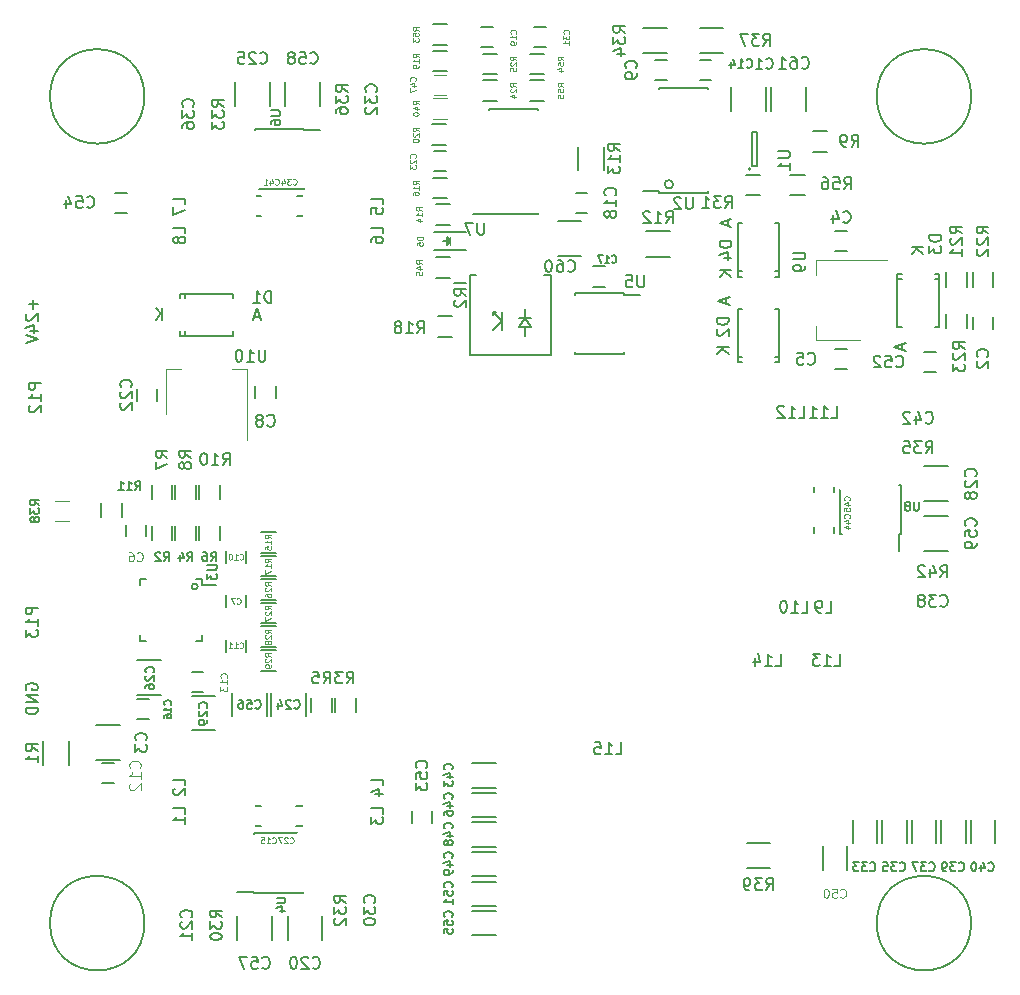
<source format=gbo>
G04 #@! TF.FileFunction,Legend,Bot*
%FSLAX46Y46*%
G04 Gerber Fmt 4.6, Leading zero omitted, Abs format (unit mm)*
G04 Created by KiCad (PCBNEW 4.0.5+dfsg1-4) date Fri May  4 16:50:57 2018*
%MOMM*%
%LPD*%
G01*
G04 APERTURE LIST*
%ADD10C,0.100000*%
%ADD11C,0.150000*%
%ADD12C,0.200000*%
%ADD13C,0.120000*%
%ADD14C,0.125000*%
%ADD15R,1.398880X1.398880*%
%ADD16R,2.700000X1.200000*%
%ADD17R,1.200000X2.700000*%
%ADD18R,0.960000X2.000000*%
%ADD19R,0.900000X1.500000*%
%ADD20R,1.400000X0.480000*%
%ADD21R,0.480000X1.400000*%
%ADD22R,0.800000X1.750000*%
%ADD23R,1.500000X0.900000*%
%ADD24R,1.200000X1.450000*%
%ADD25R,1.450000X1.200000*%
%ADD26R,1.750000X0.800000*%
%ADD27R,1.260000X0.850000*%
%ADD28R,1.700000X0.800000*%
%ADD29C,4.200000*%
%ADD30R,1.200000X3.200000*%
%ADD31R,1.800000X1.200000*%
%ADD32R,1.200000X1.800000*%
%ADD33R,2.699360X2.000860*%
%ADD34R,2.000860X2.699360*%
%ADD35R,0.950000X1.000000*%
%ADD36R,1.000000X0.950000*%
%ADD37R,5.600000X3.100000*%
%ADD38R,3.100000X5.600000*%
%ADD39R,3.100000X1.200000*%
%ADD40R,3.500000X1.200000*%
%ADD41R,1.200000X3.100000*%
%ADD42R,1.200000X2.500000*%
%ADD43R,1.200000X3.500000*%
%ADD44R,2.500000X1.200000*%
%ADD45R,1.900000X1.100000*%
%ADD46R,1.100000X1.900000*%
%ADD47R,2.200000X4.000000*%
%ADD48R,2.200000X1.700000*%
%ADD49R,4.000000X2.200000*%
%ADD50R,1.700000X2.200000*%
%ADD51R,2.000000X0.960000*%
%ADD52C,0.254000*%
G04 APERTURE END LIST*
D10*
D11*
X59000000Y-115238096D02*
X58952381Y-115142858D01*
X58952381Y-115000001D01*
X59000000Y-114857143D01*
X59095238Y-114761905D01*
X59190476Y-114714286D01*
X59380952Y-114666667D01*
X59523810Y-114666667D01*
X59714286Y-114714286D01*
X59809524Y-114761905D01*
X59904762Y-114857143D01*
X59952381Y-115000001D01*
X59952381Y-115095239D01*
X59904762Y-115238096D01*
X59857143Y-115285715D01*
X59523810Y-115285715D01*
X59523810Y-115095239D01*
X59952381Y-115714286D02*
X58952381Y-115714286D01*
X59952381Y-116285715D01*
X58952381Y-116285715D01*
X59952381Y-116761905D02*
X58952381Y-116761905D01*
X58952381Y-117000000D01*
X59000000Y-117142858D01*
X59095238Y-117238096D01*
X59190476Y-117285715D01*
X59380952Y-117333334D01*
X59523810Y-117333334D01*
X59714286Y-117285715D01*
X59809524Y-117238096D01*
X59904762Y-117142858D01*
X59952381Y-117000000D01*
X59952381Y-116761905D01*
X59571429Y-82238095D02*
X59571429Y-83000000D01*
X59952381Y-82619048D02*
X59190476Y-82619048D01*
X59047619Y-83428571D02*
X59000000Y-83476190D01*
X58952381Y-83571428D01*
X58952381Y-83809524D01*
X59000000Y-83904762D01*
X59047619Y-83952381D01*
X59142857Y-84000000D01*
X59238095Y-84000000D01*
X59380952Y-83952381D01*
X59952381Y-83380952D01*
X59952381Y-84000000D01*
X59285714Y-84857143D02*
X59952381Y-84857143D01*
X58904762Y-84619047D02*
X59619048Y-84380952D01*
X59619048Y-85000000D01*
X58952381Y-85238095D02*
X59952381Y-85571428D01*
X58952381Y-85904762D01*
D12*
X113753553Y-72450000D02*
G75*
G03X113753553Y-72450000I-353553J0D01*
G01*
X73500000Y-106500000D02*
G75*
G03X73500000Y-106500000I-250000J0D01*
G01*
X96600000Y-80100000D02*
X97100000Y-80100000D01*
X96600000Y-86900000D02*
X96600000Y-80100000D01*
X103400000Y-86900000D02*
X96600000Y-86900000D01*
X103400000Y-80100000D02*
X103400000Y-86900000D01*
X102800000Y-80100000D02*
X103400000Y-80100000D01*
D11*
X96200000Y-78000000D02*
X93500000Y-78000000D01*
X96200000Y-76500000D02*
X93500000Y-76500000D01*
X94700000Y-77400000D02*
X94700000Y-77150000D01*
X94700000Y-77150000D02*
X94850000Y-77300000D01*
X94950000Y-76900000D02*
X94950000Y-77600000D01*
X94600000Y-77250000D02*
X94250000Y-77250000D01*
X94950000Y-77250000D02*
X94600000Y-76900000D01*
X94600000Y-76900000D02*
X94600000Y-77600000D01*
X94600000Y-77600000D02*
X94950000Y-77250000D01*
X79725000Y-117500000D02*
X79725000Y-115500000D01*
X82675000Y-115500000D02*
X82675000Y-117500000D01*
X70400000Y-115675000D02*
X68400000Y-115675000D01*
X68400000Y-112725000D02*
X70400000Y-112725000D01*
X98500000Y-83258000D02*
X98500000Y-83508000D01*
X98500000Y-83258000D02*
X98750000Y-83258000D01*
X99250000Y-84008000D02*
X98500000Y-83258000D01*
X98500000Y-84758000D02*
X99250000Y-84008000D01*
X99250000Y-84758000D02*
X99250000Y-83258000D01*
X101250000Y-83758000D02*
X101250000Y-83008000D01*
X100750000Y-83758000D02*
X101250000Y-83758000D01*
X101750000Y-83758000D02*
X100750000Y-83758000D01*
X100750000Y-84508000D02*
X101250000Y-84508000D01*
X101250000Y-83758000D02*
X100750000Y-84508000D01*
X101750000Y-84508000D02*
X101250000Y-83758000D01*
X101250000Y-84508000D02*
X101750000Y-84508000D01*
X101250000Y-85258000D02*
X101250000Y-84508000D01*
X94600000Y-71875000D02*
X93400000Y-71875000D01*
X93400000Y-73625000D02*
X94600000Y-73625000D01*
X73875000Y-105875000D02*
X73875000Y-106385000D01*
X68625000Y-105875000D02*
X68625000Y-106385000D01*
X68625000Y-111125000D02*
X68625000Y-110615000D01*
X73875000Y-111125000D02*
X73875000Y-110615000D01*
X73875000Y-105875000D02*
X73365000Y-105875000D01*
X73875000Y-111125000D02*
X73365000Y-111125000D01*
X68625000Y-111125000D02*
X69135000Y-111125000D01*
X68625000Y-105875000D02*
X69135000Y-105875000D01*
X73875000Y-106385000D02*
X75100000Y-106385000D01*
X133075000Y-102075000D02*
X132930000Y-102075000D01*
X133075000Y-97925000D02*
X132930000Y-97925000D01*
X127925000Y-97925000D02*
X128070000Y-97925000D01*
X127925000Y-102075000D02*
X128070000Y-102075000D01*
X133075000Y-102075000D02*
X133075000Y-97925000D01*
X127925000Y-102075000D02*
X127925000Y-97925000D01*
X132930000Y-102075000D02*
X132930000Y-103475000D01*
X86875000Y-117100000D02*
X86875000Y-115900000D01*
X85125000Y-115900000D02*
X85125000Y-117100000D01*
X116000000Y-61900000D02*
X117000000Y-61900000D01*
X117000000Y-63600000D02*
X116000000Y-63600000D01*
X78850000Y-126750000D02*
X77850000Y-126750000D01*
X77850000Y-125050000D02*
X78850000Y-125050000D01*
X94600000Y-61125000D02*
X93400000Y-61125000D01*
X93400000Y-62875000D02*
X94600000Y-62875000D01*
X70100000Y-89750000D02*
X70100000Y-90750000D01*
X68400000Y-90750000D02*
X68400000Y-89750000D01*
X94500000Y-71350000D02*
X93500000Y-71350000D01*
X93500000Y-69650000D02*
X94500000Y-69650000D01*
X95050000Y-83625000D02*
X93850000Y-83625000D01*
X93850000Y-85375000D02*
X95050000Y-85375000D01*
X93350000Y-69125000D02*
X94550000Y-69125000D01*
X94550000Y-67375000D02*
X93350000Y-67375000D01*
X140850000Y-83700000D02*
X140850000Y-84700000D01*
X139150000Y-84700000D02*
X139150000Y-83700000D01*
X128500000Y-78100000D02*
X127500000Y-78100000D01*
X127500000Y-76400000D02*
X128500000Y-76400000D01*
X128500000Y-88100000D02*
X127500000Y-88100000D01*
X127500000Y-86400000D02*
X128500000Y-86400000D01*
X67400000Y-102250000D02*
X67400000Y-101250000D01*
X69100000Y-101250000D02*
X69100000Y-102250000D01*
X75900000Y-108250000D02*
X75900000Y-107250000D01*
X77600000Y-107250000D02*
X77600000Y-108250000D01*
X78400000Y-90500000D02*
X78400000Y-89500000D01*
X80100000Y-89500000D02*
X80100000Y-90500000D01*
X113250000Y-63600000D02*
X112250000Y-63600000D01*
X112250000Y-61900000D02*
X113250000Y-61900000D01*
X75900000Y-104500000D02*
X75900000Y-103500000D01*
X77600000Y-103500000D02*
X77600000Y-104500000D01*
X75900000Y-112000000D02*
X75900000Y-111000000D01*
X77600000Y-111000000D02*
X77600000Y-112000000D01*
X65400000Y-121450000D02*
X66400000Y-121450000D01*
X66400000Y-123150000D02*
X65400000Y-123150000D01*
X73000000Y-113750000D02*
X74000000Y-113750000D01*
X74000000Y-115450000D02*
X73000000Y-115450000D01*
X69400000Y-117750000D02*
X68400000Y-117750000D01*
X68400000Y-116050000D02*
X69400000Y-116050000D01*
X107000000Y-79400000D02*
X108000000Y-79400000D01*
X108000000Y-81100000D02*
X107000000Y-81100000D01*
X106500000Y-74850000D02*
X105500000Y-74850000D01*
X105500000Y-73150000D02*
X106500000Y-73150000D01*
X98500000Y-60850000D02*
X97500000Y-60850000D01*
X97500000Y-59150000D02*
X98500000Y-59150000D01*
X82850000Y-126750000D02*
X81850000Y-126750000D01*
X81850000Y-125050000D02*
X82850000Y-125050000D01*
X81900000Y-73450000D02*
X82900000Y-73450000D01*
X82900000Y-75150000D02*
X81900000Y-75150000D01*
X71375000Y-102600000D02*
X71375000Y-101400000D01*
X69625000Y-101400000D02*
X69625000Y-102600000D01*
X73375000Y-102600000D02*
X73375000Y-101400000D01*
X71625000Y-101400000D02*
X71625000Y-102600000D01*
X84875000Y-117100000D02*
X84875000Y-115900000D01*
X83125000Y-115900000D02*
X83125000Y-117100000D01*
X75375000Y-102600000D02*
X75375000Y-101400000D01*
X73625000Y-101400000D02*
X73625000Y-102600000D01*
X69625000Y-97900000D02*
X69625000Y-99100000D01*
X71375000Y-99100000D02*
X71375000Y-97900000D01*
X71625000Y-97900000D02*
X71625000Y-99100000D01*
X73375000Y-99100000D02*
X73375000Y-97900000D01*
X126800000Y-67925000D02*
X125600000Y-67925000D01*
X125600000Y-69675000D02*
X126800000Y-69675000D01*
X73625000Y-97900000D02*
X73625000Y-99100000D01*
X75375000Y-99100000D02*
X75375000Y-97900000D01*
X67075000Y-100600000D02*
X67075000Y-99400000D01*
X65325000Y-99400000D02*
X65325000Y-100600000D01*
X80100000Y-101875000D02*
X78900000Y-101875000D01*
X78900000Y-103625000D02*
X80100000Y-103625000D01*
X78900000Y-105625000D02*
X80100000Y-105625000D01*
X80100000Y-103875000D02*
X78900000Y-103875000D01*
X80100000Y-105875000D02*
X78900000Y-105875000D01*
X78900000Y-107625000D02*
X80100000Y-107625000D01*
X78900000Y-109625000D02*
X80100000Y-109625000D01*
X80100000Y-107875000D02*
X78900000Y-107875000D01*
X80100000Y-109875000D02*
X78900000Y-109875000D01*
X78900000Y-111625000D02*
X80100000Y-111625000D01*
X78900000Y-113625000D02*
X80100000Y-113625000D01*
X80100000Y-111875000D02*
X78900000Y-111875000D01*
X78275000Y-132475000D02*
X78275000Y-132330000D01*
X82425000Y-132475000D02*
X82425000Y-132330000D01*
X82425000Y-127325000D02*
X82425000Y-127470000D01*
X78275000Y-127325000D02*
X78275000Y-127470000D01*
X78275000Y-132475000D02*
X82425000Y-132475000D01*
X78275000Y-127325000D02*
X82425000Y-127325000D01*
X78275000Y-132330000D02*
X76875000Y-132330000D01*
X109575000Y-81675000D02*
X109575000Y-81820000D01*
X105425000Y-81675000D02*
X105425000Y-81820000D01*
X105425000Y-86825000D02*
X105425000Y-86680000D01*
X109575000Y-86825000D02*
X109575000Y-86680000D01*
X109575000Y-81675000D02*
X105425000Y-81675000D01*
X109575000Y-86825000D02*
X105425000Y-86825000D01*
X109575000Y-81820000D02*
X110975000Y-81820000D01*
X82475000Y-67725000D02*
X82475000Y-67870000D01*
X78325000Y-67725000D02*
X78325000Y-67870000D01*
X78325000Y-72875000D02*
X78325000Y-72730000D01*
X82475000Y-72875000D02*
X82475000Y-72730000D01*
X82475000Y-67725000D02*
X78325000Y-67725000D01*
X82475000Y-72875000D02*
X78325000Y-72875000D01*
X82475000Y-67870000D02*
X83875000Y-67870000D01*
X94900000Y-74125000D02*
X93700000Y-74125000D01*
X93700000Y-75875000D02*
X94900000Y-75875000D01*
X127350000Y-101500000D02*
X127350000Y-102500000D01*
X125650000Y-102500000D02*
X125650000Y-101500000D01*
X127350000Y-97500000D02*
X127350000Y-98500000D01*
X125650000Y-98500000D02*
X125650000Y-97500000D01*
X121625000Y-64200000D02*
X121625000Y-66200000D01*
X118675000Y-66200000D02*
X118675000Y-64200000D01*
X102000000Y-59150000D02*
X103000000Y-59150000D01*
X103000000Y-60850000D02*
X102000000Y-60850000D01*
X77900000Y-73450000D02*
X78900000Y-73450000D01*
X78900000Y-75150000D02*
X77900000Y-75150000D01*
X120350000Y-71150000D02*
G75*
G03X120350000Y-71150000I-100000J0D01*
G01*
X120900000Y-70900000D02*
X120400000Y-70900000D01*
X120900000Y-68000000D02*
X120900000Y-70900000D01*
X120400000Y-68000000D02*
X120900000Y-68000000D01*
X120400000Y-70900000D02*
X120400000Y-68000000D01*
X112575000Y-73150000D02*
X112575000Y-73035000D01*
X116725000Y-73150000D02*
X116725000Y-73035000D01*
X116725000Y-64250000D02*
X116725000Y-64365000D01*
X112575000Y-64250000D02*
X112575000Y-64365000D01*
X112575000Y-73150000D02*
X116725000Y-73150000D01*
X112575000Y-64250000D02*
X116725000Y-64250000D01*
X112575000Y-73035000D02*
X111200000Y-73035000D01*
D13*
X93500000Y-63150000D02*
X94500000Y-63150000D01*
X94500000Y-64850000D02*
X93500000Y-64850000D01*
X61400000Y-100980000D02*
X62600000Y-100980000D01*
X62600000Y-99220000D02*
X61400000Y-99220000D01*
X93400000Y-66880000D02*
X94600000Y-66880000D01*
X94600000Y-65120000D02*
X93400000Y-65120000D01*
D11*
X69000000Y-135000000D02*
G75*
G03X69000000Y-135000000I-4000000J0D01*
G01*
X139000000Y-135000000D02*
G75*
G03X139000000Y-135000000I-4000000J0D01*
G01*
X69000000Y-65000000D02*
G75*
G03X69000000Y-65000000I-4000000J0D01*
G01*
X139000000Y-65000000D02*
G75*
G03X139000000Y-65000000I-4000000J0D01*
G01*
X93700000Y-80375000D02*
X94900000Y-80375000D01*
X94900000Y-78625000D02*
X93700000Y-78625000D01*
X93400000Y-60625000D02*
X94600000Y-60625000D01*
X94600000Y-58875000D02*
X93400000Y-58875000D01*
X102850000Y-61375000D02*
X101650000Y-61375000D01*
X101650000Y-63125000D02*
X102850000Y-63125000D01*
X102850000Y-63625000D02*
X101650000Y-63625000D01*
X101650000Y-65375000D02*
X102850000Y-65375000D01*
X135000000Y-86650000D02*
X136000000Y-86650000D01*
X136000000Y-88350000D02*
X135000000Y-88350000D01*
X93350000Y-125500000D02*
X93350000Y-126500000D01*
X91650000Y-126500000D02*
X91650000Y-125500000D01*
X66500000Y-73150000D02*
X67500000Y-73150000D01*
X67500000Y-74850000D02*
X66500000Y-74850000D01*
X123700000Y-73375000D02*
X124900000Y-73375000D01*
X124900000Y-71625000D02*
X123700000Y-71625000D01*
X64900000Y-118225000D02*
X66900000Y-118225000D01*
X66900000Y-121175000D02*
X64900000Y-121175000D01*
X81125000Y-136400000D02*
X81125000Y-134400000D01*
X84075000Y-134400000D02*
X84075000Y-136400000D01*
X71750000Y-131650000D02*
X71750000Y-130650000D01*
X73450000Y-130650000D02*
X73450000Y-131650000D01*
X79625000Y-63800000D02*
X79625000Y-65800000D01*
X76675000Y-65800000D02*
X76675000Y-63800000D01*
X137000000Y-99225000D02*
X135000000Y-99225000D01*
X135000000Y-96275000D02*
X137000000Y-96275000D01*
X73000000Y-115725000D02*
X75000000Y-115725000D01*
X75000000Y-118675000D02*
X73000000Y-118675000D01*
X87250000Y-130400000D02*
X87250000Y-129400000D01*
X88950000Y-129400000D02*
X88950000Y-130400000D01*
X89000000Y-68550000D02*
X89000000Y-69550000D01*
X87300000Y-69550000D02*
X87300000Y-68550000D01*
X128975000Y-128250000D02*
X128975000Y-126250000D01*
X131025000Y-126250000D02*
X131025000Y-128250000D01*
X131475000Y-128250000D02*
X131475000Y-126250000D01*
X133525000Y-126250000D02*
X133525000Y-128250000D01*
X73500000Y-69800000D02*
X73500000Y-70800000D01*
X71800000Y-70800000D02*
X71800000Y-69800000D01*
X133975000Y-128250000D02*
X133975000Y-126250000D01*
X136025000Y-126250000D02*
X136025000Y-128250000D01*
X132250000Y-108600000D02*
X131250000Y-108600000D01*
X131250000Y-106900000D02*
X132250000Y-106900000D01*
X136475000Y-128250000D02*
X136475000Y-126250000D01*
X138525000Y-126250000D02*
X138525000Y-128250000D01*
X138975000Y-128250000D02*
X138975000Y-126250000D01*
X141025000Y-126250000D02*
X141025000Y-128250000D01*
X131000000Y-93100000D02*
X130000000Y-93100000D01*
X130000000Y-91400000D02*
X131000000Y-91400000D01*
X96750000Y-121475000D02*
X98750000Y-121475000D01*
X98750000Y-123525000D02*
X96750000Y-123525000D01*
X96750000Y-123975000D02*
X98750000Y-123975000D01*
X98750000Y-126025000D02*
X96750000Y-126025000D01*
X96750000Y-126475000D02*
X98750000Y-126475000D01*
X98750000Y-128525000D02*
X96750000Y-128525000D01*
X96750000Y-128975000D02*
X98750000Y-128975000D01*
X98750000Y-131025000D02*
X96750000Y-131025000D01*
X126475000Y-130500000D02*
X126475000Y-128500000D01*
X128525000Y-128500000D02*
X128525000Y-130500000D01*
X96750000Y-131475000D02*
X98750000Y-131475000D01*
X98750000Y-133525000D02*
X96750000Y-133525000D01*
X96750000Y-133975000D02*
X98750000Y-133975000D01*
X98750000Y-136025000D02*
X96750000Y-136025000D01*
X76425000Y-117500000D02*
X76425000Y-115500000D01*
X79375000Y-115500000D02*
X79375000Y-117500000D01*
X79825000Y-134400000D02*
X79825000Y-136400000D01*
X76875000Y-136400000D02*
X76875000Y-134400000D01*
X80925000Y-65800000D02*
X80925000Y-63800000D01*
X83875000Y-63800000D02*
X83875000Y-65800000D01*
X135000000Y-100525000D02*
X137000000Y-100525000D01*
X137000000Y-103475000D02*
X135000000Y-103475000D01*
X106000000Y-78475000D02*
X104000000Y-78475000D01*
X104000000Y-75525000D02*
X106000000Y-75525000D01*
X124975000Y-64200000D02*
X124975000Y-66200000D01*
X122025000Y-66200000D02*
X122025000Y-64200000D01*
X72450860Y-81749940D02*
X72450860Y-82100460D01*
X72450860Y-85250060D02*
X72450860Y-84899540D01*
X76500440Y-81749940D02*
X76500440Y-82100460D01*
X71999560Y-81749940D02*
X71999560Y-82100460D01*
X71999560Y-85250060D02*
X71999560Y-84899540D01*
X76500440Y-85250060D02*
X76500440Y-84899540D01*
X71999560Y-81749940D02*
X76500440Y-81749940D01*
X71999560Y-85250060D02*
X76500440Y-85250060D01*
X119249940Y-87049140D02*
X119600460Y-87049140D01*
X122750060Y-87049140D02*
X122399540Y-87049140D01*
X119249940Y-82999560D02*
X119600460Y-82999560D01*
X119249940Y-87500440D02*
X119600460Y-87500440D01*
X122750060Y-87500440D02*
X122399540Y-87500440D01*
X122750060Y-82999560D02*
X122399540Y-82999560D01*
X119249940Y-87500440D02*
X119249940Y-82999560D01*
X122750060Y-87500440D02*
X122750060Y-82999560D01*
X136250060Y-80450860D02*
X135899540Y-80450860D01*
X132749940Y-80450860D02*
X133100460Y-80450860D01*
X136250060Y-84500440D02*
X135899540Y-84500440D01*
X136250060Y-79999560D02*
X135899540Y-79999560D01*
X132749940Y-79999560D02*
X133100460Y-79999560D01*
X132749940Y-84500440D02*
X133100460Y-84500440D01*
X136250060Y-79999560D02*
X136250060Y-84500440D01*
X132749940Y-79999560D02*
X132749940Y-84500440D01*
X119249940Y-79799140D02*
X119600460Y-79799140D01*
X122750060Y-79799140D02*
X122399540Y-79799140D01*
X119249940Y-75749560D02*
X119600460Y-75749560D01*
X119249940Y-80250440D02*
X119600460Y-80250440D01*
X122750060Y-80250440D02*
X122399540Y-80250440D01*
X122750060Y-75749560D02*
X122399540Y-75749560D01*
X119249940Y-80250440D02*
X119249940Y-75749560D01*
X122750060Y-80250440D02*
X122750060Y-75749560D01*
X74500000Y-125550000D02*
X74500000Y-126250000D01*
X75700000Y-126250000D02*
X75700000Y-125550000D01*
X75450000Y-122800000D02*
X74750000Y-122800000D01*
X74750000Y-124000000D02*
X75450000Y-124000000D01*
X85000000Y-125550000D02*
X85000000Y-126250000D01*
X86200000Y-126250000D02*
X86200000Y-125550000D01*
X85250000Y-124000000D02*
X85950000Y-124000000D01*
X85950000Y-122800000D02*
X85250000Y-122800000D01*
X86250000Y-74650000D02*
X86250000Y-73950000D01*
X85050000Y-73950000D02*
X85050000Y-74650000D01*
X85300000Y-77400000D02*
X86000000Y-77400000D01*
X86000000Y-76200000D02*
X85300000Y-76200000D01*
X75750000Y-74650000D02*
X75750000Y-73950000D01*
X74550000Y-73950000D02*
X74550000Y-74650000D01*
X75500000Y-76200000D02*
X74800000Y-76200000D01*
X74800000Y-77400000D02*
X75500000Y-77400000D01*
X126150000Y-105850000D02*
X126850000Y-105850000D01*
X126850000Y-104650000D02*
X126150000Y-104650000D01*
X123400000Y-104900000D02*
X123400000Y-105600000D01*
X124600000Y-105600000D02*
X124600000Y-104900000D01*
X126150000Y-95350000D02*
X126850000Y-95350000D01*
X126850000Y-94150000D02*
X126150000Y-94150000D01*
X124600000Y-95100000D02*
X124600000Y-94400000D01*
X123400000Y-94400000D02*
X123400000Y-95100000D01*
X62575000Y-121600000D02*
X62575000Y-119600000D01*
X60425000Y-119600000D02*
X60425000Y-121600000D01*
X113500000Y-76425000D02*
X111500000Y-76425000D01*
X111500000Y-78575000D02*
X113500000Y-78575000D01*
X105725000Y-69250000D02*
X105725000Y-71250000D01*
X107875000Y-71250000D02*
X107875000Y-69250000D01*
X138625000Y-81100000D02*
X138625000Y-79900000D01*
X136875000Y-79900000D02*
X136875000Y-81100000D01*
X140875000Y-81100000D02*
X140875000Y-79900000D01*
X139125000Y-79900000D02*
X139125000Y-81100000D01*
X138625000Y-84600000D02*
X138625000Y-83400000D01*
X136875000Y-83400000D02*
X136875000Y-84600000D01*
X97650000Y-65375000D02*
X98850000Y-65375000D01*
X98850000Y-63625000D02*
X97650000Y-63625000D01*
X98850000Y-61375000D02*
X97650000Y-61375000D01*
X97650000Y-63125000D02*
X98850000Y-63125000D01*
X76175000Y-132150000D02*
X76175000Y-130150000D01*
X74025000Y-130150000D02*
X74025000Y-132150000D01*
X119900000Y-73375000D02*
X121100000Y-73375000D01*
X121100000Y-71625000D02*
X119900000Y-71625000D01*
X86675000Y-130900000D02*
X86675000Y-128900000D01*
X84525000Y-128900000D02*
X84525000Y-130900000D01*
X74075000Y-69300000D02*
X74075000Y-71300000D01*
X76225000Y-71300000D02*
X76225000Y-69300000D01*
X113250000Y-59175000D02*
X111250000Y-59175000D01*
X111250000Y-61325000D02*
X113250000Y-61325000D01*
X131500000Y-93675000D02*
X129500000Y-93675000D01*
X129500000Y-95825000D02*
X131500000Y-95825000D01*
X84575000Y-68050000D02*
X84575000Y-70050000D01*
X86725000Y-70050000D02*
X86725000Y-68050000D01*
X118000000Y-59175000D02*
X116000000Y-59175000D01*
X116000000Y-61325000D02*
X118000000Y-61325000D01*
X120000000Y-130325000D02*
X122000000Y-130325000D01*
X122000000Y-128175000D02*
X120000000Y-128175000D01*
X132750000Y-104175000D02*
X130750000Y-104175000D01*
X130750000Y-106325000D02*
X132750000Y-106325000D01*
X98175000Y-74950000D02*
X98175000Y-74925000D01*
X102325000Y-74950000D02*
X102325000Y-74835000D01*
X102325000Y-66050000D02*
X102325000Y-66165000D01*
X98175000Y-66050000D02*
X98175000Y-66165000D01*
X98175000Y-74950000D02*
X102325000Y-74950000D01*
X98175000Y-66050000D02*
X102325000Y-66050000D01*
X98175000Y-74925000D02*
X96800000Y-74925000D01*
D13*
X125840000Y-85660000D02*
X125840000Y-84400000D01*
X125840000Y-78840000D02*
X125840000Y-80100000D01*
X129600000Y-85660000D02*
X125840000Y-85660000D01*
X131850000Y-78840000D02*
X125840000Y-78840000D01*
X70840000Y-88090000D02*
X72100000Y-88090000D01*
X77660000Y-88090000D02*
X76400000Y-88090000D01*
X70840000Y-91850000D02*
X70840000Y-88090000D01*
X77660000Y-94100000D02*
X77660000Y-88090000D01*
D14*
X92576190Y-76880953D02*
X92076190Y-76880953D01*
X92076190Y-77000000D01*
X92100000Y-77071429D01*
X92147619Y-77119048D01*
X92195238Y-77142857D01*
X92290476Y-77166667D01*
X92361905Y-77166667D01*
X92457143Y-77142857D01*
X92504762Y-77119048D01*
X92552381Y-77071429D01*
X92576190Y-77000000D01*
X92576190Y-76880953D01*
X92076190Y-77619048D02*
X92076190Y-77380953D01*
X92314286Y-77357143D01*
X92290476Y-77380953D01*
X92266667Y-77428572D01*
X92266667Y-77547619D01*
X92290476Y-77595238D01*
X92314286Y-77619048D01*
X92361905Y-77642857D01*
X92480952Y-77642857D01*
X92528571Y-77619048D01*
X92552381Y-77595238D01*
X92576190Y-77547619D01*
X92576190Y-77428572D01*
X92552381Y-77380953D01*
X92528571Y-77357143D01*
D11*
X81682143Y-116767857D02*
X81717857Y-116803571D01*
X81825000Y-116839286D01*
X81896429Y-116839286D01*
X82003572Y-116803571D01*
X82075000Y-116732143D01*
X82110715Y-116660714D01*
X82146429Y-116517857D01*
X82146429Y-116410714D01*
X82110715Y-116267857D01*
X82075000Y-116196429D01*
X82003572Y-116125000D01*
X81896429Y-116089286D01*
X81825000Y-116089286D01*
X81717857Y-116125000D01*
X81682143Y-116160714D01*
X81396429Y-116160714D02*
X81360715Y-116125000D01*
X81289286Y-116089286D01*
X81110715Y-116089286D01*
X81039286Y-116125000D01*
X81003572Y-116160714D01*
X80967857Y-116232143D01*
X80967857Y-116303571D01*
X81003572Y-116410714D01*
X81432143Y-116839286D01*
X80967857Y-116839286D01*
X80325000Y-116339286D02*
X80325000Y-116839286D01*
X80503571Y-116053571D02*
X80682143Y-116589286D01*
X80217857Y-116589286D01*
X69767857Y-113767857D02*
X69803571Y-113732143D01*
X69839286Y-113625000D01*
X69839286Y-113553571D01*
X69803571Y-113446428D01*
X69732143Y-113375000D01*
X69660714Y-113339285D01*
X69517857Y-113303571D01*
X69410714Y-113303571D01*
X69267857Y-113339285D01*
X69196429Y-113375000D01*
X69125000Y-113446428D01*
X69089286Y-113553571D01*
X69089286Y-113625000D01*
X69125000Y-113732143D01*
X69160714Y-113767857D01*
X69160714Y-114053571D02*
X69125000Y-114089285D01*
X69089286Y-114160714D01*
X69089286Y-114339285D01*
X69125000Y-114410714D01*
X69160714Y-114446428D01*
X69232143Y-114482143D01*
X69303571Y-114482143D01*
X69410714Y-114446428D01*
X69839286Y-114017857D01*
X69839286Y-114482143D01*
X69089286Y-115125000D02*
X69089286Y-114982143D01*
X69125000Y-114910714D01*
X69160714Y-114875000D01*
X69267857Y-114803571D01*
X69410714Y-114767857D01*
X69696429Y-114767857D01*
X69767857Y-114803571D01*
X69803571Y-114839286D01*
X69839286Y-114910714D01*
X69839286Y-115053571D01*
X69803571Y-115125000D01*
X69767857Y-115160714D01*
X69696429Y-115196429D01*
X69517857Y-115196429D01*
X69446429Y-115160714D01*
X69410714Y-115125000D01*
X69375000Y-115053571D01*
X69375000Y-114910714D01*
X69410714Y-114839286D01*
X69446429Y-114803571D01*
X69517857Y-114767857D01*
X96252381Y-80823810D02*
X95252381Y-80823810D01*
X96252381Y-81871429D02*
X95776190Y-81538095D01*
X96252381Y-81300000D02*
X95252381Y-81300000D01*
X95252381Y-81680953D01*
X95300000Y-81776191D01*
X95347619Y-81823810D01*
X95442857Y-81871429D01*
X95585714Y-81871429D01*
X95680952Y-81823810D01*
X95728571Y-81776191D01*
X95776190Y-81680953D01*
X95776190Y-81300000D01*
X95347619Y-82252381D02*
X95300000Y-82300000D01*
X95252381Y-82395238D01*
X95252381Y-82633334D01*
X95300000Y-82728572D01*
X95347619Y-82776191D01*
X95442857Y-82823810D01*
X95538095Y-82823810D01*
X95680952Y-82776191D01*
X96252381Y-82204762D01*
X96252381Y-82823810D01*
D14*
X92226190Y-72428572D02*
X91988095Y-72261905D01*
X92226190Y-72142858D02*
X91726190Y-72142858D01*
X91726190Y-72333334D01*
X91750000Y-72380953D01*
X91773810Y-72404762D01*
X91821429Y-72428572D01*
X91892857Y-72428572D01*
X91940476Y-72404762D01*
X91964286Y-72380953D01*
X91988095Y-72333334D01*
X91988095Y-72142858D01*
X92226190Y-72904762D02*
X92226190Y-72619048D01*
X92226190Y-72761905D02*
X91726190Y-72761905D01*
X91797619Y-72714286D01*
X91845238Y-72666667D01*
X91869048Y-72619048D01*
X91726190Y-73333333D02*
X91726190Y-73238095D01*
X91750000Y-73190476D01*
X91773810Y-73166667D01*
X91845238Y-73119048D01*
X91940476Y-73095238D01*
X92130952Y-73095238D01*
X92178571Y-73119048D01*
X92202381Y-73142857D01*
X92226190Y-73190476D01*
X92226190Y-73285714D01*
X92202381Y-73333333D01*
X92178571Y-73357143D01*
X92130952Y-73380952D01*
X92011905Y-73380952D01*
X91964286Y-73357143D01*
X91940476Y-73333333D01*
X91916667Y-73285714D01*
X91916667Y-73190476D01*
X91940476Y-73142857D01*
X91964286Y-73119048D01*
X92011905Y-73095238D01*
D11*
X74311905Y-104640476D02*
X74959524Y-104640476D01*
X75035714Y-104678571D01*
X75073810Y-104716667D01*
X75111905Y-104792857D01*
X75111905Y-104945238D01*
X75073810Y-105021429D01*
X75035714Y-105059524D01*
X74959524Y-105097619D01*
X74311905Y-105097619D01*
X74311905Y-105402381D02*
X74311905Y-105897619D01*
X74616667Y-105630952D01*
X74616667Y-105745238D01*
X74654762Y-105821428D01*
X74692857Y-105859524D01*
X74769048Y-105897619D01*
X74959524Y-105897619D01*
X75035714Y-105859524D01*
X75073810Y-105821428D01*
X75111905Y-105745238D01*
X75111905Y-105516666D01*
X75073810Y-105440476D01*
X75035714Y-105402381D01*
X134571429Y-99339286D02*
X134571429Y-99946429D01*
X134535714Y-100017857D01*
X134500000Y-100053571D01*
X134428571Y-100089286D01*
X134285714Y-100089286D01*
X134214286Y-100053571D01*
X134178571Y-100017857D01*
X134142857Y-99946429D01*
X134142857Y-99339286D01*
X133678572Y-99660714D02*
X133750000Y-99625000D01*
X133785715Y-99589286D01*
X133821429Y-99517857D01*
X133821429Y-99482143D01*
X133785715Y-99410714D01*
X133750000Y-99375000D01*
X133678572Y-99339286D01*
X133535715Y-99339286D01*
X133464286Y-99375000D01*
X133428572Y-99410714D01*
X133392857Y-99482143D01*
X133392857Y-99517857D01*
X133428572Y-99589286D01*
X133464286Y-99625000D01*
X133535715Y-99660714D01*
X133678572Y-99660714D01*
X133750000Y-99696429D01*
X133785715Y-99732143D01*
X133821429Y-99803571D01*
X133821429Y-99946429D01*
X133785715Y-100017857D01*
X133750000Y-100053571D01*
X133678572Y-100089286D01*
X133535715Y-100089286D01*
X133464286Y-100053571D01*
X133428572Y-100017857D01*
X133392857Y-99946429D01*
X133392857Y-99803571D01*
X133428572Y-99732143D01*
X133464286Y-99696429D01*
X133535715Y-99660714D01*
X86116666Y-114702381D02*
X86450000Y-114226190D01*
X86688095Y-114702381D02*
X86688095Y-113702381D01*
X86307142Y-113702381D01*
X86211904Y-113750000D01*
X86164285Y-113797619D01*
X86116666Y-113892857D01*
X86116666Y-114035714D01*
X86164285Y-114130952D01*
X86211904Y-114178571D01*
X86307142Y-114226190D01*
X86688095Y-114226190D01*
X85783333Y-113702381D02*
X85164285Y-113702381D01*
X85497619Y-114083333D01*
X85354761Y-114083333D01*
X85259523Y-114130952D01*
X85211904Y-114178571D01*
X85164285Y-114273810D01*
X85164285Y-114511905D01*
X85211904Y-114607143D01*
X85259523Y-114654762D01*
X85354761Y-114702381D01*
X85640476Y-114702381D01*
X85735714Y-114654762D01*
X85783333Y-114607143D01*
X119982143Y-62517857D02*
X120017857Y-62553571D01*
X120125000Y-62589286D01*
X120196429Y-62589286D01*
X120303572Y-62553571D01*
X120375000Y-62482143D01*
X120410715Y-62410714D01*
X120446429Y-62267857D01*
X120446429Y-62160714D01*
X120410715Y-62017857D01*
X120375000Y-61946429D01*
X120303572Y-61875000D01*
X120196429Y-61839286D01*
X120125000Y-61839286D01*
X120017857Y-61875000D01*
X119982143Y-61910714D01*
X119267857Y-62589286D02*
X119696429Y-62589286D01*
X119482143Y-62589286D02*
X119482143Y-61839286D01*
X119553572Y-61946429D01*
X119625000Y-62017857D01*
X119696429Y-62053571D01*
X118625000Y-62089286D02*
X118625000Y-62589286D01*
X118803571Y-61803571D02*
X118982143Y-62339286D01*
X118517857Y-62339286D01*
D14*
X79821428Y-128178571D02*
X79845238Y-128202381D01*
X79916666Y-128226190D01*
X79964285Y-128226190D01*
X80035714Y-128202381D01*
X80083333Y-128154762D01*
X80107142Y-128107143D01*
X80130952Y-128011905D01*
X80130952Y-127940476D01*
X80107142Y-127845238D01*
X80083333Y-127797619D01*
X80035714Y-127750000D01*
X79964285Y-127726190D01*
X79916666Y-127726190D01*
X79845238Y-127750000D01*
X79821428Y-127773810D01*
X79345238Y-128226190D02*
X79630952Y-128226190D01*
X79488095Y-128226190D02*
X79488095Y-127726190D01*
X79535714Y-127797619D01*
X79583333Y-127845238D01*
X79630952Y-127869048D01*
X78892857Y-127726190D02*
X79130952Y-127726190D01*
X79154762Y-127964286D01*
X79130952Y-127940476D01*
X79083333Y-127916667D01*
X78964286Y-127916667D01*
X78916667Y-127940476D01*
X78892857Y-127964286D01*
X78869048Y-128011905D01*
X78869048Y-128130952D01*
X78892857Y-128178571D01*
X78916667Y-128202381D01*
X78964286Y-128226190D01*
X79083333Y-128226190D01*
X79130952Y-128202381D01*
X79154762Y-128178571D01*
X92226190Y-61678572D02*
X91988095Y-61511905D01*
X92226190Y-61392858D02*
X91726190Y-61392858D01*
X91726190Y-61583334D01*
X91750000Y-61630953D01*
X91773810Y-61654762D01*
X91821429Y-61678572D01*
X91892857Y-61678572D01*
X91940476Y-61654762D01*
X91964286Y-61630953D01*
X91988095Y-61583334D01*
X91988095Y-61392858D01*
X92226190Y-62154762D02*
X92226190Y-61869048D01*
X92226190Y-62011905D02*
X91726190Y-62011905D01*
X91797619Y-61964286D01*
X91845238Y-61916667D01*
X91869048Y-61869048D01*
X92226190Y-62392857D02*
X92226190Y-62488095D01*
X92202381Y-62535714D01*
X92178571Y-62559524D01*
X92107143Y-62607143D01*
X92011905Y-62630952D01*
X91821429Y-62630952D01*
X91773810Y-62607143D01*
X91750000Y-62583333D01*
X91726190Y-62535714D01*
X91726190Y-62440476D01*
X91750000Y-62392857D01*
X91773810Y-62369048D01*
X91821429Y-62345238D01*
X91940476Y-62345238D01*
X91988095Y-62369048D01*
X92011905Y-62392857D01*
X92035714Y-62440476D01*
X92035714Y-62535714D01*
X92011905Y-62583333D01*
X91988095Y-62607143D01*
X91940476Y-62630952D01*
D11*
X67857143Y-89607143D02*
X67904762Y-89559524D01*
X67952381Y-89416667D01*
X67952381Y-89321429D01*
X67904762Y-89178571D01*
X67809524Y-89083333D01*
X67714286Y-89035714D01*
X67523810Y-88988095D01*
X67380952Y-88988095D01*
X67190476Y-89035714D01*
X67095238Y-89083333D01*
X67000000Y-89178571D01*
X66952381Y-89321429D01*
X66952381Y-89416667D01*
X67000000Y-89559524D01*
X67047619Y-89607143D01*
X67047619Y-89988095D02*
X67000000Y-90035714D01*
X66952381Y-90130952D01*
X66952381Y-90369048D01*
X67000000Y-90464286D01*
X67047619Y-90511905D01*
X67142857Y-90559524D01*
X67238095Y-90559524D01*
X67380952Y-90511905D01*
X67952381Y-89940476D01*
X67952381Y-90559524D01*
X67047619Y-90940476D02*
X67000000Y-90988095D01*
X66952381Y-91083333D01*
X66952381Y-91321429D01*
X67000000Y-91416667D01*
X67047619Y-91464286D01*
X67142857Y-91511905D01*
X67238095Y-91511905D01*
X67380952Y-91464286D01*
X67952381Y-90892857D01*
X67952381Y-91511905D01*
D14*
X91928571Y-70178572D02*
X91952381Y-70154762D01*
X91976190Y-70083334D01*
X91976190Y-70035715D01*
X91952381Y-69964286D01*
X91904762Y-69916667D01*
X91857143Y-69892858D01*
X91761905Y-69869048D01*
X91690476Y-69869048D01*
X91595238Y-69892858D01*
X91547619Y-69916667D01*
X91500000Y-69964286D01*
X91476190Y-70035715D01*
X91476190Y-70083334D01*
X91500000Y-70154762D01*
X91523810Y-70178572D01*
X91523810Y-70369048D02*
X91500000Y-70392858D01*
X91476190Y-70440477D01*
X91476190Y-70559524D01*
X91500000Y-70607143D01*
X91523810Y-70630953D01*
X91571429Y-70654762D01*
X91619048Y-70654762D01*
X91690476Y-70630953D01*
X91976190Y-70345239D01*
X91976190Y-70654762D01*
X91476190Y-70821429D02*
X91476190Y-71130952D01*
X91666667Y-70964286D01*
X91666667Y-71035714D01*
X91690476Y-71083333D01*
X91714286Y-71107143D01*
X91761905Y-71130952D01*
X91880952Y-71130952D01*
X91928571Y-71107143D01*
X91952381Y-71083333D01*
X91976190Y-71035714D01*
X91976190Y-70892857D01*
X91952381Y-70845238D01*
X91928571Y-70821429D01*
D11*
X92092857Y-85052381D02*
X92426191Y-84576190D01*
X92664286Y-85052381D02*
X92664286Y-84052381D01*
X92283333Y-84052381D01*
X92188095Y-84100000D01*
X92140476Y-84147619D01*
X92092857Y-84242857D01*
X92092857Y-84385714D01*
X92140476Y-84480952D01*
X92188095Y-84528571D01*
X92283333Y-84576190D01*
X92664286Y-84576190D01*
X91140476Y-85052381D02*
X91711905Y-85052381D01*
X91426191Y-85052381D02*
X91426191Y-84052381D01*
X91521429Y-84195238D01*
X91616667Y-84290476D01*
X91711905Y-84338095D01*
X90569048Y-84480952D02*
X90664286Y-84433333D01*
X90711905Y-84385714D01*
X90759524Y-84290476D01*
X90759524Y-84242857D01*
X90711905Y-84147619D01*
X90664286Y-84100000D01*
X90569048Y-84052381D01*
X90378571Y-84052381D01*
X90283333Y-84100000D01*
X90235714Y-84147619D01*
X90188095Y-84242857D01*
X90188095Y-84290476D01*
X90235714Y-84385714D01*
X90283333Y-84433333D01*
X90378571Y-84480952D01*
X90569048Y-84480952D01*
X90664286Y-84528571D01*
X90711905Y-84576190D01*
X90759524Y-84671429D01*
X90759524Y-84861905D01*
X90711905Y-84957143D01*
X90664286Y-85004762D01*
X90569048Y-85052381D01*
X90378571Y-85052381D01*
X90283333Y-85004762D01*
X90235714Y-84957143D01*
X90188095Y-84861905D01*
X90188095Y-84671429D01*
X90235714Y-84576190D01*
X90283333Y-84528571D01*
X90378571Y-84480952D01*
D14*
X92226190Y-67928572D02*
X91988095Y-67761905D01*
X92226190Y-67642858D02*
X91726190Y-67642858D01*
X91726190Y-67833334D01*
X91750000Y-67880953D01*
X91773810Y-67904762D01*
X91821429Y-67928572D01*
X91892857Y-67928572D01*
X91940476Y-67904762D01*
X91964286Y-67880953D01*
X91988095Y-67833334D01*
X91988095Y-67642858D01*
X91773810Y-68119048D02*
X91750000Y-68142858D01*
X91726190Y-68190477D01*
X91726190Y-68309524D01*
X91750000Y-68357143D01*
X91773810Y-68380953D01*
X91821429Y-68404762D01*
X91869048Y-68404762D01*
X91940476Y-68380953D01*
X92226190Y-68095239D01*
X92226190Y-68404762D01*
X91726190Y-68714286D02*
X91726190Y-68761905D01*
X91750000Y-68809524D01*
X91773810Y-68833333D01*
X91821429Y-68857143D01*
X91916667Y-68880952D01*
X92035714Y-68880952D01*
X92130952Y-68857143D01*
X92178571Y-68833333D01*
X92202381Y-68809524D01*
X92226190Y-68761905D01*
X92226190Y-68714286D01*
X92202381Y-68666667D01*
X92178571Y-68642857D01*
X92130952Y-68619048D01*
X92035714Y-68595238D01*
X91916667Y-68595238D01*
X91821429Y-68619048D01*
X91773810Y-68642857D01*
X91750000Y-68666667D01*
X91726190Y-68714286D01*
D11*
X140357143Y-87033334D02*
X140404762Y-86985715D01*
X140452381Y-86842858D01*
X140452381Y-86747620D01*
X140404762Y-86604762D01*
X140309524Y-86509524D01*
X140214286Y-86461905D01*
X140023810Y-86414286D01*
X139880952Y-86414286D01*
X139690476Y-86461905D01*
X139595238Y-86509524D01*
X139500000Y-86604762D01*
X139452381Y-86747620D01*
X139452381Y-86842858D01*
X139500000Y-86985715D01*
X139547619Y-87033334D01*
X139547619Y-87414286D02*
X139500000Y-87461905D01*
X139452381Y-87557143D01*
X139452381Y-87795239D01*
X139500000Y-87890477D01*
X139547619Y-87938096D01*
X139642857Y-87985715D01*
X139738095Y-87985715D01*
X139880952Y-87938096D01*
X140452381Y-87366667D01*
X140452381Y-87985715D01*
X128166666Y-75607143D02*
X128214285Y-75654762D01*
X128357142Y-75702381D01*
X128452380Y-75702381D01*
X128595238Y-75654762D01*
X128690476Y-75559524D01*
X128738095Y-75464286D01*
X128785714Y-75273810D01*
X128785714Y-75130952D01*
X128738095Y-74940476D01*
X128690476Y-74845238D01*
X128595238Y-74750000D01*
X128452380Y-74702381D01*
X128357142Y-74702381D01*
X128214285Y-74750000D01*
X128166666Y-74797619D01*
X127309523Y-75035714D02*
X127309523Y-75702381D01*
X127547619Y-74654762D02*
X127785714Y-75369048D01*
X127166666Y-75369048D01*
X125166666Y-87607143D02*
X125214285Y-87654762D01*
X125357142Y-87702381D01*
X125452380Y-87702381D01*
X125595238Y-87654762D01*
X125690476Y-87559524D01*
X125738095Y-87464286D01*
X125785714Y-87273810D01*
X125785714Y-87130952D01*
X125738095Y-86940476D01*
X125690476Y-86845238D01*
X125595238Y-86750000D01*
X125452380Y-86702381D01*
X125357142Y-86702381D01*
X125214285Y-86750000D01*
X125166666Y-86797619D01*
X124261904Y-86702381D02*
X124738095Y-86702381D01*
X124785714Y-87178571D01*
X124738095Y-87130952D01*
X124642857Y-87083333D01*
X124404761Y-87083333D01*
X124309523Y-87130952D01*
X124261904Y-87178571D01*
X124214285Y-87273810D01*
X124214285Y-87511905D01*
X124261904Y-87607143D01*
X124309523Y-87654762D01*
X124404761Y-87702381D01*
X124642857Y-87702381D01*
X124738095Y-87654762D01*
X124785714Y-87607143D01*
D14*
X68375000Y-104267857D02*
X68410714Y-104303571D01*
X68517857Y-104339286D01*
X68589286Y-104339286D01*
X68696429Y-104303571D01*
X68767857Y-104232143D01*
X68803572Y-104160714D01*
X68839286Y-104017857D01*
X68839286Y-103910714D01*
X68803572Y-103767857D01*
X68767857Y-103696429D01*
X68696429Y-103625000D01*
X68589286Y-103589286D01*
X68517857Y-103589286D01*
X68410714Y-103625000D01*
X68375000Y-103660714D01*
X67732143Y-103589286D02*
X67875000Y-103589286D01*
X67946429Y-103625000D01*
X67982143Y-103660714D01*
X68053572Y-103767857D01*
X68089286Y-103910714D01*
X68089286Y-104196429D01*
X68053572Y-104267857D01*
X68017857Y-104303571D01*
X67946429Y-104339286D01*
X67803572Y-104339286D01*
X67732143Y-104303571D01*
X67696429Y-104267857D01*
X67660714Y-104196429D01*
X67660714Y-104017857D01*
X67696429Y-103946429D01*
X67732143Y-103910714D01*
X67803572Y-103875000D01*
X67946429Y-103875000D01*
X68017857Y-103910714D01*
X68053572Y-103946429D01*
X68089286Y-104017857D01*
X76833333Y-107928571D02*
X76857143Y-107952381D01*
X76928571Y-107976190D01*
X76976190Y-107976190D01*
X77047619Y-107952381D01*
X77095238Y-107904762D01*
X77119047Y-107857143D01*
X77142857Y-107761905D01*
X77142857Y-107690476D01*
X77119047Y-107595238D01*
X77095238Y-107547619D01*
X77047619Y-107500000D01*
X76976190Y-107476190D01*
X76928571Y-107476190D01*
X76857143Y-107500000D01*
X76833333Y-107523810D01*
X76666666Y-107476190D02*
X76333333Y-107476190D01*
X76547619Y-107976190D01*
D11*
X79416666Y-92857143D02*
X79464285Y-92904762D01*
X79607142Y-92952381D01*
X79702380Y-92952381D01*
X79845238Y-92904762D01*
X79940476Y-92809524D01*
X79988095Y-92714286D01*
X80035714Y-92523810D01*
X80035714Y-92380952D01*
X79988095Y-92190476D01*
X79940476Y-92095238D01*
X79845238Y-92000000D01*
X79702380Y-91952381D01*
X79607142Y-91952381D01*
X79464285Y-92000000D01*
X79416666Y-92047619D01*
X78845238Y-92380952D02*
X78940476Y-92333333D01*
X78988095Y-92285714D01*
X79035714Y-92190476D01*
X79035714Y-92142857D01*
X78988095Y-92047619D01*
X78940476Y-92000000D01*
X78845238Y-91952381D01*
X78654761Y-91952381D01*
X78559523Y-92000000D01*
X78511904Y-92047619D01*
X78464285Y-92142857D01*
X78464285Y-92190476D01*
X78511904Y-92285714D01*
X78559523Y-92333333D01*
X78654761Y-92380952D01*
X78845238Y-92380952D01*
X78940476Y-92428571D01*
X78988095Y-92476190D01*
X79035714Y-92571429D01*
X79035714Y-92761905D01*
X78988095Y-92857143D01*
X78940476Y-92904762D01*
X78845238Y-92952381D01*
X78654761Y-92952381D01*
X78559523Y-92904762D01*
X78511904Y-92857143D01*
X78464285Y-92761905D01*
X78464285Y-92571429D01*
X78511904Y-92476190D01*
X78559523Y-92428571D01*
X78654761Y-92380952D01*
X110607143Y-62583334D02*
X110654762Y-62535715D01*
X110702381Y-62392858D01*
X110702381Y-62297620D01*
X110654762Y-62154762D01*
X110559524Y-62059524D01*
X110464286Y-62011905D01*
X110273810Y-61964286D01*
X110130952Y-61964286D01*
X109940476Y-62011905D01*
X109845238Y-62059524D01*
X109750000Y-62154762D01*
X109702381Y-62297620D01*
X109702381Y-62392858D01*
X109750000Y-62535715D01*
X109797619Y-62583334D01*
X110702381Y-63059524D02*
X110702381Y-63250000D01*
X110654762Y-63345239D01*
X110607143Y-63392858D01*
X110464286Y-63488096D01*
X110273810Y-63535715D01*
X109892857Y-63535715D01*
X109797619Y-63488096D01*
X109750000Y-63440477D01*
X109702381Y-63345239D01*
X109702381Y-63154762D01*
X109750000Y-63059524D01*
X109797619Y-63011905D01*
X109892857Y-62964286D01*
X110130952Y-62964286D01*
X110226190Y-63011905D01*
X110273810Y-63059524D01*
X110321429Y-63154762D01*
X110321429Y-63345239D01*
X110273810Y-63440477D01*
X110226190Y-63488096D01*
X110130952Y-63535715D01*
D14*
X77071428Y-104178571D02*
X77095238Y-104202381D01*
X77166666Y-104226190D01*
X77214285Y-104226190D01*
X77285714Y-104202381D01*
X77333333Y-104154762D01*
X77357142Y-104107143D01*
X77380952Y-104011905D01*
X77380952Y-103940476D01*
X77357142Y-103845238D01*
X77333333Y-103797619D01*
X77285714Y-103750000D01*
X77214285Y-103726190D01*
X77166666Y-103726190D01*
X77095238Y-103750000D01*
X77071428Y-103773810D01*
X76595238Y-104226190D02*
X76880952Y-104226190D01*
X76738095Y-104226190D02*
X76738095Y-103726190D01*
X76785714Y-103797619D01*
X76833333Y-103845238D01*
X76880952Y-103869048D01*
X76285714Y-103726190D02*
X76238095Y-103726190D01*
X76190476Y-103750000D01*
X76166667Y-103773810D01*
X76142857Y-103821429D01*
X76119048Y-103916667D01*
X76119048Y-104035714D01*
X76142857Y-104130952D01*
X76166667Y-104178571D01*
X76190476Y-104202381D01*
X76238095Y-104226190D01*
X76285714Y-104226190D01*
X76333333Y-104202381D01*
X76357143Y-104178571D01*
X76380952Y-104130952D01*
X76404762Y-104035714D01*
X76404762Y-103916667D01*
X76380952Y-103821429D01*
X76357143Y-103773810D01*
X76333333Y-103750000D01*
X76285714Y-103726190D01*
X77071428Y-111678571D02*
X77095238Y-111702381D01*
X77166666Y-111726190D01*
X77214285Y-111726190D01*
X77285714Y-111702381D01*
X77333333Y-111654762D01*
X77357142Y-111607143D01*
X77380952Y-111511905D01*
X77380952Y-111440476D01*
X77357142Y-111345238D01*
X77333333Y-111297619D01*
X77285714Y-111250000D01*
X77214285Y-111226190D01*
X77166666Y-111226190D01*
X77095238Y-111250000D01*
X77071428Y-111273810D01*
X76595238Y-111726190D02*
X76880952Y-111726190D01*
X76738095Y-111726190D02*
X76738095Y-111226190D01*
X76785714Y-111297619D01*
X76833333Y-111345238D01*
X76880952Y-111369048D01*
X76119048Y-111726190D02*
X76404762Y-111726190D01*
X76261905Y-111726190D02*
X76261905Y-111226190D01*
X76309524Y-111297619D01*
X76357143Y-111345238D01*
X76404762Y-111369048D01*
X68607143Y-121857143D02*
X68654762Y-121809524D01*
X68702381Y-121666667D01*
X68702381Y-121571429D01*
X68654762Y-121428571D01*
X68559524Y-121333333D01*
X68464286Y-121285714D01*
X68273810Y-121238095D01*
X68130952Y-121238095D01*
X67940476Y-121285714D01*
X67845238Y-121333333D01*
X67750000Y-121428571D01*
X67702381Y-121571429D01*
X67702381Y-121666667D01*
X67750000Y-121809524D01*
X67797619Y-121857143D01*
X68702381Y-122809524D02*
X68702381Y-122238095D01*
X68702381Y-122523809D02*
X67702381Y-122523809D01*
X67845238Y-122428571D01*
X67940476Y-122333333D01*
X67988095Y-122238095D01*
X67797619Y-123190476D02*
X67750000Y-123238095D01*
X67702381Y-123333333D01*
X67702381Y-123571429D01*
X67750000Y-123666667D01*
X67797619Y-123714286D01*
X67892857Y-123761905D01*
X67988095Y-123761905D01*
X68130952Y-123714286D01*
X68702381Y-123142857D01*
X68702381Y-123761905D01*
X75964286Y-114214285D02*
X75992857Y-114185714D01*
X76021429Y-114100000D01*
X76021429Y-114042857D01*
X75992857Y-113957142D01*
X75935714Y-113900000D01*
X75878571Y-113871428D01*
X75764286Y-113842857D01*
X75678571Y-113842857D01*
X75564286Y-113871428D01*
X75507143Y-113900000D01*
X75450000Y-113957142D01*
X75421429Y-114042857D01*
X75421429Y-114100000D01*
X75450000Y-114185714D01*
X75478571Y-114214285D01*
X76021429Y-114785714D02*
X76021429Y-114442857D01*
X76021429Y-114614285D02*
X75421429Y-114614285D01*
X75507143Y-114557142D01*
X75564286Y-114500000D01*
X75592857Y-114442857D01*
X75421429Y-114985714D02*
X75421429Y-115357143D01*
X75650000Y-115157143D01*
X75650000Y-115242857D01*
X75678571Y-115300000D01*
X75707143Y-115328571D01*
X75764286Y-115357143D01*
X75907143Y-115357143D01*
X75964286Y-115328571D01*
X75992857Y-115300000D01*
X76021429Y-115242857D01*
X76021429Y-115071429D01*
X75992857Y-115014286D01*
X75964286Y-114985714D01*
D11*
X71214286Y-116514285D02*
X71242857Y-116485714D01*
X71271429Y-116400000D01*
X71271429Y-116342857D01*
X71242857Y-116257142D01*
X71185714Y-116200000D01*
X71128571Y-116171428D01*
X71014286Y-116142857D01*
X70928571Y-116142857D01*
X70814286Y-116171428D01*
X70757143Y-116200000D01*
X70700000Y-116257142D01*
X70671429Y-116342857D01*
X70671429Y-116400000D01*
X70700000Y-116485714D01*
X70728571Y-116514285D01*
X71271429Y-117085714D02*
X71271429Y-116742857D01*
X71271429Y-116914285D02*
X70671429Y-116914285D01*
X70757143Y-116857142D01*
X70814286Y-116800000D01*
X70842857Y-116742857D01*
X70671429Y-117600000D02*
X70671429Y-117485714D01*
X70700000Y-117428571D01*
X70728571Y-117400000D01*
X70814286Y-117342857D01*
X70928571Y-117314286D01*
X71157143Y-117314286D01*
X71214286Y-117342857D01*
X71242857Y-117371429D01*
X71271429Y-117428571D01*
X71271429Y-117542857D01*
X71242857Y-117600000D01*
X71214286Y-117628571D01*
X71157143Y-117657143D01*
X71014286Y-117657143D01*
X70957143Y-117628571D01*
X70928571Y-117600000D01*
X70900000Y-117542857D01*
X70900000Y-117428571D01*
X70928571Y-117371429D01*
X70957143Y-117342857D01*
X71014286Y-117314286D01*
X108585715Y-79014286D02*
X108614286Y-79042857D01*
X108700000Y-79071429D01*
X108757143Y-79071429D01*
X108842858Y-79042857D01*
X108900000Y-78985714D01*
X108928572Y-78928571D01*
X108957143Y-78814286D01*
X108957143Y-78728571D01*
X108928572Y-78614286D01*
X108900000Y-78557143D01*
X108842858Y-78500000D01*
X108757143Y-78471429D01*
X108700000Y-78471429D01*
X108614286Y-78500000D01*
X108585715Y-78528571D01*
X108014286Y-79071429D02*
X108357143Y-79071429D01*
X108185715Y-79071429D02*
X108185715Y-78471429D01*
X108242858Y-78557143D01*
X108300000Y-78614286D01*
X108357143Y-78642857D01*
X107814286Y-78471429D02*
X107414286Y-78471429D01*
X107671429Y-79071429D01*
X108857143Y-73357143D02*
X108904762Y-73309524D01*
X108952381Y-73166667D01*
X108952381Y-73071429D01*
X108904762Y-72928571D01*
X108809524Y-72833333D01*
X108714286Y-72785714D01*
X108523810Y-72738095D01*
X108380952Y-72738095D01*
X108190476Y-72785714D01*
X108095238Y-72833333D01*
X108000000Y-72928571D01*
X107952381Y-73071429D01*
X107952381Y-73166667D01*
X108000000Y-73309524D01*
X108047619Y-73357143D01*
X108952381Y-74309524D02*
X108952381Y-73738095D01*
X108952381Y-74023809D02*
X107952381Y-74023809D01*
X108095238Y-73928571D01*
X108190476Y-73833333D01*
X108238095Y-73738095D01*
X108380952Y-74880952D02*
X108333333Y-74785714D01*
X108285714Y-74738095D01*
X108190476Y-74690476D01*
X108142857Y-74690476D01*
X108047619Y-74738095D01*
X108000000Y-74785714D01*
X107952381Y-74880952D01*
X107952381Y-75071429D01*
X108000000Y-75166667D01*
X108047619Y-75214286D01*
X108142857Y-75261905D01*
X108190476Y-75261905D01*
X108285714Y-75214286D01*
X108333333Y-75166667D01*
X108380952Y-75071429D01*
X108380952Y-74880952D01*
X108428571Y-74785714D01*
X108476190Y-74738095D01*
X108571429Y-74690476D01*
X108761905Y-74690476D01*
X108857143Y-74738095D01*
X108904762Y-74785714D01*
X108952381Y-74880952D01*
X108952381Y-75071429D01*
X108904762Y-75166667D01*
X108857143Y-75214286D01*
X108761905Y-75261905D01*
X108571429Y-75261905D01*
X108476190Y-75214286D01*
X108428571Y-75166667D01*
X108380952Y-75071429D01*
D14*
X100428571Y-59678572D02*
X100452381Y-59654762D01*
X100476190Y-59583334D01*
X100476190Y-59535715D01*
X100452381Y-59464286D01*
X100404762Y-59416667D01*
X100357143Y-59392858D01*
X100261905Y-59369048D01*
X100190476Y-59369048D01*
X100095238Y-59392858D01*
X100047619Y-59416667D01*
X100000000Y-59464286D01*
X99976190Y-59535715D01*
X99976190Y-59583334D01*
X100000000Y-59654762D01*
X100023810Y-59678572D01*
X100476190Y-60154762D02*
X100476190Y-59869048D01*
X100476190Y-60011905D02*
X99976190Y-60011905D01*
X100047619Y-59964286D01*
X100095238Y-59916667D01*
X100119048Y-59869048D01*
X100476190Y-60392857D02*
X100476190Y-60488095D01*
X100452381Y-60535714D01*
X100428571Y-60559524D01*
X100357143Y-60607143D01*
X100261905Y-60630952D01*
X100071429Y-60630952D01*
X100023810Y-60607143D01*
X100000000Y-60583333D01*
X99976190Y-60535714D01*
X99976190Y-60440476D01*
X100000000Y-60392857D01*
X100023810Y-60369048D01*
X100071429Y-60345238D01*
X100190476Y-60345238D01*
X100238095Y-60369048D01*
X100261905Y-60392857D01*
X100285714Y-60440476D01*
X100285714Y-60535714D01*
X100261905Y-60583333D01*
X100238095Y-60607143D01*
X100190476Y-60630952D01*
X81321428Y-128178571D02*
X81345238Y-128202381D01*
X81416666Y-128226190D01*
X81464285Y-128226190D01*
X81535714Y-128202381D01*
X81583333Y-128154762D01*
X81607142Y-128107143D01*
X81630952Y-128011905D01*
X81630952Y-127940476D01*
X81607142Y-127845238D01*
X81583333Y-127797619D01*
X81535714Y-127750000D01*
X81464285Y-127726190D01*
X81416666Y-127726190D01*
X81345238Y-127750000D01*
X81321428Y-127773810D01*
X81130952Y-127773810D02*
X81107142Y-127750000D01*
X81059523Y-127726190D01*
X80940476Y-127726190D01*
X80892857Y-127750000D01*
X80869047Y-127773810D01*
X80845238Y-127821429D01*
X80845238Y-127869048D01*
X80869047Y-127940476D01*
X81154761Y-128226190D01*
X80845238Y-128226190D01*
X80678571Y-127726190D02*
X80345238Y-127726190D01*
X80559524Y-128226190D01*
X81571428Y-72428571D02*
X81595238Y-72452381D01*
X81666666Y-72476190D01*
X81714285Y-72476190D01*
X81785714Y-72452381D01*
X81833333Y-72404762D01*
X81857142Y-72357143D01*
X81880952Y-72261905D01*
X81880952Y-72190476D01*
X81857142Y-72095238D01*
X81833333Y-72047619D01*
X81785714Y-72000000D01*
X81714285Y-71976190D01*
X81666666Y-71976190D01*
X81595238Y-72000000D01*
X81571428Y-72023810D01*
X81404761Y-71976190D02*
X81095238Y-71976190D01*
X81261904Y-72166667D01*
X81190476Y-72166667D01*
X81142857Y-72190476D01*
X81119047Y-72214286D01*
X81095238Y-72261905D01*
X81095238Y-72380952D01*
X81119047Y-72428571D01*
X81142857Y-72452381D01*
X81190476Y-72476190D01*
X81333333Y-72476190D01*
X81380952Y-72452381D01*
X81404761Y-72428571D01*
X80666667Y-72142857D02*
X80666667Y-72476190D01*
X80785714Y-71952381D02*
X80904762Y-72309524D01*
X80595238Y-72309524D01*
D11*
X70625000Y-104339286D02*
X70875000Y-103982143D01*
X71053572Y-104339286D02*
X71053572Y-103589286D01*
X70767857Y-103589286D01*
X70696429Y-103625000D01*
X70660714Y-103660714D01*
X70625000Y-103732143D01*
X70625000Y-103839286D01*
X70660714Y-103910714D01*
X70696429Y-103946429D01*
X70767857Y-103982143D01*
X71053572Y-103982143D01*
X70339286Y-103660714D02*
X70303572Y-103625000D01*
X70232143Y-103589286D01*
X70053572Y-103589286D01*
X69982143Y-103625000D01*
X69946429Y-103660714D01*
X69910714Y-103732143D01*
X69910714Y-103803571D01*
X69946429Y-103910714D01*
X70375000Y-104339286D01*
X69910714Y-104339286D01*
X72625000Y-104339286D02*
X72875000Y-103982143D01*
X73053572Y-104339286D02*
X73053572Y-103589286D01*
X72767857Y-103589286D01*
X72696429Y-103625000D01*
X72660714Y-103660714D01*
X72625000Y-103732143D01*
X72625000Y-103839286D01*
X72660714Y-103910714D01*
X72696429Y-103946429D01*
X72767857Y-103982143D01*
X73053572Y-103982143D01*
X71982143Y-103839286D02*
X71982143Y-104339286D01*
X72160714Y-103553571D02*
X72339286Y-104089286D01*
X71875000Y-104089286D01*
X84166666Y-114702381D02*
X84500000Y-114226190D01*
X84738095Y-114702381D02*
X84738095Y-113702381D01*
X84357142Y-113702381D01*
X84261904Y-113750000D01*
X84214285Y-113797619D01*
X84166666Y-113892857D01*
X84166666Y-114035714D01*
X84214285Y-114130952D01*
X84261904Y-114178571D01*
X84357142Y-114226190D01*
X84738095Y-114226190D01*
X83261904Y-113702381D02*
X83738095Y-113702381D01*
X83785714Y-114178571D01*
X83738095Y-114130952D01*
X83642857Y-114083333D01*
X83404761Y-114083333D01*
X83309523Y-114130952D01*
X83261904Y-114178571D01*
X83214285Y-114273810D01*
X83214285Y-114511905D01*
X83261904Y-114607143D01*
X83309523Y-114654762D01*
X83404761Y-114702381D01*
X83642857Y-114702381D01*
X83738095Y-114654762D01*
X83785714Y-114607143D01*
X74625000Y-104339286D02*
X74875000Y-103982143D01*
X75053572Y-104339286D02*
X75053572Y-103589286D01*
X74767857Y-103589286D01*
X74696429Y-103625000D01*
X74660714Y-103660714D01*
X74625000Y-103732143D01*
X74625000Y-103839286D01*
X74660714Y-103910714D01*
X74696429Y-103946429D01*
X74767857Y-103982143D01*
X75053572Y-103982143D01*
X73982143Y-103589286D02*
X74125000Y-103589286D01*
X74196429Y-103625000D01*
X74232143Y-103660714D01*
X74303572Y-103767857D01*
X74339286Y-103910714D01*
X74339286Y-104196429D01*
X74303572Y-104267857D01*
X74267857Y-104303571D01*
X74196429Y-104339286D01*
X74053572Y-104339286D01*
X73982143Y-104303571D01*
X73946429Y-104267857D01*
X73910714Y-104196429D01*
X73910714Y-104017857D01*
X73946429Y-103946429D01*
X73982143Y-103910714D01*
X74053572Y-103875000D01*
X74196429Y-103875000D01*
X74267857Y-103910714D01*
X74303572Y-103946429D01*
X74339286Y-104017857D01*
X70952381Y-95583334D02*
X70476190Y-95250000D01*
X70952381Y-95011905D02*
X69952381Y-95011905D01*
X69952381Y-95392858D01*
X70000000Y-95488096D01*
X70047619Y-95535715D01*
X70142857Y-95583334D01*
X70285714Y-95583334D01*
X70380952Y-95535715D01*
X70428571Y-95488096D01*
X70476190Y-95392858D01*
X70476190Y-95011905D01*
X69952381Y-95916667D02*
X69952381Y-96583334D01*
X70952381Y-96154762D01*
X72952381Y-95583334D02*
X72476190Y-95250000D01*
X72952381Y-95011905D02*
X71952381Y-95011905D01*
X71952381Y-95392858D01*
X72000000Y-95488096D01*
X72047619Y-95535715D01*
X72142857Y-95583334D01*
X72285714Y-95583334D01*
X72380952Y-95535715D01*
X72428571Y-95488096D01*
X72476190Y-95392858D01*
X72476190Y-95011905D01*
X72380952Y-96154762D02*
X72333333Y-96059524D01*
X72285714Y-96011905D01*
X72190476Y-95964286D01*
X72142857Y-95964286D01*
X72047619Y-96011905D01*
X72000000Y-96059524D01*
X71952381Y-96154762D01*
X71952381Y-96345239D01*
X72000000Y-96440477D01*
X72047619Y-96488096D01*
X72142857Y-96535715D01*
X72190476Y-96535715D01*
X72285714Y-96488096D01*
X72333333Y-96440477D01*
X72380952Y-96345239D01*
X72380952Y-96154762D01*
X72428571Y-96059524D01*
X72476190Y-96011905D01*
X72571429Y-95964286D01*
X72761905Y-95964286D01*
X72857143Y-96011905D01*
X72904762Y-96059524D01*
X72952381Y-96154762D01*
X72952381Y-96345239D01*
X72904762Y-96440477D01*
X72857143Y-96488096D01*
X72761905Y-96535715D01*
X72571429Y-96535715D01*
X72476190Y-96488096D01*
X72428571Y-96440477D01*
X72380952Y-96345239D01*
X128866676Y-69252391D02*
X129200010Y-68776200D01*
X129438105Y-69252391D02*
X129438105Y-68252391D01*
X129057152Y-68252391D01*
X128961914Y-68300010D01*
X128914295Y-68347629D01*
X128866676Y-68442867D01*
X128866676Y-68585724D01*
X128914295Y-68680962D01*
X128961914Y-68728581D01*
X129057152Y-68776200D01*
X129438105Y-68776200D01*
X128390486Y-69252391D02*
X128200010Y-69252391D01*
X128104771Y-69204772D01*
X128057152Y-69157153D01*
X127961914Y-69014296D01*
X127914295Y-68823820D01*
X127914295Y-68442867D01*
X127961914Y-68347629D01*
X128009533Y-68300010D01*
X128104771Y-68252391D01*
X128295248Y-68252391D01*
X128390486Y-68300010D01*
X128438105Y-68347629D01*
X128485724Y-68442867D01*
X128485724Y-68680962D01*
X128438105Y-68776200D01*
X128390486Y-68823820D01*
X128295248Y-68871439D01*
X128104771Y-68871439D01*
X128009533Y-68823820D01*
X127961914Y-68776200D01*
X127914295Y-68680962D01*
X75642857Y-96202381D02*
X75976191Y-95726190D01*
X76214286Y-96202381D02*
X76214286Y-95202381D01*
X75833333Y-95202381D01*
X75738095Y-95250000D01*
X75690476Y-95297619D01*
X75642857Y-95392857D01*
X75642857Y-95535714D01*
X75690476Y-95630952D01*
X75738095Y-95678571D01*
X75833333Y-95726190D01*
X76214286Y-95726190D01*
X74690476Y-96202381D02*
X75261905Y-96202381D01*
X74976191Y-96202381D02*
X74976191Y-95202381D01*
X75071429Y-95345238D01*
X75166667Y-95440476D01*
X75261905Y-95488095D01*
X74071429Y-95202381D02*
X73976190Y-95202381D01*
X73880952Y-95250000D01*
X73833333Y-95297619D01*
X73785714Y-95392857D01*
X73738095Y-95583333D01*
X73738095Y-95821429D01*
X73785714Y-96011905D01*
X73833333Y-96107143D01*
X73880952Y-96154762D01*
X73976190Y-96202381D01*
X74071429Y-96202381D01*
X74166667Y-96154762D01*
X74214286Y-96107143D01*
X74261905Y-96011905D01*
X74309524Y-95821429D01*
X74309524Y-95583333D01*
X74261905Y-95392857D01*
X74214286Y-95297619D01*
X74166667Y-95250000D01*
X74071429Y-95202381D01*
X68232143Y-98339286D02*
X68482143Y-97982143D01*
X68660715Y-98339286D02*
X68660715Y-97589286D01*
X68375000Y-97589286D01*
X68303572Y-97625000D01*
X68267857Y-97660714D01*
X68232143Y-97732143D01*
X68232143Y-97839286D01*
X68267857Y-97910714D01*
X68303572Y-97946429D01*
X68375000Y-97982143D01*
X68660715Y-97982143D01*
X67517857Y-98339286D02*
X67946429Y-98339286D01*
X67732143Y-98339286D02*
X67732143Y-97589286D01*
X67803572Y-97696429D01*
X67875000Y-97767857D01*
X67946429Y-97803571D01*
X66803571Y-98339286D02*
X67232143Y-98339286D01*
X67017857Y-98339286D02*
X67017857Y-97589286D01*
X67089286Y-97696429D01*
X67160714Y-97767857D01*
X67232143Y-97803571D01*
D14*
X79726190Y-102428572D02*
X79488095Y-102261905D01*
X79726190Y-102142858D02*
X79226190Y-102142858D01*
X79226190Y-102333334D01*
X79250000Y-102380953D01*
X79273810Y-102404762D01*
X79321429Y-102428572D01*
X79392857Y-102428572D01*
X79440476Y-102404762D01*
X79464286Y-102380953D01*
X79488095Y-102333334D01*
X79488095Y-102142858D01*
X79726190Y-102904762D02*
X79726190Y-102619048D01*
X79726190Y-102761905D02*
X79226190Y-102761905D01*
X79297619Y-102714286D01*
X79345238Y-102666667D01*
X79369048Y-102619048D01*
X79226190Y-103357143D02*
X79226190Y-103119048D01*
X79464286Y-103095238D01*
X79440476Y-103119048D01*
X79416667Y-103166667D01*
X79416667Y-103285714D01*
X79440476Y-103333333D01*
X79464286Y-103357143D01*
X79511905Y-103380952D01*
X79630952Y-103380952D01*
X79678571Y-103357143D01*
X79702381Y-103333333D01*
X79726190Y-103285714D01*
X79726190Y-103166667D01*
X79702381Y-103119048D01*
X79678571Y-103095238D01*
X79726190Y-104428572D02*
X79488095Y-104261905D01*
X79726190Y-104142858D02*
X79226190Y-104142858D01*
X79226190Y-104333334D01*
X79250000Y-104380953D01*
X79273810Y-104404762D01*
X79321429Y-104428572D01*
X79392857Y-104428572D01*
X79440476Y-104404762D01*
X79464286Y-104380953D01*
X79488095Y-104333334D01*
X79488095Y-104142858D01*
X79726190Y-104904762D02*
X79726190Y-104619048D01*
X79726190Y-104761905D02*
X79226190Y-104761905D01*
X79297619Y-104714286D01*
X79345238Y-104666667D01*
X79369048Y-104619048D01*
X79226190Y-105071429D02*
X79226190Y-105404762D01*
X79726190Y-105190476D01*
X79726190Y-106428572D02*
X79488095Y-106261905D01*
X79726190Y-106142858D02*
X79226190Y-106142858D01*
X79226190Y-106333334D01*
X79250000Y-106380953D01*
X79273810Y-106404762D01*
X79321429Y-106428572D01*
X79392857Y-106428572D01*
X79440476Y-106404762D01*
X79464286Y-106380953D01*
X79488095Y-106333334D01*
X79488095Y-106142858D01*
X79273810Y-106619048D02*
X79250000Y-106642858D01*
X79226190Y-106690477D01*
X79226190Y-106809524D01*
X79250000Y-106857143D01*
X79273810Y-106880953D01*
X79321429Y-106904762D01*
X79369048Y-106904762D01*
X79440476Y-106880953D01*
X79726190Y-106595239D01*
X79726190Y-106904762D01*
X79226190Y-107333333D02*
X79226190Y-107238095D01*
X79250000Y-107190476D01*
X79273810Y-107166667D01*
X79345238Y-107119048D01*
X79440476Y-107095238D01*
X79630952Y-107095238D01*
X79678571Y-107119048D01*
X79702381Y-107142857D01*
X79726190Y-107190476D01*
X79726190Y-107285714D01*
X79702381Y-107333333D01*
X79678571Y-107357143D01*
X79630952Y-107380952D01*
X79511905Y-107380952D01*
X79464286Y-107357143D01*
X79440476Y-107333333D01*
X79416667Y-107285714D01*
X79416667Y-107190476D01*
X79440476Y-107142857D01*
X79464286Y-107119048D01*
X79511905Y-107095238D01*
X79726190Y-108428572D02*
X79488095Y-108261905D01*
X79726190Y-108142858D02*
X79226190Y-108142858D01*
X79226190Y-108333334D01*
X79250000Y-108380953D01*
X79273810Y-108404762D01*
X79321429Y-108428572D01*
X79392857Y-108428572D01*
X79440476Y-108404762D01*
X79464286Y-108380953D01*
X79488095Y-108333334D01*
X79488095Y-108142858D01*
X79273810Y-108619048D02*
X79250000Y-108642858D01*
X79226190Y-108690477D01*
X79226190Y-108809524D01*
X79250000Y-108857143D01*
X79273810Y-108880953D01*
X79321429Y-108904762D01*
X79369048Y-108904762D01*
X79440476Y-108880953D01*
X79726190Y-108595239D01*
X79726190Y-108904762D01*
X79226190Y-109071429D02*
X79226190Y-109404762D01*
X79726190Y-109190476D01*
X79726190Y-110428572D02*
X79488095Y-110261905D01*
X79726190Y-110142858D02*
X79226190Y-110142858D01*
X79226190Y-110333334D01*
X79250000Y-110380953D01*
X79273810Y-110404762D01*
X79321429Y-110428572D01*
X79392857Y-110428572D01*
X79440476Y-110404762D01*
X79464286Y-110380953D01*
X79488095Y-110333334D01*
X79488095Y-110142858D01*
X79273810Y-110619048D02*
X79250000Y-110642858D01*
X79226190Y-110690477D01*
X79226190Y-110809524D01*
X79250000Y-110857143D01*
X79273810Y-110880953D01*
X79321429Y-110904762D01*
X79369048Y-110904762D01*
X79440476Y-110880953D01*
X79726190Y-110595239D01*
X79726190Y-110904762D01*
X79440476Y-111190476D02*
X79416667Y-111142857D01*
X79392857Y-111119048D01*
X79345238Y-111095238D01*
X79321429Y-111095238D01*
X79273810Y-111119048D01*
X79250000Y-111142857D01*
X79226190Y-111190476D01*
X79226190Y-111285714D01*
X79250000Y-111333333D01*
X79273810Y-111357143D01*
X79321429Y-111380952D01*
X79345238Y-111380952D01*
X79392857Y-111357143D01*
X79416667Y-111333333D01*
X79440476Y-111285714D01*
X79440476Y-111190476D01*
X79464286Y-111142857D01*
X79488095Y-111119048D01*
X79535714Y-111095238D01*
X79630952Y-111095238D01*
X79678571Y-111119048D01*
X79702381Y-111142857D01*
X79726190Y-111190476D01*
X79726190Y-111285714D01*
X79702381Y-111333333D01*
X79678571Y-111357143D01*
X79630952Y-111380952D01*
X79535714Y-111380952D01*
X79488095Y-111357143D01*
X79464286Y-111333333D01*
X79440476Y-111285714D01*
X79726190Y-112428572D02*
X79488095Y-112261905D01*
X79726190Y-112142858D02*
X79226190Y-112142858D01*
X79226190Y-112333334D01*
X79250000Y-112380953D01*
X79273810Y-112404762D01*
X79321429Y-112428572D01*
X79392857Y-112428572D01*
X79440476Y-112404762D01*
X79464286Y-112380953D01*
X79488095Y-112333334D01*
X79488095Y-112142858D01*
X79273810Y-112619048D02*
X79250000Y-112642858D01*
X79226190Y-112690477D01*
X79226190Y-112809524D01*
X79250000Y-112857143D01*
X79273810Y-112880953D01*
X79321429Y-112904762D01*
X79369048Y-112904762D01*
X79440476Y-112880953D01*
X79726190Y-112595239D01*
X79726190Y-112904762D01*
X79726190Y-113142857D02*
X79726190Y-113238095D01*
X79702381Y-113285714D01*
X79678571Y-113309524D01*
X79607143Y-113357143D01*
X79511905Y-113380952D01*
X79321429Y-113380952D01*
X79273810Y-113357143D01*
X79250000Y-113333333D01*
X79226190Y-113285714D01*
X79226190Y-113190476D01*
X79250000Y-113142857D01*
X79273810Y-113119048D01*
X79321429Y-113095238D01*
X79440476Y-113095238D01*
X79488095Y-113119048D01*
X79511905Y-113142857D01*
X79535714Y-113190476D01*
X79535714Y-113285714D01*
X79511905Y-113333333D01*
X79488095Y-113357143D01*
X79440476Y-113380952D01*
D11*
X80189286Y-132828571D02*
X80796429Y-132828571D01*
X80867857Y-132864286D01*
X80903571Y-132900000D01*
X80939286Y-132971429D01*
X80939286Y-133114286D01*
X80903571Y-133185714D01*
X80867857Y-133221429D01*
X80796429Y-133257143D01*
X80189286Y-133257143D01*
X80439286Y-133935714D02*
X80939286Y-133935714D01*
X80153571Y-133757143D02*
X80689286Y-133578571D01*
X80689286Y-134042857D01*
X111311905Y-80152381D02*
X111311905Y-80961905D01*
X111264286Y-81057143D01*
X111216667Y-81104762D01*
X111121429Y-81152381D01*
X110930952Y-81152381D01*
X110835714Y-81104762D01*
X110788095Y-81057143D01*
X110740476Y-80961905D01*
X110740476Y-80152381D01*
X109788095Y-80152381D02*
X110264286Y-80152381D01*
X110311905Y-80628571D01*
X110264286Y-80580952D01*
X110169048Y-80533333D01*
X109930952Y-80533333D01*
X109835714Y-80580952D01*
X109788095Y-80628571D01*
X109740476Y-80723810D01*
X109740476Y-80961905D01*
X109788095Y-81057143D01*
X109835714Y-81104762D01*
X109930952Y-81152381D01*
X110169048Y-81152381D01*
X110264286Y-81104762D01*
X110311905Y-81057143D01*
X79711905Y-66190476D02*
X80359524Y-66190476D01*
X80435714Y-66228571D01*
X80473810Y-66266667D01*
X80511905Y-66342857D01*
X80511905Y-66495238D01*
X80473810Y-66571429D01*
X80435714Y-66609524D01*
X80359524Y-66647619D01*
X79711905Y-66647619D01*
X79711905Y-67371428D02*
X79711905Y-67219047D01*
X79750000Y-67142857D01*
X79788095Y-67104762D01*
X79902381Y-67028571D01*
X80054762Y-66990476D01*
X80359524Y-66990476D01*
X80435714Y-67028571D01*
X80473810Y-67066666D01*
X80511905Y-67142857D01*
X80511905Y-67295238D01*
X80473810Y-67371428D01*
X80435714Y-67409524D01*
X80359524Y-67447619D01*
X80169048Y-67447619D01*
X80092857Y-67409524D01*
X80054762Y-67371428D01*
X80016667Y-67295238D01*
X80016667Y-67142857D01*
X80054762Y-67066666D01*
X80092857Y-67028571D01*
X80169048Y-66990476D01*
D14*
X92526190Y-74678572D02*
X92288095Y-74511905D01*
X92526190Y-74392858D02*
X92026190Y-74392858D01*
X92026190Y-74583334D01*
X92050000Y-74630953D01*
X92073810Y-74654762D01*
X92121429Y-74678572D01*
X92192857Y-74678572D01*
X92240476Y-74654762D01*
X92264286Y-74630953D01*
X92288095Y-74583334D01*
X92288095Y-74392858D01*
X92526190Y-75154762D02*
X92526190Y-74869048D01*
X92526190Y-75011905D02*
X92026190Y-75011905D01*
X92097619Y-74964286D01*
X92145238Y-74916667D01*
X92169048Y-74869048D01*
X92192857Y-75583333D02*
X92526190Y-75583333D01*
X92002381Y-75464286D02*
X92359524Y-75345238D01*
X92359524Y-75654762D01*
X128678571Y-100678572D02*
X128702381Y-100654762D01*
X128726190Y-100583334D01*
X128726190Y-100535715D01*
X128702381Y-100464286D01*
X128654762Y-100416667D01*
X128607143Y-100392858D01*
X128511905Y-100369048D01*
X128440476Y-100369048D01*
X128345238Y-100392858D01*
X128297619Y-100416667D01*
X128250000Y-100464286D01*
X128226190Y-100535715D01*
X128226190Y-100583334D01*
X128250000Y-100654762D01*
X128273810Y-100678572D01*
X128392857Y-101107143D02*
X128726190Y-101107143D01*
X128202381Y-100988096D02*
X128559524Y-100869048D01*
X128559524Y-101178572D01*
X128392857Y-101583333D02*
X128726190Y-101583333D01*
X128202381Y-101464286D02*
X128559524Y-101345238D01*
X128559524Y-101654762D01*
X128678571Y-99178572D02*
X128702381Y-99154762D01*
X128726190Y-99083334D01*
X128726190Y-99035715D01*
X128702381Y-98964286D01*
X128654762Y-98916667D01*
X128607143Y-98892858D01*
X128511905Y-98869048D01*
X128440476Y-98869048D01*
X128345238Y-98892858D01*
X128297619Y-98916667D01*
X128250000Y-98964286D01*
X128226190Y-99035715D01*
X128226190Y-99083334D01*
X128250000Y-99154762D01*
X128273810Y-99178572D01*
X128392857Y-99607143D02*
X128726190Y-99607143D01*
X128202381Y-99488096D02*
X128559524Y-99369048D01*
X128559524Y-99678572D01*
X128226190Y-100107143D02*
X128226190Y-99869048D01*
X128464286Y-99845238D01*
X128440476Y-99869048D01*
X128416667Y-99916667D01*
X128416667Y-100035714D01*
X128440476Y-100083333D01*
X128464286Y-100107143D01*
X128511905Y-100130952D01*
X128630952Y-100130952D01*
X128678571Y-100107143D01*
X128702381Y-100083333D01*
X128726190Y-100035714D01*
X128726190Y-99916667D01*
X128702381Y-99869048D01*
X128678571Y-99845238D01*
D11*
X121650000Y-62571429D02*
X121692857Y-62614286D01*
X121821428Y-62657143D01*
X121907142Y-62657143D01*
X122035714Y-62614286D01*
X122121428Y-62528571D01*
X122164285Y-62442857D01*
X122207142Y-62271429D01*
X122207142Y-62142857D01*
X122164285Y-61971429D01*
X122121428Y-61885714D01*
X122035714Y-61800000D01*
X121907142Y-61757143D01*
X121821428Y-61757143D01*
X121692857Y-61800000D01*
X121650000Y-61842857D01*
X120792857Y-62657143D02*
X121307142Y-62657143D01*
X121050000Y-62657143D02*
X121050000Y-61757143D01*
X121135714Y-61885714D01*
X121221428Y-61971429D01*
X121307142Y-62014286D01*
D14*
X104928571Y-59678572D02*
X104952381Y-59654762D01*
X104976190Y-59583334D01*
X104976190Y-59535715D01*
X104952381Y-59464286D01*
X104904762Y-59416667D01*
X104857143Y-59392858D01*
X104761905Y-59369048D01*
X104690476Y-59369048D01*
X104595238Y-59392858D01*
X104547619Y-59416667D01*
X104500000Y-59464286D01*
X104476190Y-59535715D01*
X104476190Y-59583334D01*
X104500000Y-59654762D01*
X104523810Y-59678572D01*
X104476190Y-59845239D02*
X104476190Y-60154762D01*
X104666667Y-59988096D01*
X104666667Y-60059524D01*
X104690476Y-60107143D01*
X104714286Y-60130953D01*
X104761905Y-60154762D01*
X104880952Y-60154762D01*
X104928571Y-60130953D01*
X104952381Y-60107143D01*
X104976190Y-60059524D01*
X104976190Y-59916667D01*
X104952381Y-59869048D01*
X104928571Y-59845239D01*
X104976190Y-60630952D02*
X104976190Y-60345238D01*
X104976190Y-60488095D02*
X104476190Y-60488095D01*
X104547619Y-60440476D01*
X104595238Y-60392857D01*
X104619048Y-60345238D01*
X80071428Y-72428571D02*
X80095238Y-72452381D01*
X80166666Y-72476190D01*
X80214285Y-72476190D01*
X80285714Y-72452381D01*
X80333333Y-72404762D01*
X80357142Y-72357143D01*
X80380952Y-72261905D01*
X80380952Y-72190476D01*
X80357142Y-72095238D01*
X80333333Y-72047619D01*
X80285714Y-72000000D01*
X80214285Y-71976190D01*
X80166666Y-71976190D01*
X80095238Y-72000000D01*
X80071428Y-72023810D01*
X79642857Y-72142857D02*
X79642857Y-72476190D01*
X79761904Y-71952381D02*
X79880952Y-72309524D01*
X79571428Y-72309524D01*
X79119048Y-72476190D02*
X79404762Y-72476190D01*
X79261905Y-72476190D02*
X79261905Y-71976190D01*
X79309524Y-72047619D01*
X79357143Y-72095238D01*
X79404762Y-72119048D01*
D11*
X122652381Y-69638095D02*
X123461905Y-69638095D01*
X123557143Y-69685714D01*
X123604762Y-69733333D01*
X123652381Y-69828571D01*
X123652381Y-70019048D01*
X123604762Y-70114286D01*
X123557143Y-70161905D01*
X123461905Y-70209524D01*
X122652381Y-70209524D01*
X123652381Y-71209524D02*
X123652381Y-70638095D01*
X123652381Y-70923809D02*
X122652381Y-70923809D01*
X122795238Y-70828571D01*
X122890476Y-70733333D01*
X122938095Y-70638095D01*
X115411905Y-73527381D02*
X115411905Y-74336905D01*
X115364286Y-74432143D01*
X115316667Y-74479762D01*
X115221429Y-74527381D01*
X115030952Y-74527381D01*
X114935714Y-74479762D01*
X114888095Y-74432143D01*
X114840476Y-74336905D01*
X114840476Y-73527381D01*
X114411905Y-73622619D02*
X114364286Y-73575000D01*
X114269048Y-73527381D01*
X114030952Y-73527381D01*
X113935714Y-73575000D01*
X113888095Y-73622619D01*
X113840476Y-73717857D01*
X113840476Y-73813095D01*
X113888095Y-73955952D01*
X114459524Y-74527381D01*
X113840476Y-74527381D01*
D14*
X91928571Y-63678572D02*
X91952381Y-63654762D01*
X91976190Y-63583334D01*
X91976190Y-63535715D01*
X91952381Y-63464286D01*
X91904762Y-63416667D01*
X91857143Y-63392858D01*
X91761905Y-63369048D01*
X91690476Y-63369048D01*
X91595238Y-63392858D01*
X91547619Y-63416667D01*
X91500000Y-63464286D01*
X91476190Y-63535715D01*
X91476190Y-63583334D01*
X91500000Y-63654762D01*
X91523810Y-63678572D01*
X91642857Y-64107143D02*
X91976190Y-64107143D01*
X91452381Y-63988096D02*
X91809524Y-63869048D01*
X91809524Y-64178572D01*
X91476190Y-64321429D02*
X91476190Y-64654762D01*
X91976190Y-64440476D01*
D11*
X60089286Y-99617857D02*
X59732143Y-99367857D01*
X60089286Y-99189285D02*
X59339286Y-99189285D01*
X59339286Y-99475000D01*
X59375000Y-99546428D01*
X59410714Y-99582143D01*
X59482143Y-99617857D01*
X59589286Y-99617857D01*
X59660714Y-99582143D01*
X59696429Y-99546428D01*
X59732143Y-99475000D01*
X59732143Y-99189285D01*
X59339286Y-99867857D02*
X59339286Y-100332143D01*
X59625000Y-100082143D01*
X59625000Y-100189285D01*
X59660714Y-100260714D01*
X59696429Y-100296428D01*
X59767857Y-100332143D01*
X59946429Y-100332143D01*
X60017857Y-100296428D01*
X60053571Y-100260714D01*
X60089286Y-100189285D01*
X60089286Y-99975000D01*
X60053571Y-99903571D01*
X60017857Y-99867857D01*
X59660714Y-100760714D02*
X59625000Y-100689286D01*
X59589286Y-100653571D01*
X59517857Y-100617857D01*
X59482143Y-100617857D01*
X59410714Y-100653571D01*
X59375000Y-100689286D01*
X59339286Y-100760714D01*
X59339286Y-100903571D01*
X59375000Y-100975000D01*
X59410714Y-101010714D01*
X59482143Y-101046429D01*
X59517857Y-101046429D01*
X59589286Y-101010714D01*
X59625000Y-100975000D01*
X59660714Y-100903571D01*
X59660714Y-100760714D01*
X59696429Y-100689286D01*
X59732143Y-100653571D01*
X59803571Y-100617857D01*
X59946429Y-100617857D01*
X60017857Y-100653571D01*
X60053571Y-100689286D01*
X60089286Y-100760714D01*
X60089286Y-100903571D01*
X60053571Y-100975000D01*
X60017857Y-101010714D01*
X59946429Y-101046429D01*
X59803571Y-101046429D01*
X59732143Y-101010714D01*
X59696429Y-100975000D01*
X59660714Y-100903571D01*
D14*
X92226190Y-65678572D02*
X91988095Y-65511905D01*
X92226190Y-65392858D02*
X91726190Y-65392858D01*
X91726190Y-65583334D01*
X91750000Y-65630953D01*
X91773810Y-65654762D01*
X91821429Y-65678572D01*
X91892857Y-65678572D01*
X91940476Y-65654762D01*
X91964286Y-65630953D01*
X91988095Y-65583334D01*
X91988095Y-65392858D01*
X91892857Y-66107143D02*
X92226190Y-66107143D01*
X91702381Y-65988096D02*
X92059524Y-65869048D01*
X92059524Y-66178572D01*
X91726190Y-66464286D02*
X91726190Y-66511905D01*
X91750000Y-66559524D01*
X91773810Y-66583333D01*
X91821429Y-66607143D01*
X91916667Y-66630952D01*
X92035714Y-66630952D01*
X92130952Y-66607143D01*
X92178571Y-66583333D01*
X92202381Y-66559524D01*
X92226190Y-66511905D01*
X92226190Y-66464286D01*
X92202381Y-66416667D01*
X92178571Y-66392857D01*
X92130952Y-66369048D01*
X92035714Y-66345238D01*
X91916667Y-66345238D01*
X91821429Y-66369048D01*
X91773810Y-66392857D01*
X91750000Y-66416667D01*
X91726190Y-66464286D01*
X92526190Y-79178572D02*
X92288095Y-79011905D01*
X92526190Y-78892858D02*
X92026190Y-78892858D01*
X92026190Y-79083334D01*
X92050000Y-79130953D01*
X92073810Y-79154762D01*
X92121429Y-79178572D01*
X92192857Y-79178572D01*
X92240476Y-79154762D01*
X92264286Y-79130953D01*
X92288095Y-79083334D01*
X92288095Y-78892858D01*
X92192857Y-79607143D02*
X92526190Y-79607143D01*
X92002381Y-79488096D02*
X92359524Y-79369048D01*
X92359524Y-79678572D01*
X92026190Y-80107143D02*
X92026190Y-79869048D01*
X92264286Y-79845238D01*
X92240476Y-79869048D01*
X92216667Y-79916667D01*
X92216667Y-80035714D01*
X92240476Y-80083333D01*
X92264286Y-80107143D01*
X92311905Y-80130952D01*
X92430952Y-80130952D01*
X92478571Y-80107143D01*
X92502381Y-80083333D01*
X92526190Y-80035714D01*
X92526190Y-79916667D01*
X92502381Y-79869048D01*
X92478571Y-79845238D01*
X92226190Y-59428572D02*
X91988095Y-59261905D01*
X92226190Y-59142858D02*
X91726190Y-59142858D01*
X91726190Y-59333334D01*
X91750000Y-59380953D01*
X91773810Y-59404762D01*
X91821429Y-59428572D01*
X91892857Y-59428572D01*
X91940476Y-59404762D01*
X91964286Y-59380953D01*
X91988095Y-59333334D01*
X91988095Y-59142858D01*
X91726190Y-59880953D02*
X91726190Y-59642858D01*
X91964286Y-59619048D01*
X91940476Y-59642858D01*
X91916667Y-59690477D01*
X91916667Y-59809524D01*
X91940476Y-59857143D01*
X91964286Y-59880953D01*
X92011905Y-59904762D01*
X92130952Y-59904762D01*
X92178571Y-59880953D01*
X92202381Y-59857143D01*
X92226190Y-59809524D01*
X92226190Y-59690477D01*
X92202381Y-59642858D01*
X92178571Y-59619048D01*
X91726190Y-60071429D02*
X91726190Y-60380952D01*
X91916667Y-60214286D01*
X91916667Y-60285714D01*
X91940476Y-60333333D01*
X91964286Y-60357143D01*
X92011905Y-60380952D01*
X92130952Y-60380952D01*
X92178571Y-60357143D01*
X92202381Y-60333333D01*
X92226190Y-60285714D01*
X92226190Y-60142857D01*
X92202381Y-60095238D01*
X92178571Y-60071429D01*
X104476190Y-61928572D02*
X104238095Y-61761905D01*
X104476190Y-61642858D02*
X103976190Y-61642858D01*
X103976190Y-61833334D01*
X104000000Y-61880953D01*
X104023810Y-61904762D01*
X104071429Y-61928572D01*
X104142857Y-61928572D01*
X104190476Y-61904762D01*
X104214286Y-61880953D01*
X104238095Y-61833334D01*
X104238095Y-61642858D01*
X103976190Y-62380953D02*
X103976190Y-62142858D01*
X104214286Y-62119048D01*
X104190476Y-62142858D01*
X104166667Y-62190477D01*
X104166667Y-62309524D01*
X104190476Y-62357143D01*
X104214286Y-62380953D01*
X104261905Y-62404762D01*
X104380952Y-62404762D01*
X104428571Y-62380953D01*
X104452381Y-62357143D01*
X104476190Y-62309524D01*
X104476190Y-62190477D01*
X104452381Y-62142858D01*
X104428571Y-62119048D01*
X104142857Y-62833333D02*
X104476190Y-62833333D01*
X103952381Y-62714286D02*
X104309524Y-62595238D01*
X104309524Y-62904762D01*
X104476190Y-64178572D02*
X104238095Y-64011905D01*
X104476190Y-63892858D02*
X103976190Y-63892858D01*
X103976190Y-64083334D01*
X104000000Y-64130953D01*
X104023810Y-64154762D01*
X104071429Y-64178572D01*
X104142857Y-64178572D01*
X104190476Y-64154762D01*
X104214286Y-64130953D01*
X104238095Y-64083334D01*
X104238095Y-63892858D01*
X103976190Y-64630953D02*
X103976190Y-64392858D01*
X104214286Y-64369048D01*
X104190476Y-64392858D01*
X104166667Y-64440477D01*
X104166667Y-64559524D01*
X104190476Y-64607143D01*
X104214286Y-64630953D01*
X104261905Y-64654762D01*
X104380952Y-64654762D01*
X104428571Y-64630953D01*
X104452381Y-64607143D01*
X104476190Y-64559524D01*
X104476190Y-64440477D01*
X104452381Y-64392858D01*
X104428571Y-64369048D01*
X103976190Y-65107143D02*
X103976190Y-64869048D01*
X104214286Y-64845238D01*
X104190476Y-64869048D01*
X104166667Y-64916667D01*
X104166667Y-65035714D01*
X104190476Y-65083333D01*
X104214286Y-65107143D01*
X104261905Y-65130952D01*
X104380952Y-65130952D01*
X104428571Y-65107143D01*
X104452381Y-65083333D01*
X104476190Y-65035714D01*
X104476190Y-64916667D01*
X104452381Y-64869048D01*
X104428571Y-64845238D01*
D11*
X132642857Y-87857143D02*
X132690476Y-87904762D01*
X132833333Y-87952381D01*
X132928571Y-87952381D01*
X133071429Y-87904762D01*
X133166667Y-87809524D01*
X133214286Y-87714286D01*
X133261905Y-87523810D01*
X133261905Y-87380952D01*
X133214286Y-87190476D01*
X133166667Y-87095238D01*
X133071429Y-87000000D01*
X132928571Y-86952381D01*
X132833333Y-86952381D01*
X132690476Y-87000000D01*
X132642857Y-87047619D01*
X131738095Y-86952381D02*
X132214286Y-86952381D01*
X132261905Y-87428571D01*
X132214286Y-87380952D01*
X132119048Y-87333333D01*
X131880952Y-87333333D01*
X131785714Y-87380952D01*
X131738095Y-87428571D01*
X131690476Y-87523810D01*
X131690476Y-87761905D01*
X131738095Y-87857143D01*
X131785714Y-87904762D01*
X131880952Y-87952381D01*
X132119048Y-87952381D01*
X132214286Y-87904762D01*
X132261905Y-87857143D01*
X131309524Y-87047619D02*
X131261905Y-87000000D01*
X131166667Y-86952381D01*
X130928571Y-86952381D01*
X130833333Y-87000000D01*
X130785714Y-87047619D01*
X130738095Y-87142857D01*
X130738095Y-87238095D01*
X130785714Y-87380952D01*
X131357143Y-87952381D01*
X130738095Y-87952381D01*
X92857143Y-121857143D02*
X92904762Y-121809524D01*
X92952381Y-121666667D01*
X92952381Y-121571429D01*
X92904762Y-121428571D01*
X92809524Y-121333333D01*
X92714286Y-121285714D01*
X92523810Y-121238095D01*
X92380952Y-121238095D01*
X92190476Y-121285714D01*
X92095238Y-121333333D01*
X92000000Y-121428571D01*
X91952381Y-121571429D01*
X91952381Y-121666667D01*
X92000000Y-121809524D01*
X92047619Y-121857143D01*
X91952381Y-122761905D02*
X91952381Y-122285714D01*
X92428571Y-122238095D01*
X92380952Y-122285714D01*
X92333333Y-122380952D01*
X92333333Y-122619048D01*
X92380952Y-122714286D01*
X92428571Y-122761905D01*
X92523810Y-122809524D01*
X92761905Y-122809524D01*
X92857143Y-122761905D01*
X92904762Y-122714286D01*
X92952381Y-122619048D01*
X92952381Y-122380952D01*
X92904762Y-122285714D01*
X92857143Y-122238095D01*
X91952381Y-123142857D02*
X91952381Y-123761905D01*
X92333333Y-123428571D01*
X92333333Y-123571429D01*
X92380952Y-123666667D01*
X92428571Y-123714286D01*
X92523810Y-123761905D01*
X92761905Y-123761905D01*
X92857143Y-123714286D01*
X92904762Y-123666667D01*
X92952381Y-123571429D01*
X92952381Y-123285714D01*
X92904762Y-123190476D01*
X92857143Y-123142857D01*
X64142857Y-74357143D02*
X64190476Y-74404762D01*
X64333333Y-74452381D01*
X64428571Y-74452381D01*
X64571429Y-74404762D01*
X64666667Y-74309524D01*
X64714286Y-74214286D01*
X64761905Y-74023810D01*
X64761905Y-73880952D01*
X64714286Y-73690476D01*
X64666667Y-73595238D01*
X64571429Y-73500000D01*
X64428571Y-73452381D01*
X64333333Y-73452381D01*
X64190476Y-73500000D01*
X64142857Y-73547619D01*
X63238095Y-73452381D02*
X63714286Y-73452381D01*
X63761905Y-73928571D01*
X63714286Y-73880952D01*
X63619048Y-73833333D01*
X63380952Y-73833333D01*
X63285714Y-73880952D01*
X63238095Y-73928571D01*
X63190476Y-74023810D01*
X63190476Y-74261905D01*
X63238095Y-74357143D01*
X63285714Y-74404762D01*
X63380952Y-74452381D01*
X63619048Y-74452381D01*
X63714286Y-74404762D01*
X63761905Y-74357143D01*
X62333333Y-73785714D02*
X62333333Y-74452381D01*
X62571429Y-73404762D02*
X62809524Y-74119048D01*
X62190476Y-74119048D01*
X128242857Y-72852381D02*
X128576191Y-72376190D01*
X128814286Y-72852381D02*
X128814286Y-71852381D01*
X128433333Y-71852381D01*
X128338095Y-71900000D01*
X128290476Y-71947619D01*
X128242857Y-72042857D01*
X128242857Y-72185714D01*
X128290476Y-72280952D01*
X128338095Y-72328571D01*
X128433333Y-72376190D01*
X128814286Y-72376190D01*
X127338095Y-71852381D02*
X127814286Y-71852381D01*
X127861905Y-72328571D01*
X127814286Y-72280952D01*
X127719048Y-72233333D01*
X127480952Y-72233333D01*
X127385714Y-72280952D01*
X127338095Y-72328571D01*
X127290476Y-72423810D01*
X127290476Y-72661905D01*
X127338095Y-72757143D01*
X127385714Y-72804762D01*
X127480952Y-72852381D01*
X127719048Y-72852381D01*
X127814286Y-72804762D01*
X127861905Y-72757143D01*
X126433333Y-71852381D02*
X126623810Y-71852381D01*
X126719048Y-71900000D01*
X126766667Y-71947619D01*
X126861905Y-72090476D01*
X126909524Y-72280952D01*
X126909524Y-72661905D01*
X126861905Y-72757143D01*
X126814286Y-72804762D01*
X126719048Y-72852381D01*
X126528571Y-72852381D01*
X126433333Y-72804762D01*
X126385714Y-72757143D01*
X126338095Y-72661905D01*
X126338095Y-72423810D01*
X126385714Y-72328571D01*
X126433333Y-72280952D01*
X126528571Y-72233333D01*
X126719048Y-72233333D01*
X126814286Y-72280952D01*
X126861905Y-72328571D01*
X126909524Y-72423810D01*
X69107143Y-119533334D02*
X69154762Y-119485715D01*
X69202381Y-119342858D01*
X69202381Y-119247620D01*
X69154762Y-119104762D01*
X69059524Y-119009524D01*
X68964286Y-118961905D01*
X68773810Y-118914286D01*
X68630952Y-118914286D01*
X68440476Y-118961905D01*
X68345238Y-119009524D01*
X68250000Y-119104762D01*
X68202381Y-119247620D01*
X68202381Y-119342858D01*
X68250000Y-119485715D01*
X68297619Y-119533334D01*
X68202381Y-119866667D02*
X68202381Y-120485715D01*
X68583333Y-120152381D01*
X68583333Y-120295239D01*
X68630952Y-120390477D01*
X68678571Y-120438096D01*
X68773810Y-120485715D01*
X69011905Y-120485715D01*
X69107143Y-120438096D01*
X69154762Y-120390477D01*
X69202381Y-120295239D01*
X69202381Y-120009524D01*
X69154762Y-119914286D01*
X69107143Y-119866667D01*
X83242857Y-138757143D02*
X83290476Y-138804762D01*
X83433333Y-138852381D01*
X83528571Y-138852381D01*
X83671429Y-138804762D01*
X83766667Y-138709524D01*
X83814286Y-138614286D01*
X83861905Y-138423810D01*
X83861905Y-138280952D01*
X83814286Y-138090476D01*
X83766667Y-137995238D01*
X83671429Y-137900000D01*
X83528571Y-137852381D01*
X83433333Y-137852381D01*
X83290476Y-137900000D01*
X83242857Y-137947619D01*
X82861905Y-137947619D02*
X82814286Y-137900000D01*
X82719048Y-137852381D01*
X82480952Y-137852381D01*
X82385714Y-137900000D01*
X82338095Y-137947619D01*
X82290476Y-138042857D01*
X82290476Y-138138095D01*
X82338095Y-138280952D01*
X82909524Y-138852381D01*
X82290476Y-138852381D01*
X81671429Y-137852381D02*
X81576190Y-137852381D01*
X81480952Y-137900000D01*
X81433333Y-137947619D01*
X81385714Y-138042857D01*
X81338095Y-138233333D01*
X81338095Y-138471429D01*
X81385714Y-138661905D01*
X81433333Y-138757143D01*
X81480952Y-138804762D01*
X81576190Y-138852381D01*
X81671429Y-138852381D01*
X81766667Y-138804762D01*
X81814286Y-138757143D01*
X81861905Y-138661905D01*
X81909524Y-138471429D01*
X81909524Y-138233333D01*
X81861905Y-138042857D01*
X81814286Y-137947619D01*
X81766667Y-137900000D01*
X81671429Y-137852381D01*
X72957143Y-134507143D02*
X73004762Y-134459524D01*
X73052381Y-134316667D01*
X73052381Y-134221429D01*
X73004762Y-134078571D01*
X72909524Y-133983333D01*
X72814286Y-133935714D01*
X72623810Y-133888095D01*
X72480952Y-133888095D01*
X72290476Y-133935714D01*
X72195238Y-133983333D01*
X72100000Y-134078571D01*
X72052381Y-134221429D01*
X72052381Y-134316667D01*
X72100000Y-134459524D01*
X72147619Y-134507143D01*
X72147619Y-134888095D02*
X72100000Y-134935714D01*
X72052381Y-135030952D01*
X72052381Y-135269048D01*
X72100000Y-135364286D01*
X72147619Y-135411905D01*
X72242857Y-135459524D01*
X72338095Y-135459524D01*
X72480952Y-135411905D01*
X73052381Y-134840476D01*
X73052381Y-135459524D01*
X73052381Y-136411905D02*
X73052381Y-135840476D01*
X73052381Y-136126190D02*
X72052381Y-136126190D01*
X72195238Y-136030952D01*
X72290476Y-135935714D01*
X72338095Y-135840476D01*
X78792857Y-62157143D02*
X78840476Y-62204762D01*
X78983333Y-62252381D01*
X79078571Y-62252381D01*
X79221429Y-62204762D01*
X79316667Y-62109524D01*
X79364286Y-62014286D01*
X79411905Y-61823810D01*
X79411905Y-61680952D01*
X79364286Y-61490476D01*
X79316667Y-61395238D01*
X79221429Y-61300000D01*
X79078571Y-61252381D01*
X78983333Y-61252381D01*
X78840476Y-61300000D01*
X78792857Y-61347619D01*
X78411905Y-61347619D02*
X78364286Y-61300000D01*
X78269048Y-61252381D01*
X78030952Y-61252381D01*
X77935714Y-61300000D01*
X77888095Y-61347619D01*
X77840476Y-61442857D01*
X77840476Y-61538095D01*
X77888095Y-61680952D01*
X78459524Y-62252381D01*
X77840476Y-62252381D01*
X76935714Y-61252381D02*
X77411905Y-61252381D01*
X77459524Y-61728571D01*
X77411905Y-61680952D01*
X77316667Y-61633333D01*
X77078571Y-61633333D01*
X76983333Y-61680952D01*
X76935714Y-61728571D01*
X76888095Y-61823810D01*
X76888095Y-62061905D01*
X76935714Y-62157143D01*
X76983333Y-62204762D01*
X77078571Y-62252381D01*
X77316667Y-62252381D01*
X77411905Y-62204762D01*
X77459524Y-62157143D01*
X139357143Y-97157143D02*
X139404762Y-97109524D01*
X139452381Y-96966667D01*
X139452381Y-96871429D01*
X139404762Y-96728571D01*
X139309524Y-96633333D01*
X139214286Y-96585714D01*
X139023810Y-96538095D01*
X138880952Y-96538095D01*
X138690476Y-96585714D01*
X138595238Y-96633333D01*
X138500000Y-96728571D01*
X138452381Y-96871429D01*
X138452381Y-96966667D01*
X138500000Y-97109524D01*
X138547619Y-97157143D01*
X138547619Y-97538095D02*
X138500000Y-97585714D01*
X138452381Y-97680952D01*
X138452381Y-97919048D01*
X138500000Y-98014286D01*
X138547619Y-98061905D01*
X138642857Y-98109524D01*
X138738095Y-98109524D01*
X138880952Y-98061905D01*
X139452381Y-97490476D01*
X139452381Y-98109524D01*
X138880952Y-98680952D02*
X138833333Y-98585714D01*
X138785714Y-98538095D01*
X138690476Y-98490476D01*
X138642857Y-98490476D01*
X138547619Y-98538095D01*
X138500000Y-98585714D01*
X138452381Y-98680952D01*
X138452381Y-98871429D01*
X138500000Y-98966667D01*
X138547619Y-99014286D01*
X138642857Y-99061905D01*
X138690476Y-99061905D01*
X138785714Y-99014286D01*
X138833333Y-98966667D01*
X138880952Y-98871429D01*
X138880952Y-98680952D01*
X138928571Y-98585714D01*
X138976190Y-98538095D01*
X139071429Y-98490476D01*
X139261905Y-98490476D01*
X139357143Y-98538095D01*
X139404762Y-98585714D01*
X139452381Y-98680952D01*
X139452381Y-98871429D01*
X139404762Y-98966667D01*
X139357143Y-99014286D01*
X139261905Y-99061905D01*
X139071429Y-99061905D01*
X138976190Y-99014286D01*
X138928571Y-98966667D01*
X138880952Y-98871429D01*
X74267857Y-116767857D02*
X74303571Y-116732143D01*
X74339286Y-116625000D01*
X74339286Y-116553571D01*
X74303571Y-116446428D01*
X74232143Y-116375000D01*
X74160714Y-116339285D01*
X74017857Y-116303571D01*
X73910714Y-116303571D01*
X73767857Y-116339285D01*
X73696429Y-116375000D01*
X73625000Y-116446428D01*
X73589286Y-116553571D01*
X73589286Y-116625000D01*
X73625000Y-116732143D01*
X73660714Y-116767857D01*
X73660714Y-117053571D02*
X73625000Y-117089285D01*
X73589286Y-117160714D01*
X73589286Y-117339285D01*
X73625000Y-117410714D01*
X73660714Y-117446428D01*
X73732143Y-117482143D01*
X73803571Y-117482143D01*
X73910714Y-117446428D01*
X74339286Y-117017857D01*
X74339286Y-117482143D01*
X74339286Y-117839286D02*
X74339286Y-117982143D01*
X74303571Y-118053571D01*
X74267857Y-118089286D01*
X74160714Y-118160714D01*
X74017857Y-118196429D01*
X73732143Y-118196429D01*
X73660714Y-118160714D01*
X73625000Y-118125000D01*
X73589286Y-118053571D01*
X73589286Y-117910714D01*
X73625000Y-117839286D01*
X73660714Y-117803571D01*
X73732143Y-117767857D01*
X73910714Y-117767857D01*
X73982143Y-117803571D01*
X74017857Y-117839286D01*
X74053571Y-117910714D01*
X74053571Y-118053571D01*
X74017857Y-118125000D01*
X73982143Y-118160714D01*
X73910714Y-118196429D01*
X88457143Y-133257143D02*
X88504762Y-133209524D01*
X88552381Y-133066667D01*
X88552381Y-132971429D01*
X88504762Y-132828571D01*
X88409524Y-132733333D01*
X88314286Y-132685714D01*
X88123810Y-132638095D01*
X87980952Y-132638095D01*
X87790476Y-132685714D01*
X87695238Y-132733333D01*
X87600000Y-132828571D01*
X87552381Y-132971429D01*
X87552381Y-133066667D01*
X87600000Y-133209524D01*
X87647619Y-133257143D01*
X87552381Y-133590476D02*
X87552381Y-134209524D01*
X87933333Y-133876190D01*
X87933333Y-134019048D01*
X87980952Y-134114286D01*
X88028571Y-134161905D01*
X88123810Y-134209524D01*
X88361905Y-134209524D01*
X88457143Y-134161905D01*
X88504762Y-134114286D01*
X88552381Y-134019048D01*
X88552381Y-133733333D01*
X88504762Y-133638095D01*
X88457143Y-133590476D01*
X87552381Y-134828571D02*
X87552381Y-134923810D01*
X87600000Y-135019048D01*
X87647619Y-135066667D01*
X87742857Y-135114286D01*
X87933333Y-135161905D01*
X88171429Y-135161905D01*
X88361905Y-135114286D01*
X88457143Y-135066667D01*
X88504762Y-135019048D01*
X88552381Y-134923810D01*
X88552381Y-134828571D01*
X88504762Y-134733333D01*
X88457143Y-134685714D01*
X88361905Y-134638095D01*
X88171429Y-134590476D01*
X87933333Y-134590476D01*
X87742857Y-134638095D01*
X87647619Y-134685714D01*
X87600000Y-134733333D01*
X87552381Y-134828571D01*
X88607143Y-64607143D02*
X88654762Y-64559524D01*
X88702381Y-64416667D01*
X88702381Y-64321429D01*
X88654762Y-64178571D01*
X88559524Y-64083333D01*
X88464286Y-64035714D01*
X88273810Y-63988095D01*
X88130952Y-63988095D01*
X87940476Y-64035714D01*
X87845238Y-64083333D01*
X87750000Y-64178571D01*
X87702381Y-64321429D01*
X87702381Y-64416667D01*
X87750000Y-64559524D01*
X87797619Y-64607143D01*
X87702381Y-64940476D02*
X87702381Y-65559524D01*
X88083333Y-65226190D01*
X88083333Y-65369048D01*
X88130952Y-65464286D01*
X88178571Y-65511905D01*
X88273810Y-65559524D01*
X88511905Y-65559524D01*
X88607143Y-65511905D01*
X88654762Y-65464286D01*
X88702381Y-65369048D01*
X88702381Y-65083333D01*
X88654762Y-64988095D01*
X88607143Y-64940476D01*
X87797619Y-65940476D02*
X87750000Y-65988095D01*
X87702381Y-66083333D01*
X87702381Y-66321429D01*
X87750000Y-66416667D01*
X87797619Y-66464286D01*
X87892857Y-66511905D01*
X87988095Y-66511905D01*
X88130952Y-66464286D01*
X88702381Y-65892857D01*
X88702381Y-66511905D01*
X130432143Y-130517857D02*
X130467857Y-130553571D01*
X130575000Y-130589286D01*
X130646429Y-130589286D01*
X130753572Y-130553571D01*
X130825000Y-130482143D01*
X130860715Y-130410714D01*
X130896429Y-130267857D01*
X130896429Y-130160714D01*
X130860715Y-130017857D01*
X130825000Y-129946429D01*
X130753572Y-129875000D01*
X130646429Y-129839286D01*
X130575000Y-129839286D01*
X130467857Y-129875000D01*
X130432143Y-129910714D01*
X130182143Y-129839286D02*
X129717857Y-129839286D01*
X129967857Y-130125000D01*
X129860715Y-130125000D01*
X129789286Y-130160714D01*
X129753572Y-130196429D01*
X129717857Y-130267857D01*
X129717857Y-130446429D01*
X129753572Y-130517857D01*
X129789286Y-130553571D01*
X129860715Y-130589286D01*
X130075000Y-130589286D01*
X130146429Y-130553571D01*
X130182143Y-130517857D01*
X129467857Y-129839286D02*
X129003571Y-129839286D01*
X129253571Y-130125000D01*
X129146429Y-130125000D01*
X129075000Y-130160714D01*
X129039286Y-130196429D01*
X129003571Y-130267857D01*
X129003571Y-130446429D01*
X129039286Y-130517857D01*
X129075000Y-130553571D01*
X129146429Y-130589286D01*
X129360714Y-130589286D01*
X129432143Y-130553571D01*
X129467857Y-130517857D01*
X132932143Y-130517857D02*
X132967857Y-130553571D01*
X133075000Y-130589286D01*
X133146429Y-130589286D01*
X133253572Y-130553571D01*
X133325000Y-130482143D01*
X133360715Y-130410714D01*
X133396429Y-130267857D01*
X133396429Y-130160714D01*
X133360715Y-130017857D01*
X133325000Y-129946429D01*
X133253572Y-129875000D01*
X133146429Y-129839286D01*
X133075000Y-129839286D01*
X132967857Y-129875000D01*
X132932143Y-129910714D01*
X132682143Y-129839286D02*
X132217857Y-129839286D01*
X132467857Y-130125000D01*
X132360715Y-130125000D01*
X132289286Y-130160714D01*
X132253572Y-130196429D01*
X132217857Y-130267857D01*
X132217857Y-130446429D01*
X132253572Y-130517857D01*
X132289286Y-130553571D01*
X132360715Y-130589286D01*
X132575000Y-130589286D01*
X132646429Y-130553571D01*
X132682143Y-130517857D01*
X131539286Y-129839286D02*
X131896429Y-129839286D01*
X131932143Y-130196429D01*
X131896429Y-130160714D01*
X131825000Y-130125000D01*
X131646429Y-130125000D01*
X131575000Y-130160714D01*
X131539286Y-130196429D01*
X131503571Y-130267857D01*
X131503571Y-130446429D01*
X131539286Y-130517857D01*
X131575000Y-130553571D01*
X131646429Y-130589286D01*
X131825000Y-130589286D01*
X131896429Y-130553571D01*
X131932143Y-130517857D01*
X73107143Y-65857143D02*
X73154762Y-65809524D01*
X73202381Y-65666667D01*
X73202381Y-65571429D01*
X73154762Y-65428571D01*
X73059524Y-65333333D01*
X72964286Y-65285714D01*
X72773810Y-65238095D01*
X72630952Y-65238095D01*
X72440476Y-65285714D01*
X72345238Y-65333333D01*
X72250000Y-65428571D01*
X72202381Y-65571429D01*
X72202381Y-65666667D01*
X72250000Y-65809524D01*
X72297619Y-65857143D01*
X72202381Y-66190476D02*
X72202381Y-66809524D01*
X72583333Y-66476190D01*
X72583333Y-66619048D01*
X72630952Y-66714286D01*
X72678571Y-66761905D01*
X72773810Y-66809524D01*
X73011905Y-66809524D01*
X73107143Y-66761905D01*
X73154762Y-66714286D01*
X73202381Y-66619048D01*
X73202381Y-66333333D01*
X73154762Y-66238095D01*
X73107143Y-66190476D01*
X72202381Y-67666667D02*
X72202381Y-67476190D01*
X72250000Y-67380952D01*
X72297619Y-67333333D01*
X72440476Y-67238095D01*
X72630952Y-67190476D01*
X73011905Y-67190476D01*
X73107143Y-67238095D01*
X73154762Y-67285714D01*
X73202381Y-67380952D01*
X73202381Y-67571429D01*
X73154762Y-67666667D01*
X73107143Y-67714286D01*
X73011905Y-67761905D01*
X72773810Y-67761905D01*
X72678571Y-67714286D01*
X72630952Y-67666667D01*
X72583333Y-67571429D01*
X72583333Y-67380952D01*
X72630952Y-67285714D01*
X72678571Y-67238095D01*
X72773810Y-67190476D01*
X135432143Y-130517857D02*
X135467857Y-130553571D01*
X135575000Y-130589286D01*
X135646429Y-130589286D01*
X135753572Y-130553571D01*
X135825000Y-130482143D01*
X135860715Y-130410714D01*
X135896429Y-130267857D01*
X135896429Y-130160714D01*
X135860715Y-130017857D01*
X135825000Y-129946429D01*
X135753572Y-129875000D01*
X135646429Y-129839286D01*
X135575000Y-129839286D01*
X135467857Y-129875000D01*
X135432143Y-129910714D01*
X135182143Y-129839286D02*
X134717857Y-129839286D01*
X134967857Y-130125000D01*
X134860715Y-130125000D01*
X134789286Y-130160714D01*
X134753572Y-130196429D01*
X134717857Y-130267857D01*
X134717857Y-130446429D01*
X134753572Y-130517857D01*
X134789286Y-130553571D01*
X134860715Y-130589286D01*
X135075000Y-130589286D01*
X135146429Y-130553571D01*
X135182143Y-130517857D01*
X134467857Y-129839286D02*
X133967857Y-129839286D01*
X134289286Y-130589286D01*
X136392857Y-108107143D02*
X136440476Y-108154762D01*
X136583333Y-108202381D01*
X136678571Y-108202381D01*
X136821429Y-108154762D01*
X136916667Y-108059524D01*
X136964286Y-107964286D01*
X137011905Y-107773810D01*
X137011905Y-107630952D01*
X136964286Y-107440476D01*
X136916667Y-107345238D01*
X136821429Y-107250000D01*
X136678571Y-107202381D01*
X136583333Y-107202381D01*
X136440476Y-107250000D01*
X136392857Y-107297619D01*
X136059524Y-107202381D02*
X135440476Y-107202381D01*
X135773810Y-107583333D01*
X135630952Y-107583333D01*
X135535714Y-107630952D01*
X135488095Y-107678571D01*
X135440476Y-107773810D01*
X135440476Y-108011905D01*
X135488095Y-108107143D01*
X135535714Y-108154762D01*
X135630952Y-108202381D01*
X135916667Y-108202381D01*
X136011905Y-108154762D01*
X136059524Y-108107143D01*
X134869048Y-107630952D02*
X134964286Y-107583333D01*
X135011905Y-107535714D01*
X135059524Y-107440476D01*
X135059524Y-107392857D01*
X135011905Y-107297619D01*
X134964286Y-107250000D01*
X134869048Y-107202381D01*
X134678571Y-107202381D01*
X134583333Y-107250000D01*
X134535714Y-107297619D01*
X134488095Y-107392857D01*
X134488095Y-107440476D01*
X134535714Y-107535714D01*
X134583333Y-107583333D01*
X134678571Y-107630952D01*
X134869048Y-107630952D01*
X134964286Y-107678571D01*
X135011905Y-107726190D01*
X135059524Y-107821429D01*
X135059524Y-108011905D01*
X135011905Y-108107143D01*
X134964286Y-108154762D01*
X134869048Y-108202381D01*
X134678571Y-108202381D01*
X134583333Y-108154762D01*
X134535714Y-108107143D01*
X134488095Y-108011905D01*
X134488095Y-107821429D01*
X134535714Y-107726190D01*
X134583333Y-107678571D01*
X134678571Y-107630952D01*
X137932143Y-130517857D02*
X137967857Y-130553571D01*
X138075000Y-130589286D01*
X138146429Y-130589286D01*
X138253572Y-130553571D01*
X138325000Y-130482143D01*
X138360715Y-130410714D01*
X138396429Y-130267857D01*
X138396429Y-130160714D01*
X138360715Y-130017857D01*
X138325000Y-129946429D01*
X138253572Y-129875000D01*
X138146429Y-129839286D01*
X138075000Y-129839286D01*
X137967857Y-129875000D01*
X137932143Y-129910714D01*
X137682143Y-129839286D02*
X137217857Y-129839286D01*
X137467857Y-130125000D01*
X137360715Y-130125000D01*
X137289286Y-130160714D01*
X137253572Y-130196429D01*
X137217857Y-130267857D01*
X137217857Y-130446429D01*
X137253572Y-130517857D01*
X137289286Y-130553571D01*
X137360715Y-130589286D01*
X137575000Y-130589286D01*
X137646429Y-130553571D01*
X137682143Y-130517857D01*
X136860714Y-130589286D02*
X136717857Y-130589286D01*
X136646429Y-130553571D01*
X136610714Y-130517857D01*
X136539286Y-130410714D01*
X136503571Y-130267857D01*
X136503571Y-129982143D01*
X136539286Y-129910714D01*
X136575000Y-129875000D01*
X136646429Y-129839286D01*
X136789286Y-129839286D01*
X136860714Y-129875000D01*
X136896429Y-129910714D01*
X136932143Y-129982143D01*
X136932143Y-130160714D01*
X136896429Y-130232143D01*
X136860714Y-130267857D01*
X136789286Y-130303571D01*
X136646429Y-130303571D01*
X136575000Y-130267857D01*
X136539286Y-130232143D01*
X136503571Y-130160714D01*
X140432143Y-130517857D02*
X140467857Y-130553571D01*
X140575000Y-130589286D01*
X140646429Y-130589286D01*
X140753572Y-130553571D01*
X140825000Y-130482143D01*
X140860715Y-130410714D01*
X140896429Y-130267857D01*
X140896429Y-130160714D01*
X140860715Y-130017857D01*
X140825000Y-129946429D01*
X140753572Y-129875000D01*
X140646429Y-129839286D01*
X140575000Y-129839286D01*
X140467857Y-129875000D01*
X140432143Y-129910714D01*
X139789286Y-130089286D02*
X139789286Y-130589286D01*
X139967857Y-129803571D02*
X140146429Y-130339286D01*
X139682143Y-130339286D01*
X139253571Y-129839286D02*
X139182143Y-129839286D01*
X139110714Y-129875000D01*
X139075000Y-129910714D01*
X139039286Y-129982143D01*
X139003571Y-130125000D01*
X139003571Y-130303571D01*
X139039286Y-130446429D01*
X139075000Y-130517857D01*
X139110714Y-130553571D01*
X139182143Y-130589286D01*
X139253571Y-130589286D01*
X139325000Y-130553571D01*
X139360714Y-130517857D01*
X139396429Y-130446429D01*
X139432143Y-130303571D01*
X139432143Y-130125000D01*
X139396429Y-129982143D01*
X139360714Y-129910714D01*
X139325000Y-129875000D01*
X139253571Y-129839286D01*
X135142857Y-92607143D02*
X135190476Y-92654762D01*
X135333333Y-92702381D01*
X135428571Y-92702381D01*
X135571429Y-92654762D01*
X135666667Y-92559524D01*
X135714286Y-92464286D01*
X135761905Y-92273810D01*
X135761905Y-92130952D01*
X135714286Y-91940476D01*
X135666667Y-91845238D01*
X135571429Y-91750000D01*
X135428571Y-91702381D01*
X135333333Y-91702381D01*
X135190476Y-91750000D01*
X135142857Y-91797619D01*
X134285714Y-92035714D02*
X134285714Y-92702381D01*
X134523810Y-91654762D02*
X134761905Y-92369048D01*
X134142857Y-92369048D01*
X133809524Y-91797619D02*
X133761905Y-91750000D01*
X133666667Y-91702381D01*
X133428571Y-91702381D01*
X133333333Y-91750000D01*
X133285714Y-91797619D01*
X133238095Y-91892857D01*
X133238095Y-91988095D01*
X133285714Y-92130952D01*
X133857143Y-92702381D01*
X133238095Y-92702381D01*
X95017857Y-121967857D02*
X95053571Y-121932143D01*
X95089286Y-121825000D01*
X95089286Y-121753571D01*
X95053571Y-121646428D01*
X94982143Y-121575000D01*
X94910714Y-121539285D01*
X94767857Y-121503571D01*
X94660714Y-121503571D01*
X94517857Y-121539285D01*
X94446429Y-121575000D01*
X94375000Y-121646428D01*
X94339286Y-121753571D01*
X94339286Y-121825000D01*
X94375000Y-121932143D01*
X94410714Y-121967857D01*
X94589286Y-122610714D02*
X95089286Y-122610714D01*
X94303571Y-122432143D02*
X94839286Y-122253571D01*
X94839286Y-122717857D01*
X94339286Y-122932143D02*
X94339286Y-123396429D01*
X94625000Y-123146429D01*
X94625000Y-123253571D01*
X94660714Y-123325000D01*
X94696429Y-123360714D01*
X94767857Y-123396429D01*
X94946429Y-123396429D01*
X95017857Y-123360714D01*
X95053571Y-123325000D01*
X95089286Y-123253571D01*
X95089286Y-123039286D01*
X95053571Y-122967857D01*
X95017857Y-122932143D01*
X95017857Y-124467857D02*
X95053571Y-124432143D01*
X95089286Y-124325000D01*
X95089286Y-124253571D01*
X95053571Y-124146428D01*
X94982143Y-124075000D01*
X94910714Y-124039285D01*
X94767857Y-124003571D01*
X94660714Y-124003571D01*
X94517857Y-124039285D01*
X94446429Y-124075000D01*
X94375000Y-124146428D01*
X94339286Y-124253571D01*
X94339286Y-124325000D01*
X94375000Y-124432143D01*
X94410714Y-124467857D01*
X94589286Y-125110714D02*
X95089286Y-125110714D01*
X94303571Y-124932143D02*
X94839286Y-124753571D01*
X94839286Y-125217857D01*
X94339286Y-125825000D02*
X94339286Y-125682143D01*
X94375000Y-125610714D01*
X94410714Y-125575000D01*
X94517857Y-125503571D01*
X94660714Y-125467857D01*
X94946429Y-125467857D01*
X95017857Y-125503571D01*
X95053571Y-125539286D01*
X95089286Y-125610714D01*
X95089286Y-125753571D01*
X95053571Y-125825000D01*
X95017857Y-125860714D01*
X94946429Y-125896429D01*
X94767857Y-125896429D01*
X94696429Y-125860714D01*
X94660714Y-125825000D01*
X94625000Y-125753571D01*
X94625000Y-125610714D01*
X94660714Y-125539286D01*
X94696429Y-125503571D01*
X94767857Y-125467857D01*
X95017857Y-126967857D02*
X95053571Y-126932143D01*
X95089286Y-126825000D01*
X95089286Y-126753571D01*
X95053571Y-126646428D01*
X94982143Y-126575000D01*
X94910714Y-126539285D01*
X94767857Y-126503571D01*
X94660714Y-126503571D01*
X94517857Y-126539285D01*
X94446429Y-126575000D01*
X94375000Y-126646428D01*
X94339286Y-126753571D01*
X94339286Y-126825000D01*
X94375000Y-126932143D01*
X94410714Y-126967857D01*
X94589286Y-127610714D02*
X95089286Y-127610714D01*
X94303571Y-127432143D02*
X94839286Y-127253571D01*
X94839286Y-127717857D01*
X94660714Y-128110714D02*
X94625000Y-128039286D01*
X94589286Y-128003571D01*
X94517857Y-127967857D01*
X94482143Y-127967857D01*
X94410714Y-128003571D01*
X94375000Y-128039286D01*
X94339286Y-128110714D01*
X94339286Y-128253571D01*
X94375000Y-128325000D01*
X94410714Y-128360714D01*
X94482143Y-128396429D01*
X94517857Y-128396429D01*
X94589286Y-128360714D01*
X94625000Y-128325000D01*
X94660714Y-128253571D01*
X94660714Y-128110714D01*
X94696429Y-128039286D01*
X94732143Y-128003571D01*
X94803571Y-127967857D01*
X94946429Y-127967857D01*
X95017857Y-128003571D01*
X95053571Y-128039286D01*
X95089286Y-128110714D01*
X95089286Y-128253571D01*
X95053571Y-128325000D01*
X95017857Y-128360714D01*
X94946429Y-128396429D01*
X94803571Y-128396429D01*
X94732143Y-128360714D01*
X94696429Y-128325000D01*
X94660714Y-128253571D01*
X95017857Y-129467857D02*
X95053571Y-129432143D01*
X95089286Y-129325000D01*
X95089286Y-129253571D01*
X95053571Y-129146428D01*
X94982143Y-129075000D01*
X94910714Y-129039285D01*
X94767857Y-129003571D01*
X94660714Y-129003571D01*
X94517857Y-129039285D01*
X94446429Y-129075000D01*
X94375000Y-129146428D01*
X94339286Y-129253571D01*
X94339286Y-129325000D01*
X94375000Y-129432143D01*
X94410714Y-129467857D01*
X94589286Y-130110714D02*
X95089286Y-130110714D01*
X94303571Y-129932143D02*
X94839286Y-129753571D01*
X94839286Y-130217857D01*
X95089286Y-130539286D02*
X95089286Y-130682143D01*
X95053571Y-130753571D01*
X95017857Y-130789286D01*
X94910714Y-130860714D01*
X94767857Y-130896429D01*
X94482143Y-130896429D01*
X94410714Y-130860714D01*
X94375000Y-130825000D01*
X94339286Y-130753571D01*
X94339286Y-130610714D01*
X94375000Y-130539286D01*
X94410714Y-130503571D01*
X94482143Y-130467857D01*
X94660714Y-130467857D01*
X94732143Y-130503571D01*
X94767857Y-130539286D01*
X94803571Y-130610714D01*
X94803571Y-130753571D01*
X94767857Y-130825000D01*
X94732143Y-130860714D01*
X94660714Y-130896429D01*
D14*
X127932143Y-132767857D02*
X127967857Y-132803571D01*
X128075000Y-132839286D01*
X128146429Y-132839286D01*
X128253572Y-132803571D01*
X128325000Y-132732143D01*
X128360715Y-132660714D01*
X128396429Y-132517857D01*
X128396429Y-132410714D01*
X128360715Y-132267857D01*
X128325000Y-132196429D01*
X128253572Y-132125000D01*
X128146429Y-132089286D01*
X128075000Y-132089286D01*
X127967857Y-132125000D01*
X127932143Y-132160714D01*
X127253572Y-132089286D02*
X127610715Y-132089286D01*
X127646429Y-132446429D01*
X127610715Y-132410714D01*
X127539286Y-132375000D01*
X127360715Y-132375000D01*
X127289286Y-132410714D01*
X127253572Y-132446429D01*
X127217857Y-132517857D01*
X127217857Y-132696429D01*
X127253572Y-132767857D01*
X127289286Y-132803571D01*
X127360715Y-132839286D01*
X127539286Y-132839286D01*
X127610715Y-132803571D01*
X127646429Y-132767857D01*
X126753571Y-132089286D02*
X126682143Y-132089286D01*
X126610714Y-132125000D01*
X126575000Y-132160714D01*
X126539286Y-132232143D01*
X126503571Y-132375000D01*
X126503571Y-132553571D01*
X126539286Y-132696429D01*
X126575000Y-132767857D01*
X126610714Y-132803571D01*
X126682143Y-132839286D01*
X126753571Y-132839286D01*
X126825000Y-132803571D01*
X126860714Y-132767857D01*
X126896429Y-132696429D01*
X126932143Y-132553571D01*
X126932143Y-132375000D01*
X126896429Y-132232143D01*
X126860714Y-132160714D01*
X126825000Y-132125000D01*
X126753571Y-132089286D01*
D11*
X95017857Y-131967857D02*
X95053571Y-131932143D01*
X95089286Y-131825000D01*
X95089286Y-131753571D01*
X95053571Y-131646428D01*
X94982143Y-131575000D01*
X94910714Y-131539285D01*
X94767857Y-131503571D01*
X94660714Y-131503571D01*
X94517857Y-131539285D01*
X94446429Y-131575000D01*
X94375000Y-131646428D01*
X94339286Y-131753571D01*
X94339286Y-131825000D01*
X94375000Y-131932143D01*
X94410714Y-131967857D01*
X94339286Y-132646428D02*
X94339286Y-132289285D01*
X94696429Y-132253571D01*
X94660714Y-132289285D01*
X94625000Y-132360714D01*
X94625000Y-132539285D01*
X94660714Y-132610714D01*
X94696429Y-132646428D01*
X94767857Y-132682143D01*
X94946429Y-132682143D01*
X95017857Y-132646428D01*
X95053571Y-132610714D01*
X95089286Y-132539285D01*
X95089286Y-132360714D01*
X95053571Y-132289285D01*
X95017857Y-132253571D01*
X95089286Y-133396429D02*
X95089286Y-132967857D01*
X95089286Y-133182143D02*
X94339286Y-133182143D01*
X94446429Y-133110714D01*
X94517857Y-133039286D01*
X94553571Y-132967857D01*
X95017857Y-134467857D02*
X95053571Y-134432143D01*
X95089286Y-134325000D01*
X95089286Y-134253571D01*
X95053571Y-134146428D01*
X94982143Y-134075000D01*
X94910714Y-134039285D01*
X94767857Y-134003571D01*
X94660714Y-134003571D01*
X94517857Y-134039285D01*
X94446429Y-134075000D01*
X94375000Y-134146428D01*
X94339286Y-134253571D01*
X94339286Y-134325000D01*
X94375000Y-134432143D01*
X94410714Y-134467857D01*
X94339286Y-135146428D02*
X94339286Y-134789285D01*
X94696429Y-134753571D01*
X94660714Y-134789285D01*
X94625000Y-134860714D01*
X94625000Y-135039285D01*
X94660714Y-135110714D01*
X94696429Y-135146428D01*
X94767857Y-135182143D01*
X94946429Y-135182143D01*
X95017857Y-135146428D01*
X95053571Y-135110714D01*
X95089286Y-135039285D01*
X95089286Y-134860714D01*
X95053571Y-134789285D01*
X95017857Y-134753571D01*
X94339286Y-135860714D02*
X94339286Y-135503571D01*
X94696429Y-135467857D01*
X94660714Y-135503571D01*
X94625000Y-135575000D01*
X94625000Y-135753571D01*
X94660714Y-135825000D01*
X94696429Y-135860714D01*
X94767857Y-135896429D01*
X94946429Y-135896429D01*
X95017857Y-135860714D01*
X95053571Y-135825000D01*
X95089286Y-135753571D01*
X95089286Y-135575000D01*
X95053571Y-135503571D01*
X95017857Y-135467857D01*
X78382143Y-116767857D02*
X78417857Y-116803571D01*
X78525000Y-116839286D01*
X78596429Y-116839286D01*
X78703572Y-116803571D01*
X78775000Y-116732143D01*
X78810715Y-116660714D01*
X78846429Y-116517857D01*
X78846429Y-116410714D01*
X78810715Y-116267857D01*
X78775000Y-116196429D01*
X78703572Y-116125000D01*
X78596429Y-116089286D01*
X78525000Y-116089286D01*
X78417857Y-116125000D01*
X78382143Y-116160714D01*
X77703572Y-116089286D02*
X78060715Y-116089286D01*
X78096429Y-116446429D01*
X78060715Y-116410714D01*
X77989286Y-116375000D01*
X77810715Y-116375000D01*
X77739286Y-116410714D01*
X77703572Y-116446429D01*
X77667857Y-116517857D01*
X77667857Y-116696429D01*
X77703572Y-116767857D01*
X77739286Y-116803571D01*
X77810715Y-116839286D01*
X77989286Y-116839286D01*
X78060715Y-116803571D01*
X78096429Y-116767857D01*
X77025000Y-116089286D02*
X77167857Y-116089286D01*
X77239286Y-116125000D01*
X77275000Y-116160714D01*
X77346429Y-116267857D01*
X77382143Y-116410714D01*
X77382143Y-116696429D01*
X77346429Y-116767857D01*
X77310714Y-116803571D01*
X77239286Y-116839286D01*
X77096429Y-116839286D01*
X77025000Y-116803571D01*
X76989286Y-116767857D01*
X76953571Y-116696429D01*
X76953571Y-116517857D01*
X76989286Y-116446429D01*
X77025000Y-116410714D01*
X77096429Y-116375000D01*
X77239286Y-116375000D01*
X77310714Y-116410714D01*
X77346429Y-116446429D01*
X77382143Y-116517857D01*
X78992857Y-138757143D02*
X79040476Y-138804762D01*
X79183333Y-138852381D01*
X79278571Y-138852381D01*
X79421429Y-138804762D01*
X79516667Y-138709524D01*
X79564286Y-138614286D01*
X79611905Y-138423810D01*
X79611905Y-138280952D01*
X79564286Y-138090476D01*
X79516667Y-137995238D01*
X79421429Y-137900000D01*
X79278571Y-137852381D01*
X79183333Y-137852381D01*
X79040476Y-137900000D01*
X78992857Y-137947619D01*
X78088095Y-137852381D02*
X78564286Y-137852381D01*
X78611905Y-138328571D01*
X78564286Y-138280952D01*
X78469048Y-138233333D01*
X78230952Y-138233333D01*
X78135714Y-138280952D01*
X78088095Y-138328571D01*
X78040476Y-138423810D01*
X78040476Y-138661905D01*
X78088095Y-138757143D01*
X78135714Y-138804762D01*
X78230952Y-138852381D01*
X78469048Y-138852381D01*
X78564286Y-138804762D01*
X78611905Y-138757143D01*
X77707143Y-137852381D02*
X77040476Y-137852381D01*
X77469048Y-138852381D01*
X83042857Y-62157143D02*
X83090476Y-62204762D01*
X83233333Y-62252381D01*
X83328571Y-62252381D01*
X83471429Y-62204762D01*
X83566667Y-62109524D01*
X83614286Y-62014286D01*
X83661905Y-61823810D01*
X83661905Y-61680952D01*
X83614286Y-61490476D01*
X83566667Y-61395238D01*
X83471429Y-61300000D01*
X83328571Y-61252381D01*
X83233333Y-61252381D01*
X83090476Y-61300000D01*
X83042857Y-61347619D01*
X82138095Y-61252381D02*
X82614286Y-61252381D01*
X82661905Y-61728571D01*
X82614286Y-61680952D01*
X82519048Y-61633333D01*
X82280952Y-61633333D01*
X82185714Y-61680952D01*
X82138095Y-61728571D01*
X82090476Y-61823810D01*
X82090476Y-62061905D01*
X82138095Y-62157143D01*
X82185714Y-62204762D01*
X82280952Y-62252381D01*
X82519048Y-62252381D01*
X82614286Y-62204762D01*
X82661905Y-62157143D01*
X81519048Y-61680952D02*
X81614286Y-61633333D01*
X81661905Y-61585714D01*
X81709524Y-61490476D01*
X81709524Y-61442857D01*
X81661905Y-61347619D01*
X81614286Y-61300000D01*
X81519048Y-61252381D01*
X81328571Y-61252381D01*
X81233333Y-61300000D01*
X81185714Y-61347619D01*
X81138095Y-61442857D01*
X81138095Y-61490476D01*
X81185714Y-61585714D01*
X81233333Y-61633333D01*
X81328571Y-61680952D01*
X81519048Y-61680952D01*
X81614286Y-61728571D01*
X81661905Y-61776190D01*
X81709524Y-61871429D01*
X81709524Y-62061905D01*
X81661905Y-62157143D01*
X81614286Y-62204762D01*
X81519048Y-62252381D01*
X81328571Y-62252381D01*
X81233333Y-62204762D01*
X81185714Y-62157143D01*
X81138095Y-62061905D01*
X81138095Y-61871429D01*
X81185714Y-61776190D01*
X81233333Y-61728571D01*
X81328571Y-61680952D01*
X139357143Y-101357143D02*
X139404762Y-101309524D01*
X139452381Y-101166667D01*
X139452381Y-101071429D01*
X139404762Y-100928571D01*
X139309524Y-100833333D01*
X139214286Y-100785714D01*
X139023810Y-100738095D01*
X138880952Y-100738095D01*
X138690476Y-100785714D01*
X138595238Y-100833333D01*
X138500000Y-100928571D01*
X138452381Y-101071429D01*
X138452381Y-101166667D01*
X138500000Y-101309524D01*
X138547619Y-101357143D01*
X138452381Y-102261905D02*
X138452381Y-101785714D01*
X138928571Y-101738095D01*
X138880952Y-101785714D01*
X138833333Y-101880952D01*
X138833333Y-102119048D01*
X138880952Y-102214286D01*
X138928571Y-102261905D01*
X139023810Y-102309524D01*
X139261905Y-102309524D01*
X139357143Y-102261905D01*
X139404762Y-102214286D01*
X139452381Y-102119048D01*
X139452381Y-101880952D01*
X139404762Y-101785714D01*
X139357143Y-101738095D01*
X139452381Y-102785714D02*
X139452381Y-102976190D01*
X139404762Y-103071429D01*
X139357143Y-103119048D01*
X139214286Y-103214286D01*
X139023810Y-103261905D01*
X138642857Y-103261905D01*
X138547619Y-103214286D01*
X138500000Y-103166667D01*
X138452381Y-103071429D01*
X138452381Y-102880952D01*
X138500000Y-102785714D01*
X138547619Y-102738095D01*
X138642857Y-102690476D01*
X138880952Y-102690476D01*
X138976190Y-102738095D01*
X139023810Y-102785714D01*
X139071429Y-102880952D01*
X139071429Y-103071429D01*
X139023810Y-103166667D01*
X138976190Y-103214286D01*
X138880952Y-103261905D01*
X104842857Y-79757143D02*
X104890476Y-79804762D01*
X105033333Y-79852381D01*
X105128571Y-79852381D01*
X105271429Y-79804762D01*
X105366667Y-79709524D01*
X105414286Y-79614286D01*
X105461905Y-79423810D01*
X105461905Y-79280952D01*
X105414286Y-79090476D01*
X105366667Y-78995238D01*
X105271429Y-78900000D01*
X105128571Y-78852381D01*
X105033333Y-78852381D01*
X104890476Y-78900000D01*
X104842857Y-78947619D01*
X103985714Y-78852381D02*
X104176191Y-78852381D01*
X104271429Y-78900000D01*
X104319048Y-78947619D01*
X104414286Y-79090476D01*
X104461905Y-79280952D01*
X104461905Y-79661905D01*
X104414286Y-79757143D01*
X104366667Y-79804762D01*
X104271429Y-79852381D01*
X104080952Y-79852381D01*
X103985714Y-79804762D01*
X103938095Y-79757143D01*
X103890476Y-79661905D01*
X103890476Y-79423810D01*
X103938095Y-79328571D01*
X103985714Y-79280952D01*
X104080952Y-79233333D01*
X104271429Y-79233333D01*
X104366667Y-79280952D01*
X104414286Y-79328571D01*
X104461905Y-79423810D01*
X103271429Y-78852381D02*
X103176190Y-78852381D01*
X103080952Y-78900000D01*
X103033333Y-78947619D01*
X102985714Y-79042857D01*
X102938095Y-79233333D01*
X102938095Y-79471429D01*
X102985714Y-79661905D01*
X103033333Y-79757143D01*
X103080952Y-79804762D01*
X103176190Y-79852381D01*
X103271429Y-79852381D01*
X103366667Y-79804762D01*
X103414286Y-79757143D01*
X103461905Y-79661905D01*
X103509524Y-79471429D01*
X103509524Y-79233333D01*
X103461905Y-79042857D01*
X103414286Y-78947619D01*
X103366667Y-78900000D01*
X103271429Y-78852381D01*
X124642857Y-62557143D02*
X124690476Y-62604762D01*
X124833333Y-62652381D01*
X124928571Y-62652381D01*
X125071429Y-62604762D01*
X125166667Y-62509524D01*
X125214286Y-62414286D01*
X125261905Y-62223810D01*
X125261905Y-62080952D01*
X125214286Y-61890476D01*
X125166667Y-61795238D01*
X125071429Y-61700000D01*
X124928571Y-61652381D01*
X124833333Y-61652381D01*
X124690476Y-61700000D01*
X124642857Y-61747619D01*
X123785714Y-61652381D02*
X123976191Y-61652381D01*
X124071429Y-61700000D01*
X124119048Y-61747619D01*
X124214286Y-61890476D01*
X124261905Y-62080952D01*
X124261905Y-62461905D01*
X124214286Y-62557143D01*
X124166667Y-62604762D01*
X124071429Y-62652381D01*
X123880952Y-62652381D01*
X123785714Y-62604762D01*
X123738095Y-62557143D01*
X123690476Y-62461905D01*
X123690476Y-62223810D01*
X123738095Y-62128571D01*
X123785714Y-62080952D01*
X123880952Y-62033333D01*
X124071429Y-62033333D01*
X124166667Y-62080952D01*
X124214286Y-62128571D01*
X124261905Y-62223810D01*
X122738095Y-62652381D02*
X123309524Y-62652381D01*
X123023810Y-62652381D02*
X123023810Y-61652381D01*
X123119048Y-61795238D01*
X123214286Y-61890476D01*
X123309524Y-61938095D01*
X79738095Y-82452381D02*
X79738095Y-81452381D01*
X79500000Y-81452381D01*
X79357142Y-81500000D01*
X79261904Y-81595238D01*
X79214285Y-81690476D01*
X79166666Y-81880952D01*
X79166666Y-82023810D01*
X79214285Y-82214286D01*
X79261904Y-82309524D01*
X79357142Y-82404762D01*
X79500000Y-82452381D01*
X79738095Y-82452381D01*
X78214285Y-82452381D02*
X78785714Y-82452381D01*
X78500000Y-82452381D02*
X78500000Y-81452381D01*
X78595238Y-81595238D01*
X78690476Y-81690476D01*
X78785714Y-81738095D01*
X70511905Y-83952381D02*
X70511905Y-82952381D01*
X69940476Y-83952381D02*
X70369048Y-83380952D01*
X69940476Y-82952381D02*
X70511905Y-83523810D01*
X78738095Y-83666667D02*
X78261904Y-83666667D01*
X78833333Y-83952381D02*
X78500000Y-82952381D01*
X78166666Y-83952381D01*
X118452381Y-83761905D02*
X117452381Y-83761905D01*
X117452381Y-84000000D01*
X117500000Y-84142858D01*
X117595238Y-84238096D01*
X117690476Y-84285715D01*
X117880952Y-84333334D01*
X118023810Y-84333334D01*
X118214286Y-84285715D01*
X118309524Y-84238096D01*
X118404762Y-84142858D01*
X118452381Y-84000000D01*
X118452381Y-83761905D01*
X117547619Y-84714286D02*
X117500000Y-84761905D01*
X117452381Y-84857143D01*
X117452381Y-85095239D01*
X117500000Y-85190477D01*
X117547619Y-85238096D01*
X117642857Y-85285715D01*
X117738095Y-85285715D01*
X117880952Y-85238096D01*
X118452381Y-84666667D01*
X118452381Y-85285715D01*
X118502381Y-86238095D02*
X117502381Y-86238095D01*
X118502381Y-86809524D02*
X117930952Y-86380952D01*
X117502381Y-86809524D02*
X118073810Y-86238095D01*
X118266667Y-82111905D02*
X118266667Y-82588096D01*
X118552381Y-82016667D02*
X117552381Y-82350000D01*
X118552381Y-82683334D01*
X136452381Y-76761905D02*
X135452381Y-76761905D01*
X135452381Y-77000000D01*
X135500000Y-77142858D01*
X135595238Y-77238096D01*
X135690476Y-77285715D01*
X135880952Y-77333334D01*
X136023810Y-77333334D01*
X136214286Y-77285715D01*
X136309524Y-77238096D01*
X136404762Y-77142858D01*
X136452381Y-77000000D01*
X136452381Y-76761905D01*
X135452381Y-77666667D02*
X135452381Y-78285715D01*
X135833333Y-77952381D01*
X135833333Y-78095239D01*
X135880952Y-78190477D01*
X135928571Y-78238096D01*
X136023810Y-78285715D01*
X136261905Y-78285715D01*
X136357143Y-78238096D01*
X136404762Y-78190477D01*
X136452381Y-78095239D01*
X136452381Y-77809524D01*
X136404762Y-77714286D01*
X136357143Y-77666667D01*
X134952381Y-77738095D02*
X133952381Y-77738095D01*
X134952381Y-78309524D02*
X134380952Y-77880952D01*
X133952381Y-78309524D02*
X134523810Y-77738095D01*
X133166667Y-85961905D02*
X133166667Y-86438096D01*
X133452381Y-85866667D02*
X132452381Y-86200000D01*
X133452381Y-86533334D01*
X118702381Y-77261905D02*
X117702381Y-77261905D01*
X117702381Y-77500000D01*
X117750000Y-77642858D01*
X117845238Y-77738096D01*
X117940476Y-77785715D01*
X118130952Y-77833334D01*
X118273810Y-77833334D01*
X118464286Y-77785715D01*
X118559524Y-77738096D01*
X118654762Y-77642858D01*
X118702381Y-77500000D01*
X118702381Y-77261905D01*
X118035714Y-78690477D02*
X118702381Y-78690477D01*
X117654762Y-78452381D02*
X118369048Y-78214286D01*
X118369048Y-78833334D01*
X118702381Y-79738095D02*
X117702381Y-79738095D01*
X118702381Y-80309524D02*
X118130952Y-79880952D01*
X117702381Y-80309524D02*
X118273810Y-79738095D01*
X118416667Y-75511905D02*
X118416667Y-75988096D01*
X118702381Y-75416667D02*
X117702381Y-75750000D01*
X118702381Y-76083334D01*
X72452381Y-125733334D02*
X72452381Y-125257143D01*
X71452381Y-125257143D01*
X72452381Y-126590477D02*
X72452381Y-126019048D01*
X72452381Y-126304762D02*
X71452381Y-126304762D01*
X71595238Y-126209524D01*
X71690476Y-126114286D01*
X71738095Y-126019048D01*
X72452381Y-123333334D02*
X72452381Y-122857143D01*
X71452381Y-122857143D01*
X71547619Y-123619048D02*
X71500000Y-123666667D01*
X71452381Y-123761905D01*
X71452381Y-124000001D01*
X71500000Y-124095239D01*
X71547619Y-124142858D01*
X71642857Y-124190477D01*
X71738095Y-124190477D01*
X71880952Y-124142858D01*
X72452381Y-123571429D01*
X72452381Y-124190477D01*
X89202381Y-125733334D02*
X89202381Y-125257143D01*
X88202381Y-125257143D01*
X88202381Y-125971429D02*
X88202381Y-126590477D01*
X88583333Y-126257143D01*
X88583333Y-126400001D01*
X88630952Y-126495239D01*
X88678571Y-126542858D01*
X88773810Y-126590477D01*
X89011905Y-126590477D01*
X89107143Y-126542858D01*
X89154762Y-126495239D01*
X89202381Y-126400001D01*
X89202381Y-126114286D01*
X89154762Y-126019048D01*
X89107143Y-125971429D01*
X89202381Y-123333334D02*
X89202381Y-122857143D01*
X88202381Y-122857143D01*
X88535714Y-124095239D02*
X89202381Y-124095239D01*
X88154762Y-123857143D02*
X88869048Y-123619048D01*
X88869048Y-124238096D01*
X89202381Y-74133334D02*
X89202381Y-73657143D01*
X88202381Y-73657143D01*
X88202381Y-74942858D02*
X88202381Y-74466667D01*
X88678571Y-74419048D01*
X88630952Y-74466667D01*
X88583333Y-74561905D01*
X88583333Y-74800001D01*
X88630952Y-74895239D01*
X88678571Y-74942858D01*
X88773810Y-74990477D01*
X89011905Y-74990477D01*
X89107143Y-74942858D01*
X89154762Y-74895239D01*
X89202381Y-74800001D01*
X89202381Y-74561905D01*
X89154762Y-74466667D01*
X89107143Y-74419048D01*
X89202381Y-76583334D02*
X89202381Y-76107143D01*
X88202381Y-76107143D01*
X88202381Y-77345239D02*
X88202381Y-77154762D01*
X88250000Y-77059524D01*
X88297619Y-77011905D01*
X88440476Y-76916667D01*
X88630952Y-76869048D01*
X89011905Y-76869048D01*
X89107143Y-76916667D01*
X89154762Y-76964286D01*
X89202381Y-77059524D01*
X89202381Y-77250001D01*
X89154762Y-77345239D01*
X89107143Y-77392858D01*
X89011905Y-77440477D01*
X88773810Y-77440477D01*
X88678571Y-77392858D01*
X88630952Y-77345239D01*
X88583333Y-77250001D01*
X88583333Y-77059524D01*
X88630952Y-76964286D01*
X88678571Y-76916667D01*
X88773810Y-76869048D01*
X72452381Y-74133334D02*
X72452381Y-73657143D01*
X71452381Y-73657143D01*
X71452381Y-74371429D02*
X71452381Y-75038096D01*
X72452381Y-74609524D01*
X72452381Y-76583334D02*
X72452381Y-76107143D01*
X71452381Y-76107143D01*
X71880952Y-77059524D02*
X71833333Y-76964286D01*
X71785714Y-76916667D01*
X71690476Y-76869048D01*
X71642857Y-76869048D01*
X71547619Y-76916667D01*
X71500000Y-76964286D01*
X71452381Y-77059524D01*
X71452381Y-77250001D01*
X71500000Y-77345239D01*
X71547619Y-77392858D01*
X71642857Y-77440477D01*
X71690476Y-77440477D01*
X71785714Y-77392858D01*
X71833333Y-77345239D01*
X71880952Y-77250001D01*
X71880952Y-77059524D01*
X71928571Y-76964286D01*
X71976190Y-76916667D01*
X72071429Y-76869048D01*
X72261905Y-76869048D01*
X72357143Y-76916667D01*
X72404762Y-76964286D01*
X72452381Y-77059524D01*
X72452381Y-77250001D01*
X72404762Y-77345239D01*
X72357143Y-77392858D01*
X72261905Y-77440477D01*
X72071429Y-77440477D01*
X71976190Y-77392858D01*
X71928571Y-77345239D01*
X71880952Y-77250001D01*
X126666666Y-108702381D02*
X127142857Y-108702381D01*
X127142857Y-107702381D01*
X126285714Y-108702381D02*
X126095238Y-108702381D01*
X125999999Y-108654762D01*
X125952380Y-108607143D01*
X125857142Y-108464286D01*
X125809523Y-108273810D01*
X125809523Y-107892857D01*
X125857142Y-107797619D01*
X125904761Y-107750000D01*
X125999999Y-107702381D01*
X126190476Y-107702381D01*
X126285714Y-107750000D01*
X126333333Y-107797619D01*
X126380952Y-107892857D01*
X126380952Y-108130952D01*
X126333333Y-108226190D01*
X126285714Y-108273810D01*
X126190476Y-108321429D01*
X125999999Y-108321429D01*
X125904761Y-108273810D01*
X125857142Y-108226190D01*
X125809523Y-108130952D01*
X124642857Y-108702381D02*
X125119048Y-108702381D01*
X125119048Y-107702381D01*
X123785714Y-108702381D02*
X124357143Y-108702381D01*
X124071429Y-108702381D02*
X124071429Y-107702381D01*
X124166667Y-107845238D01*
X124261905Y-107940476D01*
X124357143Y-107988095D01*
X123166667Y-107702381D02*
X123071428Y-107702381D01*
X122976190Y-107750000D01*
X122928571Y-107797619D01*
X122880952Y-107892857D01*
X122833333Y-108083333D01*
X122833333Y-108321429D01*
X122880952Y-108511905D01*
X122928571Y-108607143D01*
X122976190Y-108654762D01*
X123071428Y-108702381D01*
X123166667Y-108702381D01*
X123261905Y-108654762D01*
X123309524Y-108607143D01*
X123357143Y-108511905D01*
X123404762Y-108321429D01*
X123404762Y-108083333D01*
X123357143Y-107892857D01*
X123309524Y-107797619D01*
X123261905Y-107750000D01*
X123166667Y-107702381D01*
X127142857Y-92202381D02*
X127619048Y-92202381D01*
X127619048Y-91202381D01*
X126285714Y-92202381D02*
X126857143Y-92202381D01*
X126571429Y-92202381D02*
X126571429Y-91202381D01*
X126666667Y-91345238D01*
X126761905Y-91440476D01*
X126857143Y-91488095D01*
X125333333Y-92202381D02*
X125904762Y-92202381D01*
X125619048Y-92202381D02*
X125619048Y-91202381D01*
X125714286Y-91345238D01*
X125809524Y-91440476D01*
X125904762Y-91488095D01*
X124392857Y-92202381D02*
X124869048Y-92202381D01*
X124869048Y-91202381D01*
X123535714Y-92202381D02*
X124107143Y-92202381D01*
X123821429Y-92202381D02*
X123821429Y-91202381D01*
X123916667Y-91345238D01*
X124011905Y-91440476D01*
X124107143Y-91488095D01*
X123154762Y-91297619D02*
X123107143Y-91250000D01*
X123011905Y-91202381D01*
X122773809Y-91202381D01*
X122678571Y-91250000D01*
X122630952Y-91297619D01*
X122583333Y-91392857D01*
X122583333Y-91488095D01*
X122630952Y-91630952D01*
X123202381Y-92202381D01*
X122583333Y-92202381D01*
X127392857Y-113202381D02*
X127869048Y-113202381D01*
X127869048Y-112202381D01*
X126535714Y-113202381D02*
X127107143Y-113202381D01*
X126821429Y-113202381D02*
X126821429Y-112202381D01*
X126916667Y-112345238D01*
X127011905Y-112440476D01*
X127107143Y-112488095D01*
X126202381Y-112202381D02*
X125583333Y-112202381D01*
X125916667Y-112583333D01*
X125773809Y-112583333D01*
X125678571Y-112630952D01*
X125630952Y-112678571D01*
X125583333Y-112773810D01*
X125583333Y-113011905D01*
X125630952Y-113107143D01*
X125678571Y-113154762D01*
X125773809Y-113202381D01*
X126059524Y-113202381D01*
X126154762Y-113154762D01*
X126202381Y-113107143D01*
X122392857Y-113202381D02*
X122869048Y-113202381D01*
X122869048Y-112202381D01*
X121535714Y-113202381D02*
X122107143Y-113202381D01*
X121821429Y-113202381D02*
X121821429Y-112202381D01*
X121916667Y-112345238D01*
X122011905Y-112440476D01*
X122107143Y-112488095D01*
X120678571Y-112535714D02*
X120678571Y-113202381D01*
X120916667Y-112154762D02*
X121154762Y-112869048D01*
X120535714Y-112869048D01*
X108892857Y-120702381D02*
X109369048Y-120702381D01*
X109369048Y-119702381D01*
X108035714Y-120702381D02*
X108607143Y-120702381D01*
X108321429Y-120702381D02*
X108321429Y-119702381D01*
X108416667Y-119845238D01*
X108511905Y-119940476D01*
X108607143Y-119988095D01*
X107130952Y-119702381D02*
X107607143Y-119702381D01*
X107654762Y-120178571D01*
X107607143Y-120130952D01*
X107511905Y-120083333D01*
X107273809Y-120083333D01*
X107178571Y-120130952D01*
X107130952Y-120178571D01*
X107083333Y-120273810D01*
X107083333Y-120511905D01*
X107130952Y-120607143D01*
X107178571Y-120654762D01*
X107273809Y-120702381D01*
X107511905Y-120702381D01*
X107607143Y-120654762D01*
X107654762Y-120607143D01*
X59952381Y-120433334D02*
X59476190Y-120100000D01*
X59952381Y-119861905D02*
X58952381Y-119861905D01*
X58952381Y-120242858D01*
X59000000Y-120338096D01*
X59047619Y-120385715D01*
X59142857Y-120433334D01*
X59285714Y-120433334D01*
X59380952Y-120385715D01*
X59428571Y-120338096D01*
X59476190Y-120242858D01*
X59476190Y-119861905D01*
X59952381Y-121385715D02*
X59952381Y-120814286D01*
X59952381Y-121100000D02*
X58952381Y-121100000D01*
X59095238Y-121004762D01*
X59190476Y-120909524D01*
X59238095Y-120814286D01*
X113142857Y-75702381D02*
X113476191Y-75226190D01*
X113714286Y-75702381D02*
X113714286Y-74702381D01*
X113333333Y-74702381D01*
X113238095Y-74750000D01*
X113190476Y-74797619D01*
X113142857Y-74892857D01*
X113142857Y-75035714D01*
X113190476Y-75130952D01*
X113238095Y-75178571D01*
X113333333Y-75226190D01*
X113714286Y-75226190D01*
X112190476Y-75702381D02*
X112761905Y-75702381D01*
X112476191Y-75702381D02*
X112476191Y-74702381D01*
X112571429Y-74845238D01*
X112666667Y-74940476D01*
X112761905Y-74988095D01*
X111809524Y-74797619D02*
X111761905Y-74750000D01*
X111666667Y-74702381D01*
X111428571Y-74702381D01*
X111333333Y-74750000D01*
X111285714Y-74797619D01*
X111238095Y-74892857D01*
X111238095Y-74988095D01*
X111285714Y-75130952D01*
X111857143Y-75702381D01*
X111238095Y-75702381D01*
X109252381Y-69607143D02*
X108776190Y-69273809D01*
X109252381Y-69035714D02*
X108252381Y-69035714D01*
X108252381Y-69416667D01*
X108300000Y-69511905D01*
X108347619Y-69559524D01*
X108442857Y-69607143D01*
X108585714Y-69607143D01*
X108680952Y-69559524D01*
X108728571Y-69511905D01*
X108776190Y-69416667D01*
X108776190Y-69035714D01*
X109252381Y-70559524D02*
X109252381Y-69988095D01*
X109252381Y-70273809D02*
X108252381Y-70273809D01*
X108395238Y-70178571D01*
X108490476Y-70083333D01*
X108538095Y-69988095D01*
X108252381Y-70892857D02*
X108252381Y-71511905D01*
X108633333Y-71178571D01*
X108633333Y-71321429D01*
X108680952Y-71416667D01*
X108728571Y-71464286D01*
X108823810Y-71511905D01*
X109061905Y-71511905D01*
X109157143Y-71464286D01*
X109204762Y-71416667D01*
X109252381Y-71321429D01*
X109252381Y-71035714D01*
X109204762Y-70940476D01*
X109157143Y-70892857D01*
X138202381Y-76607143D02*
X137726190Y-76273809D01*
X138202381Y-76035714D02*
X137202381Y-76035714D01*
X137202381Y-76416667D01*
X137250000Y-76511905D01*
X137297619Y-76559524D01*
X137392857Y-76607143D01*
X137535714Y-76607143D01*
X137630952Y-76559524D01*
X137678571Y-76511905D01*
X137726190Y-76416667D01*
X137726190Y-76035714D01*
X137297619Y-76988095D02*
X137250000Y-77035714D01*
X137202381Y-77130952D01*
X137202381Y-77369048D01*
X137250000Y-77464286D01*
X137297619Y-77511905D01*
X137392857Y-77559524D01*
X137488095Y-77559524D01*
X137630952Y-77511905D01*
X138202381Y-76940476D01*
X138202381Y-77559524D01*
X138202381Y-78511905D02*
X138202381Y-77940476D01*
X138202381Y-78226190D02*
X137202381Y-78226190D01*
X137345238Y-78130952D01*
X137440476Y-78035714D01*
X137488095Y-77940476D01*
X140452381Y-76607143D02*
X139976190Y-76273809D01*
X140452381Y-76035714D02*
X139452381Y-76035714D01*
X139452381Y-76416667D01*
X139500000Y-76511905D01*
X139547619Y-76559524D01*
X139642857Y-76607143D01*
X139785714Y-76607143D01*
X139880952Y-76559524D01*
X139928571Y-76511905D01*
X139976190Y-76416667D01*
X139976190Y-76035714D01*
X139547619Y-76988095D02*
X139500000Y-77035714D01*
X139452381Y-77130952D01*
X139452381Y-77369048D01*
X139500000Y-77464286D01*
X139547619Y-77511905D01*
X139642857Y-77559524D01*
X139738095Y-77559524D01*
X139880952Y-77511905D01*
X140452381Y-76940476D01*
X140452381Y-77559524D01*
X139547619Y-77940476D02*
X139500000Y-77988095D01*
X139452381Y-78083333D01*
X139452381Y-78321429D01*
X139500000Y-78416667D01*
X139547619Y-78464286D01*
X139642857Y-78511905D01*
X139738095Y-78511905D01*
X139880952Y-78464286D01*
X140452381Y-77892857D01*
X140452381Y-78511905D01*
X138452381Y-86357143D02*
X137976190Y-86023809D01*
X138452381Y-85785714D02*
X137452381Y-85785714D01*
X137452381Y-86166667D01*
X137500000Y-86261905D01*
X137547619Y-86309524D01*
X137642857Y-86357143D01*
X137785714Y-86357143D01*
X137880952Y-86309524D01*
X137928571Y-86261905D01*
X137976190Y-86166667D01*
X137976190Y-85785714D01*
X137547619Y-86738095D02*
X137500000Y-86785714D01*
X137452381Y-86880952D01*
X137452381Y-87119048D01*
X137500000Y-87214286D01*
X137547619Y-87261905D01*
X137642857Y-87309524D01*
X137738095Y-87309524D01*
X137880952Y-87261905D01*
X138452381Y-86690476D01*
X138452381Y-87309524D01*
X137452381Y-87642857D02*
X137452381Y-88261905D01*
X137833333Y-87928571D01*
X137833333Y-88071429D01*
X137880952Y-88166667D01*
X137928571Y-88214286D01*
X138023810Y-88261905D01*
X138261905Y-88261905D01*
X138357143Y-88214286D01*
X138404762Y-88166667D01*
X138452381Y-88071429D01*
X138452381Y-87785714D01*
X138404762Y-87690476D01*
X138357143Y-87642857D01*
D14*
X100476190Y-64178572D02*
X100238095Y-64011905D01*
X100476190Y-63892858D02*
X99976190Y-63892858D01*
X99976190Y-64083334D01*
X100000000Y-64130953D01*
X100023810Y-64154762D01*
X100071429Y-64178572D01*
X100142857Y-64178572D01*
X100190476Y-64154762D01*
X100214286Y-64130953D01*
X100238095Y-64083334D01*
X100238095Y-63892858D01*
X100023810Y-64369048D02*
X100000000Y-64392858D01*
X99976190Y-64440477D01*
X99976190Y-64559524D01*
X100000000Y-64607143D01*
X100023810Y-64630953D01*
X100071429Y-64654762D01*
X100119048Y-64654762D01*
X100190476Y-64630953D01*
X100476190Y-64345239D01*
X100476190Y-64654762D01*
X100142857Y-65083333D02*
X100476190Y-65083333D01*
X99952381Y-64964286D02*
X100309524Y-64845238D01*
X100309524Y-65154762D01*
X100476190Y-61928572D02*
X100238095Y-61761905D01*
X100476190Y-61642858D02*
X99976190Y-61642858D01*
X99976190Y-61833334D01*
X100000000Y-61880953D01*
X100023810Y-61904762D01*
X100071429Y-61928572D01*
X100142857Y-61928572D01*
X100190476Y-61904762D01*
X100214286Y-61880953D01*
X100238095Y-61833334D01*
X100238095Y-61642858D01*
X100023810Y-62119048D02*
X100000000Y-62142858D01*
X99976190Y-62190477D01*
X99976190Y-62309524D01*
X100000000Y-62357143D01*
X100023810Y-62380953D01*
X100071429Y-62404762D01*
X100119048Y-62404762D01*
X100190476Y-62380953D01*
X100476190Y-62095239D01*
X100476190Y-62404762D01*
X99976190Y-62857143D02*
X99976190Y-62619048D01*
X100214286Y-62595238D01*
X100190476Y-62619048D01*
X100166667Y-62666667D01*
X100166667Y-62785714D01*
X100190476Y-62833333D01*
X100214286Y-62857143D01*
X100261905Y-62880952D01*
X100380952Y-62880952D01*
X100428571Y-62857143D01*
X100452381Y-62833333D01*
X100476190Y-62785714D01*
X100476190Y-62666667D01*
X100452381Y-62619048D01*
X100428571Y-62595238D01*
D11*
X75552381Y-134507143D02*
X75076190Y-134173809D01*
X75552381Y-133935714D02*
X74552381Y-133935714D01*
X74552381Y-134316667D01*
X74600000Y-134411905D01*
X74647619Y-134459524D01*
X74742857Y-134507143D01*
X74885714Y-134507143D01*
X74980952Y-134459524D01*
X75028571Y-134411905D01*
X75076190Y-134316667D01*
X75076190Y-133935714D01*
X74552381Y-134840476D02*
X74552381Y-135459524D01*
X74933333Y-135126190D01*
X74933333Y-135269048D01*
X74980952Y-135364286D01*
X75028571Y-135411905D01*
X75123810Y-135459524D01*
X75361905Y-135459524D01*
X75457143Y-135411905D01*
X75504762Y-135364286D01*
X75552381Y-135269048D01*
X75552381Y-134983333D01*
X75504762Y-134888095D01*
X75457143Y-134840476D01*
X74552381Y-136078571D02*
X74552381Y-136173810D01*
X74600000Y-136269048D01*
X74647619Y-136316667D01*
X74742857Y-136364286D01*
X74933333Y-136411905D01*
X75171429Y-136411905D01*
X75361905Y-136364286D01*
X75457143Y-136316667D01*
X75504762Y-136269048D01*
X75552381Y-136173810D01*
X75552381Y-136078571D01*
X75504762Y-135983333D01*
X75457143Y-135935714D01*
X75361905Y-135888095D01*
X75171429Y-135840476D01*
X74933333Y-135840476D01*
X74742857Y-135888095D01*
X74647619Y-135935714D01*
X74600000Y-135983333D01*
X74552381Y-136078571D01*
X118142857Y-74452381D02*
X118476191Y-73976190D01*
X118714286Y-74452381D02*
X118714286Y-73452381D01*
X118333333Y-73452381D01*
X118238095Y-73500000D01*
X118190476Y-73547619D01*
X118142857Y-73642857D01*
X118142857Y-73785714D01*
X118190476Y-73880952D01*
X118238095Y-73928571D01*
X118333333Y-73976190D01*
X118714286Y-73976190D01*
X117809524Y-73452381D02*
X117190476Y-73452381D01*
X117523810Y-73833333D01*
X117380952Y-73833333D01*
X117285714Y-73880952D01*
X117238095Y-73928571D01*
X117190476Y-74023810D01*
X117190476Y-74261905D01*
X117238095Y-74357143D01*
X117285714Y-74404762D01*
X117380952Y-74452381D01*
X117666667Y-74452381D01*
X117761905Y-74404762D01*
X117809524Y-74357143D01*
X116238095Y-74452381D02*
X116809524Y-74452381D01*
X116523810Y-74452381D02*
X116523810Y-73452381D01*
X116619048Y-73595238D01*
X116714286Y-73690476D01*
X116809524Y-73738095D01*
X86052381Y-133257143D02*
X85576190Y-132923809D01*
X86052381Y-132685714D02*
X85052381Y-132685714D01*
X85052381Y-133066667D01*
X85100000Y-133161905D01*
X85147619Y-133209524D01*
X85242857Y-133257143D01*
X85385714Y-133257143D01*
X85480952Y-133209524D01*
X85528571Y-133161905D01*
X85576190Y-133066667D01*
X85576190Y-132685714D01*
X85052381Y-133590476D02*
X85052381Y-134209524D01*
X85433333Y-133876190D01*
X85433333Y-134019048D01*
X85480952Y-134114286D01*
X85528571Y-134161905D01*
X85623810Y-134209524D01*
X85861905Y-134209524D01*
X85957143Y-134161905D01*
X86004762Y-134114286D01*
X86052381Y-134019048D01*
X86052381Y-133733333D01*
X86004762Y-133638095D01*
X85957143Y-133590476D01*
X85147619Y-134590476D02*
X85100000Y-134638095D01*
X85052381Y-134733333D01*
X85052381Y-134971429D01*
X85100000Y-135066667D01*
X85147619Y-135114286D01*
X85242857Y-135161905D01*
X85338095Y-135161905D01*
X85480952Y-135114286D01*
X86052381Y-134542857D01*
X86052381Y-135161905D01*
X75702381Y-65857143D02*
X75226190Y-65523809D01*
X75702381Y-65285714D02*
X74702381Y-65285714D01*
X74702381Y-65666667D01*
X74750000Y-65761905D01*
X74797619Y-65809524D01*
X74892857Y-65857143D01*
X75035714Y-65857143D01*
X75130952Y-65809524D01*
X75178571Y-65761905D01*
X75226190Y-65666667D01*
X75226190Y-65285714D01*
X74702381Y-66190476D02*
X74702381Y-66809524D01*
X75083333Y-66476190D01*
X75083333Y-66619048D01*
X75130952Y-66714286D01*
X75178571Y-66761905D01*
X75273810Y-66809524D01*
X75511905Y-66809524D01*
X75607143Y-66761905D01*
X75654762Y-66714286D01*
X75702381Y-66619048D01*
X75702381Y-66333333D01*
X75654762Y-66238095D01*
X75607143Y-66190476D01*
X74702381Y-67142857D02*
X74702381Y-67761905D01*
X75083333Y-67428571D01*
X75083333Y-67571429D01*
X75130952Y-67666667D01*
X75178571Y-67714286D01*
X75273810Y-67761905D01*
X75511905Y-67761905D01*
X75607143Y-67714286D01*
X75654762Y-67666667D01*
X75702381Y-67571429D01*
X75702381Y-67285714D01*
X75654762Y-67190476D01*
X75607143Y-67142857D01*
X109702381Y-59607143D02*
X109226190Y-59273809D01*
X109702381Y-59035714D02*
X108702381Y-59035714D01*
X108702381Y-59416667D01*
X108750000Y-59511905D01*
X108797619Y-59559524D01*
X108892857Y-59607143D01*
X109035714Y-59607143D01*
X109130952Y-59559524D01*
X109178571Y-59511905D01*
X109226190Y-59416667D01*
X109226190Y-59035714D01*
X108702381Y-59940476D02*
X108702381Y-60559524D01*
X109083333Y-60226190D01*
X109083333Y-60369048D01*
X109130952Y-60464286D01*
X109178571Y-60511905D01*
X109273810Y-60559524D01*
X109511905Y-60559524D01*
X109607143Y-60511905D01*
X109654762Y-60464286D01*
X109702381Y-60369048D01*
X109702381Y-60083333D01*
X109654762Y-59988095D01*
X109607143Y-59940476D01*
X109035714Y-61416667D02*
X109702381Y-61416667D01*
X108654762Y-61178571D02*
X109369048Y-60940476D01*
X109369048Y-61559524D01*
X135142857Y-95202381D02*
X135476191Y-94726190D01*
X135714286Y-95202381D02*
X135714286Y-94202381D01*
X135333333Y-94202381D01*
X135238095Y-94250000D01*
X135190476Y-94297619D01*
X135142857Y-94392857D01*
X135142857Y-94535714D01*
X135190476Y-94630952D01*
X135238095Y-94678571D01*
X135333333Y-94726190D01*
X135714286Y-94726190D01*
X134809524Y-94202381D02*
X134190476Y-94202381D01*
X134523810Y-94583333D01*
X134380952Y-94583333D01*
X134285714Y-94630952D01*
X134238095Y-94678571D01*
X134190476Y-94773810D01*
X134190476Y-95011905D01*
X134238095Y-95107143D01*
X134285714Y-95154762D01*
X134380952Y-95202381D01*
X134666667Y-95202381D01*
X134761905Y-95154762D01*
X134809524Y-95107143D01*
X133285714Y-94202381D02*
X133761905Y-94202381D01*
X133809524Y-94678571D01*
X133761905Y-94630952D01*
X133666667Y-94583333D01*
X133428571Y-94583333D01*
X133333333Y-94630952D01*
X133285714Y-94678571D01*
X133238095Y-94773810D01*
X133238095Y-95011905D01*
X133285714Y-95107143D01*
X133333333Y-95154762D01*
X133428571Y-95202381D01*
X133666667Y-95202381D01*
X133761905Y-95154762D01*
X133809524Y-95107143D01*
X86202381Y-64607143D02*
X85726190Y-64273809D01*
X86202381Y-64035714D02*
X85202381Y-64035714D01*
X85202381Y-64416667D01*
X85250000Y-64511905D01*
X85297619Y-64559524D01*
X85392857Y-64607143D01*
X85535714Y-64607143D01*
X85630952Y-64559524D01*
X85678571Y-64511905D01*
X85726190Y-64416667D01*
X85726190Y-64035714D01*
X85202381Y-64940476D02*
X85202381Y-65559524D01*
X85583333Y-65226190D01*
X85583333Y-65369048D01*
X85630952Y-65464286D01*
X85678571Y-65511905D01*
X85773810Y-65559524D01*
X86011905Y-65559524D01*
X86107143Y-65511905D01*
X86154762Y-65464286D01*
X86202381Y-65369048D01*
X86202381Y-65083333D01*
X86154762Y-64988095D01*
X86107143Y-64940476D01*
X85202381Y-66416667D02*
X85202381Y-66226190D01*
X85250000Y-66130952D01*
X85297619Y-66083333D01*
X85440476Y-65988095D01*
X85630952Y-65940476D01*
X86011905Y-65940476D01*
X86107143Y-65988095D01*
X86154762Y-66035714D01*
X86202381Y-66130952D01*
X86202381Y-66321429D01*
X86154762Y-66416667D01*
X86107143Y-66464286D01*
X86011905Y-66511905D01*
X85773810Y-66511905D01*
X85678571Y-66464286D01*
X85630952Y-66416667D01*
X85583333Y-66321429D01*
X85583333Y-66130952D01*
X85630952Y-66035714D01*
X85678571Y-65988095D01*
X85773810Y-65940476D01*
X121392857Y-60702381D02*
X121726191Y-60226190D01*
X121964286Y-60702381D02*
X121964286Y-59702381D01*
X121583333Y-59702381D01*
X121488095Y-59750000D01*
X121440476Y-59797619D01*
X121392857Y-59892857D01*
X121392857Y-60035714D01*
X121440476Y-60130952D01*
X121488095Y-60178571D01*
X121583333Y-60226190D01*
X121964286Y-60226190D01*
X121059524Y-59702381D02*
X120440476Y-59702381D01*
X120773810Y-60083333D01*
X120630952Y-60083333D01*
X120535714Y-60130952D01*
X120488095Y-60178571D01*
X120440476Y-60273810D01*
X120440476Y-60511905D01*
X120488095Y-60607143D01*
X120535714Y-60654762D01*
X120630952Y-60702381D01*
X120916667Y-60702381D01*
X121011905Y-60654762D01*
X121059524Y-60607143D01*
X120107143Y-59702381D02*
X119440476Y-59702381D01*
X119869048Y-60702381D01*
X121642857Y-132202381D02*
X121976191Y-131726190D01*
X122214286Y-132202381D02*
X122214286Y-131202381D01*
X121833333Y-131202381D01*
X121738095Y-131250000D01*
X121690476Y-131297619D01*
X121642857Y-131392857D01*
X121642857Y-131535714D01*
X121690476Y-131630952D01*
X121738095Y-131678571D01*
X121833333Y-131726190D01*
X122214286Y-131726190D01*
X121309524Y-131202381D02*
X120690476Y-131202381D01*
X121023810Y-131583333D01*
X120880952Y-131583333D01*
X120785714Y-131630952D01*
X120738095Y-131678571D01*
X120690476Y-131773810D01*
X120690476Y-132011905D01*
X120738095Y-132107143D01*
X120785714Y-132154762D01*
X120880952Y-132202381D01*
X121166667Y-132202381D01*
X121261905Y-132154762D01*
X121309524Y-132107143D01*
X120214286Y-132202381D02*
X120023810Y-132202381D01*
X119928571Y-132154762D01*
X119880952Y-132107143D01*
X119785714Y-131964286D01*
X119738095Y-131773810D01*
X119738095Y-131392857D01*
X119785714Y-131297619D01*
X119833333Y-131250000D01*
X119928571Y-131202381D01*
X120119048Y-131202381D01*
X120214286Y-131250000D01*
X120261905Y-131297619D01*
X120309524Y-131392857D01*
X120309524Y-131630952D01*
X120261905Y-131726190D01*
X120214286Y-131773810D01*
X120119048Y-131821429D01*
X119928571Y-131821429D01*
X119833333Y-131773810D01*
X119785714Y-131726190D01*
X119738095Y-131630952D01*
X136392857Y-105702381D02*
X136726191Y-105226190D01*
X136964286Y-105702381D02*
X136964286Y-104702381D01*
X136583333Y-104702381D01*
X136488095Y-104750000D01*
X136440476Y-104797619D01*
X136392857Y-104892857D01*
X136392857Y-105035714D01*
X136440476Y-105130952D01*
X136488095Y-105178571D01*
X136583333Y-105226190D01*
X136964286Y-105226190D01*
X135535714Y-105035714D02*
X135535714Y-105702381D01*
X135773810Y-104654762D02*
X136011905Y-105369048D01*
X135392857Y-105369048D01*
X135059524Y-104797619D02*
X135011905Y-104750000D01*
X134916667Y-104702381D01*
X134678571Y-104702381D01*
X134583333Y-104750000D01*
X134535714Y-104797619D01*
X134488095Y-104892857D01*
X134488095Y-104988095D01*
X134535714Y-105130952D01*
X135107143Y-105702381D01*
X134488095Y-105702381D01*
X97761905Y-75702381D02*
X97761905Y-76511905D01*
X97714286Y-76607143D01*
X97666667Y-76654762D01*
X97571429Y-76702381D01*
X97380952Y-76702381D01*
X97285714Y-76654762D01*
X97238095Y-76607143D01*
X97190476Y-76511905D01*
X97190476Y-75702381D01*
X96809524Y-75702381D02*
X96142857Y-75702381D01*
X96571429Y-76702381D01*
X123952381Y-78238095D02*
X124761905Y-78238095D01*
X124857143Y-78285714D01*
X124904762Y-78333333D01*
X124952381Y-78428571D01*
X124952381Y-78619048D01*
X124904762Y-78714286D01*
X124857143Y-78761905D01*
X124761905Y-78809524D01*
X123952381Y-78809524D01*
X124952381Y-79333333D02*
X124952381Y-79523809D01*
X124904762Y-79619048D01*
X124857143Y-79666667D01*
X124714286Y-79761905D01*
X124523810Y-79809524D01*
X124142857Y-79809524D01*
X124047619Y-79761905D01*
X124000000Y-79714286D01*
X123952381Y-79619048D01*
X123952381Y-79428571D01*
X124000000Y-79333333D01*
X124047619Y-79285714D01*
X124142857Y-79238095D01*
X124380952Y-79238095D01*
X124476190Y-79285714D01*
X124523810Y-79333333D01*
X124571429Y-79428571D01*
X124571429Y-79619048D01*
X124523810Y-79714286D01*
X124476190Y-79761905D01*
X124380952Y-79809524D01*
X79238095Y-86452381D02*
X79238095Y-87261905D01*
X79190476Y-87357143D01*
X79142857Y-87404762D01*
X79047619Y-87452381D01*
X78857142Y-87452381D01*
X78761904Y-87404762D01*
X78714285Y-87357143D01*
X78666666Y-87261905D01*
X78666666Y-86452381D01*
X77666666Y-87452381D02*
X78238095Y-87452381D01*
X77952381Y-87452381D02*
X77952381Y-86452381D01*
X78047619Y-86595238D01*
X78142857Y-86690476D01*
X78238095Y-86738095D01*
X77047619Y-86452381D02*
X76952380Y-86452381D01*
X76857142Y-86500000D01*
X76809523Y-86547619D01*
X76761904Y-86642857D01*
X76714285Y-86833333D01*
X76714285Y-87071429D01*
X76761904Y-87261905D01*
X76809523Y-87357143D01*
X76857142Y-87404762D01*
X76952380Y-87452381D01*
X77047619Y-87452381D01*
X77142857Y-87404762D01*
X77190476Y-87357143D01*
X77238095Y-87261905D01*
X77285714Y-87071429D01*
X77285714Y-86833333D01*
X77238095Y-86642857D01*
X77190476Y-86547619D01*
X77142857Y-86500000D01*
X77047619Y-86452381D01*
X59952381Y-108285714D02*
X58952381Y-108285714D01*
X58952381Y-108666667D01*
X59000000Y-108761905D01*
X59047619Y-108809524D01*
X59142857Y-108857143D01*
X59285714Y-108857143D01*
X59380952Y-108809524D01*
X59428571Y-108761905D01*
X59476190Y-108666667D01*
X59476190Y-108285714D01*
X59952381Y-109809524D02*
X59952381Y-109238095D01*
X59952381Y-109523809D02*
X58952381Y-109523809D01*
X59095238Y-109428571D01*
X59190476Y-109333333D01*
X59238095Y-109238095D01*
X58952381Y-110142857D02*
X58952381Y-110761905D01*
X59333333Y-110428571D01*
X59333333Y-110571429D01*
X59380952Y-110666667D01*
X59428571Y-110714286D01*
X59523810Y-110761905D01*
X59761905Y-110761905D01*
X59857143Y-110714286D01*
X59904762Y-110666667D01*
X59952381Y-110571429D01*
X59952381Y-110285714D01*
X59904762Y-110190476D01*
X59857143Y-110142857D01*
X60202381Y-89285714D02*
X59202381Y-89285714D01*
X59202381Y-89666667D01*
X59250000Y-89761905D01*
X59297619Y-89809524D01*
X59392857Y-89857143D01*
X59535714Y-89857143D01*
X59630952Y-89809524D01*
X59678571Y-89761905D01*
X59726190Y-89666667D01*
X59726190Y-89285714D01*
X60202381Y-90809524D02*
X60202381Y-90238095D01*
X60202381Y-90523809D02*
X59202381Y-90523809D01*
X59345238Y-90428571D01*
X59440476Y-90333333D01*
X59488095Y-90238095D01*
X59297619Y-91190476D02*
X59250000Y-91238095D01*
X59202381Y-91333333D01*
X59202381Y-91571429D01*
X59250000Y-91666667D01*
X59297619Y-91714286D01*
X59392857Y-91761905D01*
X59488095Y-91761905D01*
X59630952Y-91714286D01*
X60202381Y-91142857D01*
X60202381Y-91761905D01*
%LPC*%
D15*
X93550980Y-77250000D03*
X95649020Y-77250000D03*
D16*
X81200000Y-115000000D03*
X81200000Y-118000000D03*
D17*
X67900000Y-114200000D03*
X70900000Y-114200000D03*
D18*
X101270000Y-81100000D03*
X101270000Y-76900000D03*
X100000000Y-81100000D03*
X100000000Y-76900000D03*
X98730000Y-81100000D03*
X98730000Y-76900000D03*
D19*
X93050000Y-72750000D03*
X94950000Y-72750000D03*
D20*
X74500000Y-106750000D03*
X74500000Y-107250000D03*
X74500000Y-107750000D03*
X74500000Y-108250000D03*
X74500000Y-108750000D03*
X74500000Y-109250000D03*
X74500000Y-109750000D03*
X74500000Y-110250000D03*
D21*
X73000000Y-111750000D03*
X72500000Y-111750000D03*
X72000000Y-111750000D03*
X71500000Y-111750000D03*
X71000000Y-111750000D03*
X70500000Y-111750000D03*
X70000000Y-111750000D03*
X69500000Y-111750000D03*
D20*
X68000000Y-110250000D03*
X68000000Y-109750000D03*
X68000000Y-109250000D03*
X68000000Y-108750000D03*
X68000000Y-108250000D03*
X68000000Y-107750000D03*
X68000000Y-107250000D03*
X68000000Y-106750000D03*
D21*
X69500000Y-105250000D03*
X70000000Y-105250000D03*
X70500000Y-105250000D03*
X71000000Y-105250000D03*
X71500000Y-105250000D03*
X72000000Y-105250000D03*
X72500000Y-105250000D03*
X73000000Y-105250000D03*
D22*
X132405000Y-102700000D03*
X131135000Y-102700000D03*
X129865000Y-102700000D03*
X128595000Y-102700000D03*
X128595000Y-97300000D03*
X129865000Y-97300000D03*
X131135000Y-97300000D03*
X132405000Y-97300000D03*
D23*
X86000000Y-115550000D03*
X86000000Y-117450000D03*
D24*
X117500000Y-62750000D03*
X115500000Y-62750000D03*
X77350000Y-125900000D03*
X79350000Y-125900000D03*
D19*
X93050000Y-62000000D03*
X94950000Y-62000000D03*
D25*
X69250000Y-91250000D03*
X69250000Y-89250000D03*
D24*
X93000000Y-70500000D03*
X95000000Y-70500000D03*
D19*
X93500000Y-84500000D03*
X95400000Y-84500000D03*
X94900000Y-68250000D03*
X93000000Y-68250000D03*
D25*
X140000000Y-85200000D03*
X140000000Y-83200000D03*
D24*
X127000000Y-77250000D03*
X129000000Y-77250000D03*
X127000000Y-87250000D03*
X129000000Y-87250000D03*
D25*
X68250000Y-100750000D03*
X68250000Y-102750000D03*
X76750000Y-106750000D03*
X76750000Y-108750000D03*
X79250000Y-89000000D03*
X79250000Y-91000000D03*
D24*
X111750000Y-62750000D03*
X113750000Y-62750000D03*
D25*
X76750000Y-103000000D03*
X76750000Y-105000000D03*
X76750000Y-110500000D03*
X76750000Y-112500000D03*
D24*
X66900000Y-122300000D03*
X64900000Y-122300000D03*
X74500000Y-114600000D03*
X72500000Y-114600000D03*
X67900000Y-116900000D03*
X69900000Y-116900000D03*
X108500000Y-80250000D03*
X106500000Y-80250000D03*
X105000000Y-74000000D03*
X107000000Y-74000000D03*
X97000000Y-60000000D03*
X99000000Y-60000000D03*
X81350000Y-125900000D03*
X83350000Y-125900000D03*
X83400000Y-74300000D03*
X81400000Y-74300000D03*
D23*
X70500000Y-101050000D03*
X70500000Y-102950000D03*
X72500000Y-101050000D03*
X72500000Y-102950000D03*
X84000000Y-115550000D03*
X84000000Y-117450000D03*
X74500000Y-101050000D03*
X74500000Y-102950000D03*
X70500000Y-99450000D03*
X70500000Y-97550000D03*
X72500000Y-99450000D03*
X72500000Y-97550000D03*
D19*
X125250000Y-68800000D03*
X127150000Y-68800000D03*
D23*
X74500000Y-99450000D03*
X74500000Y-97550000D03*
X66200000Y-99050000D03*
X66200000Y-100950000D03*
D19*
X78550000Y-102750000D03*
X80450000Y-102750000D03*
X80450000Y-104750000D03*
X78550000Y-104750000D03*
X78550000Y-106750000D03*
X80450000Y-106750000D03*
X80450000Y-108750000D03*
X78550000Y-108750000D03*
X78550000Y-110750000D03*
X80450000Y-110750000D03*
X80450000Y-112750000D03*
X78550000Y-112750000D03*
D26*
X77650000Y-131805000D03*
X77650000Y-130535000D03*
X77650000Y-129265000D03*
X77650000Y-127995000D03*
X83050000Y-127995000D03*
X83050000Y-129265000D03*
X83050000Y-130535000D03*
X83050000Y-131805000D03*
X110200000Y-82345000D03*
X110200000Y-83615000D03*
X110200000Y-84885000D03*
X110200000Y-86155000D03*
X104800000Y-86155000D03*
X104800000Y-84885000D03*
X104800000Y-83615000D03*
X104800000Y-82345000D03*
X83100000Y-68395000D03*
X83100000Y-69665000D03*
X83100000Y-70935000D03*
X83100000Y-72205000D03*
X77700000Y-72205000D03*
X77700000Y-70935000D03*
X77700000Y-69665000D03*
X77700000Y-68395000D03*
D19*
X93350000Y-75000000D03*
X95250000Y-75000000D03*
D25*
X126500000Y-103000000D03*
X126500000Y-101000000D03*
X126500000Y-99000000D03*
X126500000Y-97000000D03*
D16*
X120150000Y-66700000D03*
X120150000Y-63700000D03*
D24*
X103500000Y-60000000D03*
X101500000Y-60000000D03*
X79400000Y-74300000D03*
X77400000Y-74300000D03*
D27*
X119550000Y-70400000D03*
X119550000Y-69450000D03*
X119550000Y-68500000D03*
X121750000Y-68500000D03*
X121750000Y-70400000D03*
X121750000Y-69450000D03*
D28*
X111950000Y-72510000D03*
X111950000Y-71240000D03*
X111950000Y-69970000D03*
X111950000Y-68700000D03*
X111950000Y-67430000D03*
X111950000Y-66160000D03*
X111950000Y-64890000D03*
X117350000Y-64890000D03*
X117350000Y-66160000D03*
X117350000Y-67430000D03*
X117350000Y-68700000D03*
X117350000Y-69970000D03*
X117350000Y-71240000D03*
X117350000Y-72510000D03*
D24*
X95000000Y-64000000D03*
X93000000Y-64000000D03*
D19*
X62950000Y-100100000D03*
X61050000Y-100100000D03*
X94950000Y-66000000D03*
X93050000Y-66000000D03*
D29*
X65000000Y-135000000D03*
X135000000Y-135000000D03*
X65000000Y-65000000D03*
X135000000Y-65000000D03*
D30*
X105000000Y-118750000D03*
X103000000Y-118750000D03*
X101000000Y-118750000D03*
X99000000Y-118750000D03*
X97000000Y-118750000D03*
D19*
X95250000Y-79500000D03*
X93350000Y-79500000D03*
X94950000Y-59750000D03*
X93050000Y-59750000D03*
X101300000Y-62250000D03*
X103200000Y-62250000D03*
X101300000Y-64500000D03*
X103200000Y-64500000D03*
D24*
X136500000Y-87500000D03*
X134500000Y-87500000D03*
D25*
X92500000Y-127000000D03*
X92500000Y-125000000D03*
D24*
X68000000Y-74000000D03*
X66000000Y-74000000D03*
D19*
X125250000Y-72500000D03*
X123350000Y-72500000D03*
D17*
X67400000Y-119700000D03*
X64400000Y-119700000D03*
D16*
X82600000Y-133900000D03*
X82600000Y-136900000D03*
D25*
X72600000Y-130150000D03*
X72600000Y-132150000D03*
D16*
X78150000Y-66300000D03*
X78150000Y-63300000D03*
D17*
X134500000Y-97750000D03*
X137500000Y-97750000D03*
X75500000Y-117200000D03*
X72500000Y-117200000D03*
D25*
X88100000Y-128900000D03*
X88100000Y-130900000D03*
X88150000Y-70050000D03*
X88150000Y-68050000D03*
D31*
X130000000Y-125750000D03*
X130000000Y-128750000D03*
X132500000Y-125750000D03*
X132500000Y-128750000D03*
D25*
X72650000Y-71300000D03*
X72650000Y-69300000D03*
D31*
X135000000Y-125750000D03*
X135000000Y-128750000D03*
D24*
X130750000Y-107750000D03*
X132750000Y-107750000D03*
D31*
X137500000Y-125750000D03*
X137500000Y-128750000D03*
X140000000Y-125750000D03*
X140000000Y-128750000D03*
D24*
X129500000Y-92250000D03*
X131500000Y-92250000D03*
D32*
X99250000Y-122500000D03*
X96250000Y-122500000D03*
X99250000Y-125000000D03*
X96250000Y-125000000D03*
X99250000Y-127500000D03*
X96250000Y-127500000D03*
X99250000Y-130000000D03*
X96250000Y-130000000D03*
D31*
X127500000Y-128000000D03*
X127500000Y-131000000D03*
D32*
X99250000Y-132500000D03*
X96250000Y-132500000D03*
X99250000Y-135000000D03*
X96250000Y-135000000D03*
D16*
X77900000Y-115000000D03*
X77900000Y-118000000D03*
X78350000Y-136900000D03*
X78350000Y-133900000D03*
X82400000Y-63300000D03*
X82400000Y-66300000D03*
D17*
X137500000Y-102000000D03*
X134500000Y-102000000D03*
X103500000Y-77000000D03*
X106500000Y-77000000D03*
D16*
X123500000Y-66700000D03*
X123500000Y-63700000D03*
D33*
X72251020Y-83500000D03*
X76248980Y-83500000D03*
D34*
X121000000Y-87248980D03*
X121000000Y-83251020D03*
X134500000Y-80251020D03*
X134500000Y-84248980D03*
X121000000Y-79998980D03*
X121000000Y-76001020D03*
D35*
X75100000Y-125150000D03*
X75100000Y-126650000D03*
D36*
X75850000Y-123400000D03*
X74350000Y-123400000D03*
D35*
X85600000Y-125150000D03*
X85600000Y-126650000D03*
D36*
X84850000Y-123400000D03*
X86350000Y-123400000D03*
D35*
X85650000Y-75050000D03*
X85650000Y-73550000D03*
D36*
X84900000Y-76800000D03*
X86400000Y-76800000D03*
D35*
X75150000Y-75050000D03*
X75150000Y-73550000D03*
D36*
X75900000Y-76800000D03*
X74400000Y-76800000D03*
X125750000Y-105250000D03*
X127250000Y-105250000D03*
D35*
X124000000Y-104500000D03*
X124000000Y-106000000D03*
D36*
X125750000Y-94750000D03*
X127250000Y-94750000D03*
D35*
X124000000Y-95500000D03*
X124000000Y-94000000D03*
D37*
X135000000Y-123200000D03*
X135000000Y-113300000D03*
X121800000Y-115450000D03*
X121800000Y-125350000D03*
D38*
X113150000Y-127800000D03*
X103250000Y-127800000D03*
D39*
X84000000Y-140050000D03*
X76500000Y-140050000D03*
X84000000Y-119850000D03*
X76500000Y-119850000D03*
D40*
X89200000Y-140050000D03*
X71300000Y-140050000D03*
X71300000Y-119850000D03*
X89200000Y-119850000D03*
D41*
X90350000Y-133700000D03*
X90350000Y-126200000D03*
X70150000Y-133700000D03*
X70150000Y-126200000D03*
D42*
X90350000Y-138400000D03*
X70150000Y-138400000D03*
X70150000Y-121500000D03*
X90350000Y-121500000D03*
D39*
X76550000Y-60200000D03*
X84050000Y-60200000D03*
X76550000Y-80400000D03*
X84050000Y-80400000D03*
D40*
X71350000Y-60200000D03*
X89250000Y-60200000D03*
X89250000Y-80400000D03*
X71350000Y-80400000D03*
D41*
X70200000Y-66550000D03*
X70200000Y-74050000D03*
X90400000Y-66550000D03*
X90400000Y-74050000D03*
D42*
X70200000Y-61850000D03*
X90400000Y-61850000D03*
X90400000Y-78750000D03*
X70200000Y-78750000D03*
D41*
X140600000Y-96250000D03*
X140600000Y-103750000D03*
X120400000Y-96250000D03*
X120400000Y-103750000D03*
D43*
X140600000Y-91050000D03*
X140600000Y-108950000D03*
X120400000Y-108950000D03*
X120400000Y-91050000D03*
D39*
X134250000Y-89900000D03*
X126750000Y-89900000D03*
X134250000Y-110100000D03*
X126750000Y-110100000D03*
D44*
X138950000Y-89900000D03*
X138950000Y-110100000D03*
X122050000Y-110100000D03*
X122050000Y-89900000D03*
D45*
X61500000Y-119150000D03*
X61500000Y-122050000D03*
D46*
X111050000Y-77500000D03*
X113950000Y-77500000D03*
D45*
X106800000Y-71700000D03*
X106800000Y-68800000D03*
D23*
X137750000Y-79550000D03*
X137750000Y-81450000D03*
X140000000Y-79550000D03*
X140000000Y-81450000D03*
X137750000Y-83050000D03*
X137750000Y-84950000D03*
D19*
X99200000Y-64500000D03*
X97300000Y-64500000D03*
X97300000Y-62250000D03*
X99200000Y-62250000D03*
D45*
X75100000Y-129700000D03*
X75100000Y-132600000D03*
D19*
X121450000Y-72500000D03*
X119550000Y-72500000D03*
D45*
X85600000Y-128450000D03*
X85600000Y-131350000D03*
X75150000Y-71750000D03*
X75150000Y-68850000D03*
D46*
X110800000Y-60250000D03*
X113700000Y-60250000D03*
X129050000Y-94750000D03*
X131950000Y-94750000D03*
D45*
X85650000Y-70500000D03*
X85650000Y-67600000D03*
D46*
X115550000Y-60250000D03*
X118450000Y-60250000D03*
X122450000Y-129250000D03*
X119550000Y-129250000D03*
X130300000Y-105250000D03*
X133200000Y-105250000D03*
D28*
X97550000Y-74310000D03*
X97550000Y-73040000D03*
X97550000Y-71770000D03*
X97550000Y-70500000D03*
X97550000Y-69230000D03*
X97550000Y-67960000D03*
X97550000Y-66690000D03*
X102950000Y-66690000D03*
X102950000Y-67960000D03*
X102950000Y-69230000D03*
X102950000Y-70500000D03*
X102950000Y-71770000D03*
X102950000Y-73040000D03*
X102950000Y-74310000D03*
D47*
X124600000Y-82250000D03*
D48*
X130900000Y-82250000D03*
X130900000Y-84550000D03*
X130900000Y-79950000D03*
D49*
X74250000Y-86850000D03*
D50*
X74250000Y-93150000D03*
X71950000Y-93150000D03*
X76550000Y-93150000D03*
D51*
X65620000Y-102575000D03*
X61420000Y-102575000D03*
X65620000Y-103845000D03*
X61420000Y-103845000D03*
X65620000Y-105115000D03*
X61420000Y-105115000D03*
X65620000Y-106385000D03*
X61420000Y-106385000D03*
X65620000Y-107655000D03*
X61420000Y-107655000D03*
X65620000Y-108925000D03*
X61420000Y-108925000D03*
X65620000Y-110195000D03*
X61420000Y-110195000D03*
X65620000Y-111465000D03*
X61420000Y-111465000D03*
X65620000Y-112735000D03*
X61420000Y-112735000D03*
X65620000Y-114005000D03*
X61420000Y-114005000D03*
X65620000Y-115275000D03*
X61420000Y-115275000D03*
X65620000Y-116545000D03*
X61420000Y-116545000D03*
X65620000Y-83455000D03*
X61420000Y-83455000D03*
X65620000Y-84725000D03*
X61420000Y-84725000D03*
X65620000Y-85995000D03*
X61420000Y-85995000D03*
X65620000Y-87265000D03*
X61420000Y-87265000D03*
X65620000Y-88535000D03*
X61420000Y-88535000D03*
X65620000Y-89805000D03*
X61420000Y-89805000D03*
X65620000Y-91075000D03*
X61420000Y-91075000D03*
X65620000Y-92345000D03*
X61420000Y-92345000D03*
X65620000Y-93615000D03*
X61420000Y-93615000D03*
X65620000Y-94885000D03*
X61420000Y-94885000D03*
X65620000Y-96155000D03*
X61420000Y-96155000D03*
X65620000Y-97425000D03*
X61420000Y-97425000D03*
D52*
G36*
X118373000Y-113073000D02*
X81727000Y-113073000D01*
X81727000Y-87227000D01*
X118373000Y-87227000D01*
X118373000Y-113073000D01*
X118373000Y-113073000D01*
G37*
X118373000Y-113073000D02*
X81727000Y-113073000D01*
X81727000Y-87227000D01*
X118373000Y-87227000D01*
X118373000Y-113073000D01*
G36*
X86123000Y-121750000D02*
X86133006Y-121799410D01*
X86161447Y-121841035D01*
X86203841Y-121868315D01*
X86250000Y-121877000D01*
X87873000Y-121877000D01*
X87873000Y-127250000D01*
X87883006Y-127299410D01*
X87911447Y-127341035D01*
X87953841Y-127368315D01*
X88000000Y-127377000D01*
X89373000Y-127377000D01*
X89373000Y-128000000D01*
X89383006Y-128049410D01*
X89411447Y-128091035D01*
X89443204Y-128113592D01*
X89873000Y-128328490D01*
X89873000Y-130073000D01*
X89100000Y-130073000D01*
X89050590Y-130083006D01*
X89008965Y-130111447D01*
X88981685Y-130153841D01*
X88973000Y-130200000D01*
X88973000Y-132023000D01*
X84477000Y-132023000D01*
X84477000Y-130300000D01*
X84466994Y-130250590D01*
X84439803Y-130210197D01*
X84039803Y-129810197D01*
X83997789Y-129782334D01*
X83950000Y-129773000D01*
X82250000Y-129773000D01*
X82200590Y-129783006D01*
X82160197Y-129810197D01*
X81947394Y-130023000D01*
X81827000Y-130023000D01*
X81827000Y-127602606D01*
X82439803Y-126989803D01*
X82467666Y-126947789D01*
X82477000Y-126900000D01*
X82477000Y-124650000D01*
X82466994Y-124600590D01*
X82438553Y-124558965D01*
X82396159Y-124531685D01*
X82350000Y-124523000D01*
X78350000Y-124523000D01*
X78300590Y-124533006D01*
X78258965Y-124561447D01*
X78231685Y-124603841D01*
X78223000Y-124650000D01*
X78223000Y-127023000D01*
X76350000Y-127023000D01*
X76300590Y-127033006D01*
X76258965Y-127061447D01*
X76231685Y-127103841D01*
X76223000Y-127150000D01*
X76223000Y-128650000D01*
X76233006Y-128699410D01*
X76261447Y-128741035D01*
X76303841Y-128768315D01*
X76350000Y-128777000D01*
X78923000Y-128777000D01*
X78923000Y-131223000D01*
X78752606Y-131223000D01*
X78589803Y-131060197D01*
X78547789Y-131032334D01*
X78500000Y-131023000D01*
X76850000Y-131023000D01*
X76800590Y-131033006D01*
X76760197Y-131060197D01*
X76510197Y-131310197D01*
X76482334Y-131352211D01*
X76473000Y-131400000D01*
X76473000Y-133273000D01*
X71627000Y-133273000D01*
X71627000Y-131000000D01*
X71616994Y-130950590D01*
X71588553Y-130908965D01*
X71546159Y-130881685D01*
X71500000Y-130873000D01*
X70877000Y-130873000D01*
X70877000Y-129529980D01*
X71328490Y-128627000D01*
X72750000Y-128627000D01*
X72799410Y-128616994D01*
X72841035Y-128588553D01*
X72868315Y-128546159D01*
X72877000Y-128500000D01*
X72877000Y-121877000D01*
X77350000Y-121877000D01*
X77399410Y-121866994D01*
X77441035Y-121838553D01*
X77468315Y-121796159D01*
X77477000Y-121750000D01*
X77477000Y-120877000D01*
X86123000Y-120877000D01*
X86123000Y-121750000D01*
X86123000Y-121750000D01*
G37*
X86123000Y-121750000D02*
X86133006Y-121799410D01*
X86161447Y-121841035D01*
X86203841Y-121868315D01*
X86250000Y-121877000D01*
X87873000Y-121877000D01*
X87873000Y-127250000D01*
X87883006Y-127299410D01*
X87911447Y-127341035D01*
X87953841Y-127368315D01*
X88000000Y-127377000D01*
X89373000Y-127377000D01*
X89373000Y-128000000D01*
X89383006Y-128049410D01*
X89411447Y-128091035D01*
X89443204Y-128113592D01*
X89873000Y-128328490D01*
X89873000Y-130073000D01*
X89100000Y-130073000D01*
X89050590Y-130083006D01*
X89008965Y-130111447D01*
X88981685Y-130153841D01*
X88973000Y-130200000D01*
X88973000Y-132023000D01*
X84477000Y-132023000D01*
X84477000Y-130300000D01*
X84466994Y-130250590D01*
X84439803Y-130210197D01*
X84039803Y-129810197D01*
X83997789Y-129782334D01*
X83950000Y-129773000D01*
X82250000Y-129773000D01*
X82200590Y-129783006D01*
X82160197Y-129810197D01*
X81947394Y-130023000D01*
X81827000Y-130023000D01*
X81827000Y-127602606D01*
X82439803Y-126989803D01*
X82467666Y-126947789D01*
X82477000Y-126900000D01*
X82477000Y-124650000D01*
X82466994Y-124600590D01*
X82438553Y-124558965D01*
X82396159Y-124531685D01*
X82350000Y-124523000D01*
X78350000Y-124523000D01*
X78300590Y-124533006D01*
X78258965Y-124561447D01*
X78231685Y-124603841D01*
X78223000Y-124650000D01*
X78223000Y-127023000D01*
X76350000Y-127023000D01*
X76300590Y-127033006D01*
X76258965Y-127061447D01*
X76231685Y-127103841D01*
X76223000Y-127150000D01*
X76223000Y-128650000D01*
X76233006Y-128699410D01*
X76261447Y-128741035D01*
X76303841Y-128768315D01*
X76350000Y-128777000D01*
X78923000Y-128777000D01*
X78923000Y-131223000D01*
X78752606Y-131223000D01*
X78589803Y-131060197D01*
X78547789Y-131032334D01*
X78500000Y-131023000D01*
X76850000Y-131023000D01*
X76800590Y-131033006D01*
X76760197Y-131060197D01*
X76510197Y-131310197D01*
X76482334Y-131352211D01*
X76473000Y-131400000D01*
X76473000Y-133273000D01*
X71627000Y-133273000D01*
X71627000Y-131000000D01*
X71616994Y-130950590D01*
X71588553Y-130908965D01*
X71546159Y-130881685D01*
X71500000Y-130873000D01*
X70877000Y-130873000D01*
X70877000Y-129529980D01*
X71328490Y-128627000D01*
X72750000Y-128627000D01*
X72799410Y-128616994D01*
X72841035Y-128588553D01*
X72868315Y-128546159D01*
X72877000Y-128500000D01*
X72877000Y-121877000D01*
X77350000Y-121877000D01*
X77399410Y-121866994D01*
X77441035Y-121838553D01*
X77468315Y-121796159D01*
X77477000Y-121750000D01*
X77477000Y-120877000D01*
X86123000Y-120877000D01*
X86123000Y-121750000D01*
G36*
X89873000Y-71873000D02*
X88000000Y-71873000D01*
X87950590Y-71883006D01*
X87908965Y-71911447D01*
X87881685Y-71953841D01*
X87873000Y-72000000D01*
X87873000Y-78123000D01*
X85250000Y-78123000D01*
X85200590Y-78133006D01*
X85158965Y-78161447D01*
X85131685Y-78203841D01*
X85123000Y-78250000D01*
X85123000Y-79373000D01*
X75377000Y-79373000D01*
X75377000Y-78250000D01*
X75366994Y-78200590D01*
X75338553Y-78158965D01*
X75296159Y-78131685D01*
X75250000Y-78123000D01*
X72877000Y-78123000D01*
X72877000Y-73000000D01*
X72866994Y-72950590D01*
X72838553Y-72908965D01*
X72796159Y-72881685D01*
X72750000Y-72873000D01*
X71177000Y-72873000D01*
X71177000Y-68177000D01*
X76273000Y-68177000D01*
X76273000Y-69800000D01*
X76283006Y-69849410D01*
X76310197Y-69889803D01*
X76810197Y-70389803D01*
X76852211Y-70417666D01*
X76900000Y-70427000D01*
X78550000Y-70427000D01*
X78599410Y-70416994D01*
X78639803Y-70389803D01*
X78902606Y-70127000D01*
X78923000Y-70127000D01*
X78923000Y-72347394D01*
X78310197Y-72960197D01*
X78282334Y-73002211D01*
X78273000Y-73050000D01*
X78273000Y-75550000D01*
X78283006Y-75599410D01*
X78311447Y-75641035D01*
X78353841Y-75668315D01*
X78400000Y-75677000D01*
X82400000Y-75677000D01*
X82449410Y-75666994D01*
X82491035Y-75638553D01*
X82518315Y-75596159D01*
X82527000Y-75550000D01*
X82527000Y-73177000D01*
X84400000Y-73177000D01*
X84449410Y-73166994D01*
X84491035Y-73138553D01*
X84518315Y-73096159D01*
X84527000Y-73050000D01*
X84527000Y-71550000D01*
X84516994Y-71500590D01*
X84488553Y-71458965D01*
X84446159Y-71431685D01*
X84400000Y-71423000D01*
X82324459Y-71423000D01*
X81927000Y-71264016D01*
X81927000Y-68977000D01*
X82047394Y-68977000D01*
X82210197Y-69139803D01*
X82252211Y-69167666D01*
X82300000Y-69177000D01*
X83950000Y-69177000D01*
X83999410Y-69166994D01*
X84039803Y-69139803D01*
X84239803Y-68939803D01*
X84267666Y-68897789D01*
X84277000Y-68850000D01*
X84277000Y-66925919D01*
X89873000Y-66878090D01*
X89873000Y-71873000D01*
X89873000Y-71873000D01*
G37*
X89873000Y-71873000D02*
X88000000Y-71873000D01*
X87950590Y-71883006D01*
X87908965Y-71911447D01*
X87881685Y-71953841D01*
X87873000Y-72000000D01*
X87873000Y-78123000D01*
X85250000Y-78123000D01*
X85200590Y-78133006D01*
X85158965Y-78161447D01*
X85131685Y-78203841D01*
X85123000Y-78250000D01*
X85123000Y-79373000D01*
X75377000Y-79373000D01*
X75377000Y-78250000D01*
X75366994Y-78200590D01*
X75338553Y-78158965D01*
X75296159Y-78131685D01*
X75250000Y-78123000D01*
X72877000Y-78123000D01*
X72877000Y-73000000D01*
X72866994Y-72950590D01*
X72838553Y-72908965D01*
X72796159Y-72881685D01*
X72750000Y-72873000D01*
X71177000Y-72873000D01*
X71177000Y-68177000D01*
X76273000Y-68177000D01*
X76273000Y-69800000D01*
X76283006Y-69849410D01*
X76310197Y-69889803D01*
X76810197Y-70389803D01*
X76852211Y-70417666D01*
X76900000Y-70427000D01*
X78550000Y-70427000D01*
X78599410Y-70416994D01*
X78639803Y-70389803D01*
X78902606Y-70127000D01*
X78923000Y-70127000D01*
X78923000Y-72347394D01*
X78310197Y-72960197D01*
X78282334Y-73002211D01*
X78273000Y-73050000D01*
X78273000Y-75550000D01*
X78283006Y-75599410D01*
X78311447Y-75641035D01*
X78353841Y-75668315D01*
X78400000Y-75677000D01*
X82400000Y-75677000D01*
X82449410Y-75666994D01*
X82491035Y-75638553D01*
X82518315Y-75596159D01*
X82527000Y-75550000D01*
X82527000Y-73177000D01*
X84400000Y-73177000D01*
X84449410Y-73166994D01*
X84491035Y-73138553D01*
X84518315Y-73096159D01*
X84527000Y-73050000D01*
X84527000Y-71550000D01*
X84516994Y-71500590D01*
X84488553Y-71458965D01*
X84446159Y-71431685D01*
X84400000Y-71423000D01*
X82324459Y-71423000D01*
X81927000Y-71264016D01*
X81927000Y-68977000D01*
X82047394Y-68977000D01*
X82210197Y-69139803D01*
X82252211Y-69167666D01*
X82300000Y-69177000D01*
X83950000Y-69177000D01*
X83999410Y-69166994D01*
X84039803Y-69139803D01*
X84239803Y-68939803D01*
X84267666Y-68897789D01*
X84277000Y-68850000D01*
X84277000Y-66925919D01*
X89873000Y-66878090D01*
X89873000Y-71873000D01*
G36*
X132623000Y-95869544D02*
X130999730Y-95873000D01*
X130950341Y-95883111D01*
X130910197Y-95910197D01*
X130410197Y-96410197D01*
X130382334Y-96452211D01*
X130373000Y-96500000D01*
X130373000Y-98150000D01*
X130383006Y-98199410D01*
X130410197Y-98239803D01*
X130623000Y-98452606D01*
X130623000Y-98523000D01*
X128227000Y-98523000D01*
X128227000Y-98400000D01*
X128216994Y-98350590D01*
X128179336Y-98300830D01*
X127679336Y-97900830D01*
X127634503Y-97877777D01*
X127600201Y-97873000D01*
X125250201Y-97869274D01*
X125200775Y-97879202D01*
X125159106Y-97907576D01*
X125131759Y-97949927D01*
X125123000Y-97996274D01*
X125123000Y-101996274D01*
X125133006Y-102045684D01*
X125161447Y-102087309D01*
X125203841Y-102114589D01*
X125250000Y-102123274D01*
X127623000Y-102123274D01*
X127623000Y-103996274D01*
X127633006Y-104045684D01*
X127661447Y-104087309D01*
X127703841Y-104114589D01*
X127750000Y-104123274D01*
X129250000Y-104123274D01*
X129299410Y-104113268D01*
X129341035Y-104084827D01*
X129368315Y-104042433D01*
X129377000Y-103996274D01*
X129377000Y-101652606D01*
X129552606Y-101477000D01*
X131773000Y-101477000D01*
X131773000Y-101647394D01*
X131660197Y-101760197D01*
X131632334Y-101802211D01*
X131623000Y-101850000D01*
X131623000Y-103746274D01*
X131633006Y-103795684D01*
X131661447Y-103837309D01*
X131703841Y-103864589D01*
X131750000Y-103873274D01*
X133873000Y-103873274D01*
X133873000Y-109373000D01*
X129127000Y-109373000D01*
X129127000Y-107500000D01*
X129116994Y-107450590D01*
X129088553Y-107408965D01*
X129046159Y-107381685D01*
X129000000Y-107373000D01*
X122627000Y-107373000D01*
X122627000Y-104250000D01*
X122616994Y-104200590D01*
X122588553Y-104158965D01*
X122546159Y-104131685D01*
X122500000Y-104123000D01*
X121377000Y-104123000D01*
X121377000Y-95127000D01*
X122500000Y-95127000D01*
X122549410Y-95116994D01*
X122591035Y-95088553D01*
X122618315Y-95046159D01*
X122627000Y-95000000D01*
X122627000Y-92627000D01*
X127750000Y-92627000D01*
X127799410Y-92616994D01*
X127841035Y-92588553D01*
X127868315Y-92546159D01*
X127877000Y-92500000D01*
X127877000Y-90876905D01*
X132623000Y-90873369D01*
X132623000Y-95869544D01*
X132623000Y-95869544D01*
G37*
X132623000Y-95869544D02*
X130999730Y-95873000D01*
X130950341Y-95883111D01*
X130910197Y-95910197D01*
X130410197Y-96410197D01*
X130382334Y-96452211D01*
X130373000Y-96500000D01*
X130373000Y-98150000D01*
X130383006Y-98199410D01*
X130410197Y-98239803D01*
X130623000Y-98452606D01*
X130623000Y-98523000D01*
X128227000Y-98523000D01*
X128227000Y-98400000D01*
X128216994Y-98350590D01*
X128179336Y-98300830D01*
X127679336Y-97900830D01*
X127634503Y-97877777D01*
X127600201Y-97873000D01*
X125250201Y-97869274D01*
X125200775Y-97879202D01*
X125159106Y-97907576D01*
X125131759Y-97949927D01*
X125123000Y-97996274D01*
X125123000Y-101996274D01*
X125133006Y-102045684D01*
X125161447Y-102087309D01*
X125203841Y-102114589D01*
X125250000Y-102123274D01*
X127623000Y-102123274D01*
X127623000Y-103996274D01*
X127633006Y-104045684D01*
X127661447Y-104087309D01*
X127703841Y-104114589D01*
X127750000Y-104123274D01*
X129250000Y-104123274D01*
X129299410Y-104113268D01*
X129341035Y-104084827D01*
X129368315Y-104042433D01*
X129377000Y-103996274D01*
X129377000Y-101652606D01*
X129552606Y-101477000D01*
X131773000Y-101477000D01*
X131773000Y-101647394D01*
X131660197Y-101760197D01*
X131632334Y-101802211D01*
X131623000Y-101850000D01*
X131623000Y-103746274D01*
X131633006Y-103795684D01*
X131661447Y-103837309D01*
X131703841Y-103864589D01*
X131750000Y-103873274D01*
X133873000Y-103873274D01*
X133873000Y-109373000D01*
X129127000Y-109373000D01*
X129127000Y-107500000D01*
X129116994Y-107450590D01*
X129088553Y-107408965D01*
X129046159Y-107381685D01*
X129000000Y-107373000D01*
X122627000Y-107373000D01*
X122627000Y-104250000D01*
X122616994Y-104200590D01*
X122588553Y-104158965D01*
X122546159Y-104131685D01*
X122500000Y-104123000D01*
X121377000Y-104123000D01*
X121377000Y-95127000D01*
X122500000Y-95127000D01*
X122549410Y-95116994D01*
X122591035Y-95088553D01*
X122618315Y-95046159D01*
X122627000Y-95000000D01*
X122627000Y-92627000D01*
X127750000Y-92627000D01*
X127799410Y-92616994D01*
X127841035Y-92588553D01*
X127868315Y-92546159D01*
X127877000Y-92500000D01*
X127877000Y-90876905D01*
X132623000Y-90873369D01*
X132623000Y-95869544D01*
M02*

</source>
